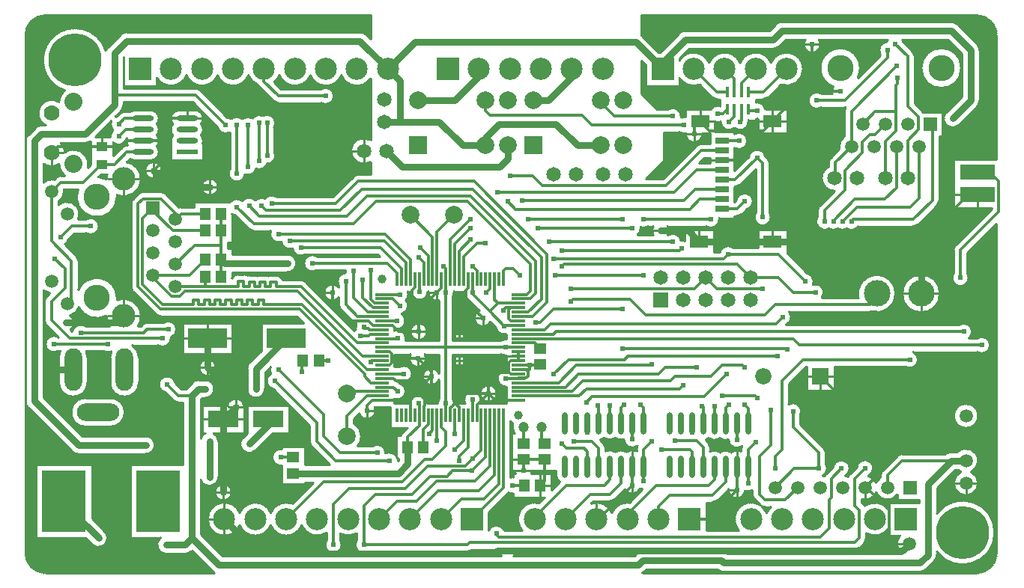
<source format=gtl>
%FSTAX24Y24*%
%MOIN*%
G70*
G01*
G75*
G04 Layer_Physical_Order=1*
G04 Layer_Color=255*
%ADD10C,0.0100*%
%ADD11R,0.0512X0.0394*%
%ADD12O,0.0945X0.0236*%
%ADD13R,0.0945X0.0236*%
%ADD14R,0.1575X0.0670*%
%ADD15R,0.0177X0.0453*%
%ADD16R,0.1378X0.0748*%
%ADD17R,0.1732X0.0866*%
%ADD18R,0.0532X0.0472*%
%ADD19R,0.1969X0.2756*%
%ADD20R,0.0472X0.0532*%
%ADD21C,0.0394*%
%ADD22R,0.0591X0.0118*%
%ADD23R,0.0118X0.0591*%
%ADD24O,0.0276X0.0984*%
%ADD25R,0.0472X0.0551*%
%ADD26R,0.0551X0.0472*%
%ADD27R,0.0591X0.0315*%
%ADD28R,0.0787X0.0571*%
%ADD29C,0.0120*%
%ADD30C,0.0300*%
%ADD31C,0.2362*%
%ADD32C,0.0800*%
%ADD33C,0.0700*%
%ADD34C,0.0591*%
%ADD35C,0.0984*%
%ADD36R,0.0984X0.0984*%
%ADD37O,0.0787X0.1890*%
%ADD38O,0.1890X0.0787*%
%ADD39C,0.0591*%
%ADD40C,0.1043*%
%ADD41R,0.0591X0.0591*%
%ADD42C,0.1161*%
%ADD43R,0.0787X0.0787*%
%ADD44C,0.0787*%
%ADD45R,0.0650X0.0650*%
%ADD46C,0.0650*%
%ADD47C,0.0728*%
%ADD48R,0.0728X0.0728*%
%ADD49C,0.1181*%
%ADD50R,0.0591X0.0591*%
%ADD51R,0.0591X0.0591*%
%ADD52C,0.0472*%
%ADD53C,0.0240*%
D10*
X0635Y037916D02*
G03*
X062619Y038797I-000881J0D01*
G01*
X06275Y03725D02*
G03*
X062633Y037533I-0004J0D01*
G01*
X06275Y03725D02*
G03*
X062633Y037533I-0004J0D01*
G01*
X061783Y038383D02*
G03*
X0615Y0385I-000283J-000283D01*
G01*
X061783Y038383D02*
G03*
X0615Y0385I-000283J-000283D01*
G01*
X062633Y034717D02*
G03*
X06275Y035I-000283J000283D01*
G01*
X062633Y034717D02*
G03*
X06275Y035I-000283J000283D01*
G01*
X06194Y036448D02*
G03*
X06194Y036448I-00089J0D01*
G01*
X061267Y034483D02*
G03*
X061833Y033917I000283J-000283D01*
G01*
X059361Y037602D02*
G03*
X059325Y0377I-000362J-000076D01*
G01*
X058673D02*
G03*
X058642Y03762I000326J-000175D01*
G01*
X05567Y0375D02*
G03*
X055611Y0377I-00037J0D01*
G01*
X05986Y036974D02*
G03*
X059769Y037194I-00031J0D01*
G01*
X05986Y036974D02*
G03*
X059769Y037194I-00031J0D01*
G01*
X058642Y03762D02*
G03*
X05834Y037048I000008J-00037D01*
G01*
X05744Y036448D02*
G03*
X056246Y035611I-00089J0D01*
G01*
X057329Y036017D02*
G03*
X05744Y036448I-000779J000431D01*
G01*
X05675Y03469D02*
G03*
X056788Y034692I0J00031D01*
G01*
X05675Y03469D02*
G03*
X056788Y034692I0J00031D01*
G01*
Y034692D02*
G03*
X05674Y034526I000262J-000166D01*
G01*
X056788Y034692D02*
G03*
X05674Y034526I000262J-000166D01*
G01*
X054989Y0377D02*
G03*
X05567Y0375I000311J-0002D01*
G01*
X056246Y035611D02*
G03*
X056191Y03531I000304J-000211D01*
G01*
X055702D02*
G03*
X055702Y03469I-000202J-00031D01*
G01*
X060869Y030331D02*
G03*
X06096Y03055I-000219J000219D01*
G01*
X060869Y030331D02*
G03*
X06096Y03055I-000219J000219D01*
G01*
X0598Y02939D02*
G03*
X060019Y029481I0J00031D01*
G01*
X0598Y02939D02*
G03*
X060019Y029481I0J00031D01*
G01*
X06227Y0271D02*
G03*
X06221Y027302I-00037J0D01*
G01*
X06159D02*
G03*
X06227Y0271I00031J-000202D01*
G01*
X061681Y028569D02*
G03*
X06159Y02835I000219J-000219D01*
G01*
X061681Y028569D02*
G03*
X06159Y02835I000219J-000219D01*
G01*
X060991Y0264D02*
G03*
X060991Y0264I-000841J0D01*
G01*
X05674Y033396D02*
G03*
X056514Y03285I00031J-000449D01*
G01*
X05685Y029294D02*
G03*
X057351Y02939I0002J000311D01*
G01*
X05645Y029294D02*
G03*
X05685Y029294I0002J000311D01*
G01*
X05605D02*
G03*
X05645Y029294I0002J000311D01*
G01*
X05612Y032456D02*
G03*
X056029Y032237I000219J-000219D01*
G01*
X05612Y032456D02*
G03*
X056029Y032237I000219J-000219D01*
G01*
Y032055D02*
G03*
X056289Y030973I000271J-000507D01*
G01*
X055631Y030315D02*
G03*
X05554Y030096I000219J-000219D01*
G01*
X055631Y030315D02*
G03*
X05554Y030096I000219J-000219D01*
G01*
Y029808D02*
G03*
X05605Y029294I00031J-000202D01*
G01*
X059022Y0264D02*
G03*
X057363Y02621I-000841J0D01*
G01*
X057945Y025593D02*
G03*
X059022Y0264I000236J000807D01*
G01*
X0579Y02559D02*
G03*
X057945Y025593I0J00031D01*
G01*
X0579Y02559D02*
G03*
X057945Y025593I0J00031D01*
G01*
X05582Y02645D02*
G03*
X05534Y026803I-00037J0D01*
G01*
X055732Y02621D02*
G03*
X05582Y02645I-000282J00024D01*
G01*
X05395Y0385D02*
G03*
X053667Y038383I0J-0004D01*
G01*
X05395Y0385D02*
G03*
X053667Y038383I0J-0004D01*
G01*
X05355Y0373D02*
G03*
X053833Y037417I0J0004D01*
G01*
X05355Y0373D02*
G03*
X053833Y037417I0J0004D01*
G01*
X053904Y035704D02*
G03*
X054904Y0364I000258J000696D01*
G01*
D02*
G03*
X053473Y036676I-000742J0D01*
G01*
X05313Y035058D02*
G03*
X053349Y035149I0J00031D01*
G01*
X05313Y035058D02*
G03*
X053349Y035149I0J00031D01*
G01*
X053473Y036676D02*
G03*
X052095Y036676I-000689J-000276D01*
G01*
X052804Y034183D02*
G03*
X0529Y034183I000046J000367D01*
G01*
X053215Y03461D02*
G03*
X052804Y034917I-000365J-00006D01*
G01*
X05247Y03405D02*
G03*
X052463Y034124I-00037J0D01*
G01*
X05185Y033777D02*
G03*
X05247Y03405I00025J000273D01*
G01*
X05123Y034054D02*
G03*
X05185Y033777I00037J-000004D01*
G01*
X052095Y036676D02*
G03*
X050717Y036676I-000689J-000276D01*
G01*
X04965Y0381D02*
G03*
X049367Y037983I0J-0004D01*
G01*
X04965Y0381D02*
G03*
X049367Y037983I0J-0004D01*
G01*
X047733Y037883D02*
G03*
X0477Y037912I-000283J-000283D01*
G01*
X047733Y037883D02*
G03*
X0477Y037912I-000283J-000283D01*
G01*
X050841Y035149D02*
G03*
X05106Y035058I000219J000219D01*
G01*
X050841Y035149D02*
G03*
X05106Y035058I000219J000219D01*
G01*
X050717Y036676D02*
G03*
X049392Y036783I-000689J-000276D01*
G01*
Y036017D02*
G03*
X050286Y035704I000636J000383D01*
G01*
X050959Y034058D02*
G03*
X05123Y034054I000141J000342D01*
G01*
X051182Y034761D02*
G03*
X050795Y03461I-000082J-000361D01*
G01*
X049672Y034263D02*
G03*
X049466Y034245I-000072J-000363D01*
G01*
X04947Y0343D02*
G03*
X048898Y03461I-00037J0D01*
G01*
X049466Y034245D02*
G03*
X04947Y0343I-000366J000055D01*
G01*
X053212Y032526D02*
G03*
X052488Y032526I-000362J-000076D01*
G01*
X05341Y0322D02*
G03*
X053319Y032419I-00031J0D01*
G01*
X05341Y0322D02*
G03*
X053319Y032419I-00031J0D01*
G01*
X051846Y032888D02*
G03*
X052418Y033198I000202J00031D01*
G01*
D02*
G03*
X051846Y033508I-00037J0D01*
G01*
X05267Y0305D02*
G03*
X051938Y030576I-00037J0D01*
G01*
X051866Y031156D02*
G03*
X052086Y031247I0J00031D01*
G01*
X051866Y031156D02*
G03*
X052085Y031247I0J00031D01*
G01*
X05347Y0298D02*
G03*
X05341Y030002I-00037J0D01*
G01*
X05279D02*
G03*
X05347Y0298I00031J-000202D01*
G01*
X05537Y02695D02*
G03*
X055076Y027312I-00037J0D01*
G01*
X05534Y026803D02*
G03*
X05537Y02695I-00034J000147D01*
G01*
X05437Y02535D02*
G03*
X054282Y02559I-00037J0D01*
G01*
X054146Y02501D02*
G03*
X05437Y02535I-000146J00034D01*
G01*
X052376Y030138D02*
G03*
X05267Y0305I-000076J000362D01*
G01*
X051967Y029857D02*
G03*
X052186Y029948I0J00031D01*
G01*
X051967Y029857D02*
G03*
X052186Y029948I0J00031D01*
G01*
X05117Y0297D02*
G03*
X051165Y029759I-00037J0D01*
G01*
X051752Y02846D02*
G03*
X051197Y02826I-000202J-00031D01*
G01*
X05042Y0335D02*
G03*
X050418Y033539I-00037J0D01*
G01*
X049682D02*
G03*
X05042Y0335I000368J-000039D01*
G01*
X050365Y033075D02*
G03*
X050146Y032985I0J-00031D01*
G01*
X050365Y033075D02*
G03*
X050146Y032984I0J-00031D01*
G01*
X049398Y03359D02*
G03*
X049681Y033539I000202J00031D01*
G01*
X047666Y029355D02*
G03*
X048002Y02939I000134J000345D01*
G01*
X050598D02*
G03*
X05117Y0297I000202J00031D01*
G01*
X04892Y0292D02*
G03*
X048867Y02939I-00037J0D01*
G01*
X048233D02*
G03*
X048233Y02901I000317J-00019D01*
G01*
X049633Y028745D02*
G03*
X049464Y028768I-000133J-000345D01*
G01*
D02*
G03*
X048898Y02901I-000364J-000068D01*
G01*
X048867D02*
G03*
X04892Y0292I-000317J00019D01*
G01*
X04767Y0293D02*
G03*
X047666Y029355I-00037J0D01*
G01*
X04753Y02901D02*
G03*
X04767Y0293I-00023J00029D01*
G01*
X039832Y026486D02*
G03*
X039912Y026218I000368J-000036D01*
G01*
X03937Y02645D02*
G03*
X039368Y026486I-00037J0D01*
G01*
X03931Y026248D02*
G03*
X03937Y02645I-00031J000202D01*
G01*
X039912Y026218D02*
G03*
X039965Y026146I000273J000148D01*
G01*
X039912Y026218D02*
G03*
X039965Y026147I000273J000148D01*
G01*
X06322Y0241D02*
G03*
X062648Y02441I-00037J0D01*
G01*
Y02379D02*
G03*
X06322Y0241I000202J00031D01*
G01*
X062695Y02095D02*
G03*
X062695Y02095I-000545J0D01*
G01*
X06228Y02441D02*
G03*
X06242Y0247I-00023J00029D01*
G01*
D02*
G03*
X061848Y02501I-00037J0D01*
G01*
X059448Y02314D02*
G03*
X06002Y02345I000202J00031D01*
G01*
D02*
G03*
X059796Y02379I-00037J0D01*
G01*
X062368Y01845D02*
G03*
X062695Y01895I-000218J0005D01*
G01*
D02*
G03*
X061779Y01935I-000545J0D01*
G01*
X062695Y01795D02*
G03*
X062368Y01845I-000545J0D01*
G01*
X061779Y01855D02*
G03*
X061932Y01845I000371J0004D01*
G01*
D02*
G03*
X062695Y01795I000218J-0005D01*
G01*
X0615Y01935D02*
G03*
X061247Y01926I0J-0004D01*
G01*
X0615Y01935D02*
G03*
X061247Y01926I0J-0004D01*
G01*
X0593D02*
G03*
X059081Y019169I0J-00031D01*
G01*
X0593Y01926D02*
G03*
X059081Y019169I0J-00031D01*
G01*
X058431Y018519D02*
G03*
X05834Y0183I000219J-000219D01*
G01*
X058431Y018519D02*
G03*
X05834Y0183I000219J-000219D01*
G01*
X05476Y020948D02*
G03*
X05482Y02115I-00031J000202D01*
G01*
D02*
G03*
X05426Y021467I-00037J0D01*
G01*
X05834Y018199D02*
G03*
X05815Y017968I00031J-000449D01*
G01*
X05802Y018617D02*
G03*
X057284Y018673I-00037J0D01*
G01*
X057794Y018276D02*
G03*
X05802Y018617I-000144J000341D01*
G01*
X05815Y017968D02*
G03*
X057794Y018276I-0005J-000218D01*
G01*
X05591Y0193D02*
G03*
X055819Y019519I-00031J0D01*
G01*
X05591Y0193D02*
G03*
X055819Y019519I-00031J0D01*
G01*
X05697Y018611D02*
G03*
X056238Y018687I-00037J0D01*
G01*
X056981Y018369D02*
G03*
X056902Y018234I000219J-000219D01*
G01*
X056769Y018282D02*
G03*
X05697Y018611I-000169J000329D01*
G01*
X056981Y018369D02*
G03*
X056902Y018234I000219J-000219D01*
G01*
D02*
G03*
X056769Y018282I-000252J-000484D01*
G01*
X05597Y018611D02*
G03*
X05591Y018813I-00037J0D01*
G01*
X055931Y01838D02*
G03*
X055855Y018255I000219J-000219D01*
G01*
X055769Y018282D02*
G03*
X05597Y018611I-000169J000329D01*
G01*
X055931Y01838D02*
G03*
X055855Y018255I000219J-000219D01*
G01*
D02*
G03*
X055769Y018282I-000205J-000505D01*
G01*
X063431Y01575D02*
G03*
X06085Y016602I-001431J0D01*
G01*
Y014898D02*
G03*
X063431Y01575I00115J000852D01*
G01*
X062619Y013953D02*
G03*
X0635Y014834I0J000881D01*
G01*
X060733Y014473D02*
G03*
X06085Y014756I-000283J000283D01*
G01*
X060733Y014473D02*
G03*
X06085Y014756I-000283J000283D01*
G01*
X059213Y015608D02*
G03*
X059306Y0148I000407J-000362D01*
G01*
X060094Y014D02*
G03*
X060377Y014117I0J0004D01*
G01*
X060094Y014D02*
G03*
X060377Y014117I0J0004D01*
G01*
X05815Y017532D02*
G03*
X059105Y017449I0005J000218D01*
G01*
X05751Y017223D02*
G03*
X05815Y017532I00014J000527D01*
G01*
X058736Y016733D02*
G03*
X057647Y016938I-000636J-000383D01*
G01*
X05771Y015719D02*
G03*
X058736Y015967I00039J000631D01*
G01*
X057647Y016938D02*
G03*
X057619Y016969I-000247J-000188D01*
G01*
X057647Y016938D02*
G03*
X057619Y016969I-000247J-000188D01*
G01*
X057619Y015281D02*
G03*
X05771Y0155I-000219J000219D01*
G01*
X057619Y015281D02*
G03*
X05771Y0155I-000219J000219D01*
G01*
X0572Y01499D02*
G03*
X057419Y015081I0J00031D01*
G01*
X0572Y01499D02*
G03*
X057419Y015081I0J00031D01*
G01*
X053457Y01689D02*
G03*
X053277Y016626I000509J-00054D01*
G01*
X05264Y01745D02*
G03*
X052731Y017231I00031J0D01*
G01*
X05264Y01745D02*
G03*
X052731Y017231I00031J0D01*
G01*
X053058Y016924D02*
G03*
X0532Y01689I000142J000276D01*
G01*
X053058Y016924D02*
G03*
X0532Y01689I000142J000276D01*
G01*
X053277Y016626D02*
G03*
X053058Y016924I-000689J-000276D01*
G01*
X052984Y016978D02*
G03*
X052031Y01586I-000395J-000628D01*
G01*
X05158Y019886D02*
G03*
X052189Y019609I00037J000005D01*
G01*
X0512Y019955D02*
G03*
X05158Y019886I00025J000296D01*
G01*
X0507Y019955D02*
G03*
X0512Y019955I00025J000296D01*
G01*
X050559Y019879D02*
G03*
X0507Y019955I-000109J000372D01*
G01*
X05076Y01955D02*
G03*
X050669Y019769I-00031J0D01*
G01*
X05076Y01955D02*
G03*
X050669Y019769I-00031J0D01*
G01*
X04693Y019895D02*
G03*
X047539Y019618I00037J000005D01*
G01*
X052189Y019609D02*
G03*
X05214Y019441I000261J-000168D01*
G01*
X052189Y019609D02*
G03*
X05214Y019441I000261J-000168D01*
G01*
X047539Y019618D02*
G03*
X04749Y01945I000261J-000168D01*
G01*
X047539Y019618D02*
G03*
X04749Y01945I000261J-000168D01*
G01*
X041996Y020588D02*
G03*
X042051Y020191I000466J-000138D01*
G01*
X041872Y020703D02*
G03*
X041996Y020588I000359J000266D01*
G01*
X04655Y019964D02*
G03*
X04693Y019895I00025J000296D01*
G01*
X04605Y019964D02*
G03*
X04655Y019964I00025J000296D01*
G01*
X045861Y019877D02*
G03*
X04605Y019964I-000061J000383D01*
G01*
X04611Y0195D02*
G03*
X046019Y019719I-00031J0D01*
G01*
X04611Y0195D02*
G03*
X046019Y019719I-00031J0D01*
G01*
X05214Y019369D02*
G03*
X0517Y019328I-00019J-000338D01*
G01*
X04749Y019378D02*
G03*
X04705Y019336I-00019J-000338D01*
G01*
X0517Y019328D02*
G03*
X0512Y019328I-00025J-000296D01*
G01*
D02*
G03*
X05076Y019369I-00025J-000296D01*
G01*
X04705Y019336D02*
G03*
X04655Y019336I-00025J-000296D01*
G01*
D02*
G03*
X04611Y019378I-00025J-000296D01*
G01*
X047644Y017714D02*
G03*
X047746Y017684I000156J000336D01*
G01*
X04697Y017682D02*
G03*
X047644Y017714I00033J000168D01*
G01*
X051583Y017694D02*
G03*
X052317Y017605I000367J-000044D01*
G01*
X043912Y018331D02*
G03*
X044076Y018014I000388J0D01*
G01*
X04208Y018509D02*
G03*
X042102Y018376I00037J-000009D01*
G01*
X042798D02*
G03*
X04282Y0185I-000348J000124D01*
G01*
X042009Y018215D02*
G03*
X041872Y018212I-000059J-000365D01*
G01*
X041448Y02369D02*
G03*
X041686Y023632I000202J00031D01*
G01*
Y024368D02*
G03*
X041448Y02431I-000036J-000368D01*
G01*
X041238Y024874D02*
G03*
X041686Y02459I000362J000076D01*
G01*
Y022992D02*
G03*
X041686Y022252I-000014J-00037D01*
G01*
X040482Y02563D02*
G03*
X04098Y025132I000168J-00033D01*
G01*
X04127Y02195D02*
G03*
X04127Y02195I-00037J0D01*
G01*
X040554Y021684D02*
G03*
X039856Y021514I-00037J0D01*
G01*
X040513D02*
G03*
X040554Y021684I-000328J00017D01*
G01*
X039373Y021514D02*
G03*
X039313Y021699I-00037J-000017D01*
G01*
X038693D02*
G03*
X038634Y021514I00031J-000202D01*
G01*
X052317Y017605D02*
G03*
X05264Y017633I000133J000345D01*
G01*
X05085Y01709D02*
G03*
X051069Y017181I0J00031D01*
G01*
X05085Y01709D02*
G03*
X051069Y017181I0J00031D01*
G01*
X051515Y0148D02*
G03*
X05125Y0149I-000265J-0003D01*
G01*
X051515Y0148D02*
G03*
X05125Y0149I-000265J-0003D01*
G01*
X051085Y0141D02*
G03*
X05135Y014I000265J0003D01*
G01*
X051085Y0141D02*
G03*
X05135Y014I000265J0003D01*
G01*
X04775Y0149D02*
G03*
X047467Y014783I0J-0004D01*
G01*
X04775Y0149D02*
G03*
X047467Y014783I0J-0004D01*
G01*
X047749Y013953D02*
G03*
X047833Y014017I-000199J000347D01*
G01*
X047749Y013953D02*
G03*
X047833Y014017I-000199J000347D01*
G01*
X0463Y01714D02*
G03*
X046519Y017231I0J00031D01*
G01*
X0463Y01714D02*
G03*
X046519Y017231I0J00031D01*
G01*
X047151Y017089D02*
G03*
X046395Y016626I-000067J-000739D01*
G01*
D02*
G03*
X04547Y017054I-000689J-000276D01*
G01*
X043131Y01707D02*
G03*
X042393Y01586I-000181J-00072D01*
G01*
X041779Y017522D02*
G03*
X042009Y017485I000171J000328D01*
G01*
X04212Y01495D02*
G03*
X042118Y01499I-00037J0D01*
G01*
X041584Y01586D02*
G03*
X04091Y015846I-000334J-00016D01*
G01*
X041382Y01499D02*
G03*
X041477Y0147I000368J-00004D01*
G01*
X03995Y01489D02*
G03*
X040169Y014981I0J00031D01*
G01*
X03995Y01489D02*
G03*
X040169Y014981I0J00031D01*
G01*
X042023Y0147D02*
G03*
X04212Y01495I-000273J00025D01*
G01*
X035456Y037933D02*
G03*
X035174Y03805I-000283J-000283D01*
G01*
X035456Y037933D02*
G03*
X035174Y03805I-000283J-000283D01*
G01*
X034357Y036124D02*
G03*
X03565Y035969I000689J000276D01*
G01*
X032979Y036124D02*
G03*
X034357Y036124I000689J000276D01*
G01*
X031371Y035817D02*
G03*
X031601Y036124I-000459J000583D01*
G01*
X031601D02*
G03*
X032979Y036124I000689J000276D01*
G01*
X03565Y03324D02*
G03*
X03565Y03226I-0003J-00049D01*
G01*
X03402Y0352D02*
G03*
X033448Y03551I-00037J0D01*
G01*
Y03489D02*
G03*
X03402Y0352I000202J00031D01*
G01*
X030628Y035714D02*
G03*
X030693Y035619I000284J000124D01*
G01*
X030628Y035714D02*
G03*
X030693Y035619I000284J000124D01*
G01*
X030223Y036124D02*
G03*
X030628Y035714I000689J000276D01*
G01*
X031331Y034981D02*
G03*
X03155Y03489I000219J000219D01*
G01*
X031331Y034981D02*
G03*
X03155Y03489I000219J000219D01*
G01*
X028845Y036124D02*
G03*
X030223Y036124I000689J000276D01*
G01*
X027467D02*
G03*
X028845Y036124I000689J000276D01*
G01*
X03142Y034D02*
G03*
X030875Y034326I-00037J0D01*
G01*
D02*
G03*
X030397Y034213I-000175J-000326D01*
G01*
X03136Y033798D02*
G03*
X03142Y034I-00031J000202D01*
G01*
X030397Y034213D02*
G03*
X02995Y034173I-000197J-000313D01*
G01*
D02*
G03*
X02945Y034173I-00025J-000273D01*
G01*
D02*
G03*
X029276Y034262I-00025J-000273D01*
G01*
X03142Y03255D02*
G03*
X03136Y032752I-00037J0D01*
G01*
X028838Y033824D02*
G03*
X02939Y033583I000362J000076D01*
G01*
X03105Y03218D02*
G03*
X03142Y03255I0J00037D01*
G01*
X028109Y03395D02*
G03*
X028207Y0342I-00027J00025D01*
G01*
D02*
G03*
X027839Y034568I-000368J0D01*
G01*
X028207Y0337D02*
G03*
X028109Y03395I-000368J0D01*
G01*
Y03345D02*
G03*
X028207Y0337I-00027J00025D01*
G01*
Y0332D02*
G03*
X028109Y03345I-000368J0D01*
G01*
X028182Y033068D02*
G03*
X028207Y0332I-000344J000132D01*
G01*
X0351Y03171D02*
G03*
X034881Y031619I0J-00031D01*
G01*
X0351Y03171D02*
G03*
X034881Y031619I0J-00031D01*
G01*
X034532Y02744D02*
G03*
X034539Y02732I000368J-00004D01*
G01*
X033252Y02806D02*
G03*
X033252Y02744I-000202J-00031D01*
G01*
X031683Y028705D02*
G03*
X032183Y028405I000367J000045D01*
G01*
Y028405D02*
G03*
X032752Y02814I000367J000045D01*
G01*
X03235Y02775D02*
G03*
X03195Y02815I-0004J0D01*
G01*
X032769Y026919D02*
G03*
X03255Y02701I-000219J-000219D01*
G01*
X032769Y026919D02*
G03*
X03255Y02701I-000219J-000219D01*
G01*
X03195Y02735D02*
G03*
X03235Y02775I0J0004D01*
G01*
X038232Y026486D02*
G03*
X03869Y026091I000368J-000036D01*
G01*
X037452Y026486D02*
G03*
X038192Y026472I00037J-000014D01*
G01*
X037332Y026362D02*
G03*
X037311Y026486I-00037J0D01*
G01*
X034539Y02732D02*
G03*
X03424Y026748I000011J-00037D01*
G01*
X037223Y0261D02*
G03*
X037332Y026362I-000261J000262D01*
G01*
X03732Y02585D02*
G03*
X037223Y0261I-00037J0D01*
G01*
X037035Y02549D02*
G03*
X03732Y02585I-000085J00036D01*
G01*
X03424Y0259D02*
G03*
X034331Y025681I00031J0D01*
G01*
X037201Y025181D02*
G03*
X037035Y02549I-00037J0D01*
G01*
X03424Y02668D02*
G03*
X03424Y02622I-00029J-00023D01*
G01*
Y0259D02*
G03*
X034331Y025681I00031J0D01*
G01*
X030558Y031958D02*
G03*
X03105Y03218I000142J000342D01*
G01*
X030067Y031705D02*
G03*
X030558Y031958I000133J000345D01*
G01*
X02939Y031952D02*
G03*
X030067Y031705I00031J-000202D01*
G01*
X031452Y03071D02*
G03*
X030962Y030633I-000202J-00031D01*
G01*
D02*
G03*
X030525Y030548I-000162J-000333D01*
G01*
D02*
G03*
X029953Y03052I-000275J-000248D01*
G01*
X030231Y029281D02*
G03*
X03045Y02919I000219J000219D01*
G01*
X030231Y029281D02*
G03*
X03045Y02919I000219J000219D01*
G01*
X029953Y03052D02*
G03*
X029399Y030466I-000253J-00027D01*
G01*
X02887Y03115D02*
G03*
X02887Y03115I-00037J0D01*
G01*
X029486Y029948D02*
G03*
X029624Y029888I000214J000302D01*
G01*
X031208Y02919D02*
G03*
X031683Y028705I000342J-00014D01*
G01*
X03121Y02721D02*
G03*
X03109Y027186I0J-00031D01*
G01*
X03174Y02701D02*
G03*
X03145Y02721I-00029J-00011D01*
G01*
X03121D02*
G03*
X03109Y027186I0J-00031D01*
G01*
X03174Y02701D02*
G03*
X03145Y02721I-00029J-00011D01*
G01*
X03109Y027186D02*
G03*
X03097Y02721I-00012J-000286D01*
G01*
X03109Y027186D02*
G03*
X03097Y02721I-00012J-000286D01*
G01*
X03073D02*
G03*
X03061Y027186I0J-00031D01*
G01*
X03073Y02721D02*
G03*
X03061Y027186I0J-00031D01*
G01*
X030188Y027204D02*
G03*
X03001Y02726I-000178J-000254D01*
G01*
X030188Y027204D02*
G03*
X03001Y02726I-000178J-000254D01*
G01*
X03061Y027186D02*
G03*
X03049Y02721I-00012J-000286D01*
G01*
X03061Y027186D02*
G03*
X03049Y02721I-00012J-000286D01*
G01*
X03025D02*
G03*
X030188Y027204I0J-00031D01*
G01*
X03025Y02721D02*
G03*
X030188Y027204I0J-00031D01*
G01*
X02977Y02726D02*
G03*
X029486Y027075I0J-00031D01*
G01*
X02977Y02726D02*
G03*
X029486Y027075I0J-00031D01*
G01*
X026142Y036017D02*
G03*
X027467Y036124I000636J000383D01*
G01*
X028069Y035469D02*
G03*
X02785Y03556I-000219J-000219D01*
G01*
X028069Y035469D02*
G03*
X02785Y03556I-000219J-000219D01*
G01*
X0248Y03805D02*
G03*
X024517Y037933I0J-0004D01*
G01*
X0248Y03805D02*
G03*
X024517Y037933I0J-0004D01*
G01*
X02713Y034568D02*
G03*
X02686Y03395I0J-000368D01*
G01*
D02*
G03*
X02686Y03345I00027J-00025D01*
G01*
D02*
G03*
X026786Y033068I00027J-00025D01*
G01*
X026238Y0342D02*
G03*
X02587Y034568I-000368J0D01*
G01*
X024533Y034517D02*
G03*
X02465Y0348I-000283J000283D01*
G01*
X024533Y034517D02*
G03*
X02465Y0348I-000283J000283D01*
G01*
X026238Y0337D02*
G03*
X02614Y03395I-000368J0D01*
G01*
D02*
G03*
X026238Y0342I-00027J00025D01*
G01*
X02614Y03345D02*
G03*
X026238Y0337I-00027J00025D01*
G01*
X025161Y034568D02*
G03*
X024963Y03451I0J-000368D01*
G01*
X02614Y03295D02*
G03*
X026238Y0332I-00027J00025D01*
G01*
D02*
G03*
X02614Y03345I-000368J0D01*
G01*
X024816Y033328D02*
G03*
X024846Y03301I000345J-000128D01*
G01*
X0248D02*
G03*
X024581Y032919I0J-00031D01*
G01*
X0248Y03301D02*
G03*
X024581Y032919I0J-00031D01*
G01*
X023967Y037383D02*
G03*
X023868Y037219I000283J-000283D01*
G01*
X023967Y037383D02*
G03*
X023868Y037219I000283J-000283D01*
G01*
D02*
G03*
X022042Y035444I-001368J-000419D01*
G01*
X021181Y038797D02*
G03*
X0203Y037916I0J-000881D01*
G01*
X0247Y03451D02*
G03*
X024481Y034419I0J-00031D01*
G01*
X0247Y03451D02*
G03*
X024481Y034419I0J-00031D01*
G01*
X024374Y034312D02*
G03*
X024307Y034291I000076J-000362D01*
G01*
X024109Y034093D02*
G03*
X024202Y033675I000341J-000143D01*
G01*
D02*
G03*
X02408Y033391I000248J-000275D01*
G01*
X024206Y033122D02*
G03*
X024812Y033324I000244J000278D01*
G01*
X02295Y0331D02*
G03*
X023194Y033183I0J0004D01*
G01*
X02295Y0331D02*
G03*
X023194Y033183I0J0004D01*
G01*
X022042Y035444D02*
G03*
X02179Y034936I000398J-000514D01*
G01*
Y034936D02*
G03*
X021188Y0339I-00033J-000501D01*
G01*
X021D02*
G03*
X020717Y033783I0J-0004D01*
G01*
X022059Y032697D02*
G03*
X021873Y0331I-000599J-000032D01*
G01*
X021Y0339D02*
G03*
X020717Y033783I0J-0004D01*
G01*
X020417Y033483D02*
G03*
X0203Y0332I000283J-000283D01*
G01*
X020417Y033483D02*
G03*
X0203Y0332I000283J-000283D01*
G01*
X026238Y0327D02*
G03*
X02614Y03295I-000368J0D01*
G01*
X02587Y032332D02*
G03*
X026238Y0327I0J000368D01*
G01*
X026361Y031891D02*
G03*
X026361Y031891I-00037J0D01*
G01*
X026538Y030844D02*
G03*
X026319Y030935I-000219J-000219D01*
G01*
X026539Y030844D02*
G03*
X026319Y030935I-000219J-000219D01*
G01*
X025525D02*
G03*
X025306Y030844I0J-00031D01*
G01*
X024963Y03239D02*
G03*
X025161Y032332I000199J00031D01*
G01*
X025442Y0315D02*
G03*
X024799Y032261I-000772J0D01*
G01*
X023927Y031709D02*
G03*
X023898Y031492I000743J-000209D01*
G01*
X025525Y030935D02*
G03*
X025306Y030844I0J-00031D01*
G01*
X024365Y030791D02*
G03*
X025442Y0315I000305J000709D01*
G01*
X02437Y0307D02*
G03*
X024365Y030791I-0009J0D01*
G01*
X02722Y03026D02*
G03*
X027135Y030248I0J-00031D01*
G01*
X02722Y03026D02*
G03*
X027135Y030248I0J-00031D01*
G01*
X025442Y0254D02*
G03*
X024365Y026109I-000772J0D01*
G01*
X026081Y025481D02*
G03*
X0263Y02539I000219J000219D01*
G01*
X026081Y025481D02*
G03*
X0263Y02539I000219J000219D01*
G01*
X025081Y030619D02*
G03*
X02499Y0304I000219J-000219D01*
G01*
X025081Y030619D02*
G03*
X02499Y0304I000219J-000219D01*
G01*
Y0267D02*
G03*
X025081Y026481I00031J0D01*
G01*
X02499Y0267D02*
G03*
X025081Y026481I00031J0D01*
G01*
X024365Y026109D02*
G03*
X02437Y0262I-000895J000091D01*
G01*
X023898Y031492D02*
G03*
X023536Y031598I-000428J-000791D01*
G01*
X023069Y032008D02*
G03*
X02309Y03217I-000629J000162D01*
G01*
X022637Y03104D02*
G03*
X02437Y0307I000833J-00034D01*
G01*
X02309Y03217D02*
G03*
X022059Y032697I-00065J0D01*
G01*
X022695Y02995D02*
G03*
X02178Y030351I-000545J0D01*
G01*
X02264Y02971D02*
G03*
X022695Y02995I-00049J00024D01*
G01*
X02179Y032164D02*
G03*
X022037Y03166I00065J000006D01*
G01*
X02187D02*
G03*
X021651Y031569I0J-00031D01*
G01*
X0211Y032185D02*
G03*
X02179Y032164I00036J00048D01*
G01*
X022015Y03095D02*
G03*
X022008Y03104I-000545J0D01*
G01*
X02187Y03166D02*
G03*
X021651Y031569I0J-00031D01*
G01*
X02178Y030501D02*
G03*
X022015Y03095I-00031J000449D01*
G01*
X021568Y031486D02*
G03*
X0211Y031351I-000098J-000536D01*
G01*
X02357Y0294D02*
G03*
X022998Y02971I-00037J0D01*
G01*
Y02909D02*
G03*
X02357Y0294I000202J00031D01*
G01*
X02267Y025787D02*
G03*
X023898Y025408I0008J000413D01*
G01*
X02437Y0262D02*
G03*
X02265Y026571I-0009J0D01*
G01*
Y02786D02*
G03*
X022559Y028079I-00031J0D01*
G01*
X02265Y02786D02*
G03*
X022559Y028079I-00031J0D01*
G01*
X02205Y028589D02*
G03*
X022212Y028824I-0002J000311D01*
G01*
X0211Y026549D02*
G03*
X021375Y026413I00037J000401D01*
G01*
X021231Y026269D02*
G03*
X02114Y02605I000219J-000219D01*
G01*
X021231Y026269D02*
G03*
X02114Y02605I000219J-000219D01*
G01*
X02247Y0251D02*
G03*
X022283Y025421I-00037J0D01*
G01*
D02*
G03*
X02267Y025787I-000133J000529D01*
G01*
X03817Y0247D02*
G03*
X03817Y0247I-00037J0D01*
G01*
X03812Y0235D02*
G03*
X038067Y02369I-00037J0D01*
G01*
X037433D02*
G03*
X03812Y0235I000317J-00019D01*
G01*
X037209Y02431D02*
G03*
X03722Y0244I-000359J00009D01*
G01*
X036714Y02483D02*
G03*
X037201Y025181I000117J000351D01*
G01*
X03722Y0244D02*
G03*
X036714Y024744I-00037J0D01*
G01*
X038693Y022838D02*
G03*
X038693Y022562I-000343J-000138D01*
G01*
X036929Y022509D02*
G03*
X037501Y022819I000202J00031D01*
G01*
D02*
G03*
X036929Y023129I-00037J0D01*
G01*
X03817Y021514D02*
G03*
X03743Y021514I-00037J-000014D01*
G01*
X036714Y021706D02*
G03*
X03722Y02205I000136J000344D01*
G01*
D02*
G03*
X036926Y022412I-00037J0D01*
G01*
X036891Y022448D02*
G03*
X036804Y022509I-000219J-000219D01*
G01*
X036891Y022447D02*
G03*
X036804Y022509I-000219J-000219D01*
G01*
X03587Y021168D02*
G03*
X035833Y021329I-00037J0D01*
G01*
X034861Y025151D02*
G03*
X035019Y025066I000219J000219D01*
G01*
X03486Y025151D02*
G03*
X035019Y025066I000219J000219D01*
G01*
D02*
G03*
X034992Y024806I000331J-000166D01*
G01*
X034992Y024806D02*
G03*
X034933Y024756I000208J-000306D01*
G01*
X031207Y02314D02*
G03*
X031224Y022825I000343J-00014D01*
G01*
X030267Y023331D02*
G03*
X03015Y023048I000283J-000283D01*
G01*
X030267Y023331D02*
G03*
X03015Y023048I000283J-000283D01*
G01*
X031224Y022825D02*
G03*
X031324Y022138I000176J-000325D01*
G01*
X03015Y02215D02*
G03*
X03095Y02215I0004J0D01*
G01*
X035147Y021058D02*
G03*
X03587Y021168I000353J00011D01*
G01*
X030013Y021424D02*
G03*
X029287Y021424I-000363J-00007D01*
G01*
X03002Y021354D02*
G03*
X030013Y021424I-00037J0D01*
G01*
X037076Y020215D02*
G03*
X036994Y020066I000219J-000219D01*
G01*
X037077Y020215D02*
G03*
X036994Y020066I000219J-000219D01*
G01*
X03686Y019034D02*
G03*
X036809Y019153I-00036J-000084D01*
G01*
X03687Y01895D02*
G03*
X03686Y019034I-00037J0D01*
G01*
X036809Y019153D02*
G03*
X036319Y019273I-000309J-000203D01*
G01*
X03508Y01961D02*
G03*
X035244Y020039I-00048J000429D01*
G01*
D02*
G03*
X03491Y020604I-000644J0D01*
G01*
X03632Y0193D02*
G03*
X035748Y01961I-00037J0D01*
G01*
X03294Y0198D02*
G03*
X033031Y019581I00031J0D01*
G01*
X03294Y0198D02*
G03*
X033031Y019581I00031J0D01*
G01*
X03431Y015693D02*
G03*
X03504Y015715I000346J000657D01*
G01*
Y015402D02*
G03*
X035552Y01489I00031J-000202D01*
G01*
X032589Y016074D02*
G03*
X03369Y015732I000689J000276D01*
G01*
X03437Y0152D02*
G03*
X03431Y015402I-00037J0D01*
G01*
X03369D02*
G03*
X03437Y0152I00031J-000202D01*
G01*
X031684Y019468D02*
G03*
X031684Y018732I-000034J-000368D01*
G01*
X029967Y019983D02*
G03*
X030533Y019417I000283J-000283D01*
G01*
X02947Y01755D02*
G03*
X02947Y01755I-00037J0D01*
G01*
X032158Y017046D02*
G03*
X031211Y016625I-000258J-000696D01*
G01*
Y016074D02*
G03*
X032589Y016074I000689J000276D01*
G01*
X031211Y016625D02*
G03*
X029833Y016625I-000689J-000276D01*
G01*
Y016074D02*
G03*
X031211Y016074I000689J000276D01*
G01*
X029833Y016625D02*
G03*
X029833Y016074I-000689J-000276D01*
G01*
X02877Y023096D02*
G03*
X02877Y023096I-00037J0D01*
G01*
X0257Y02511D02*
G03*
X025481Y025019I0J-00031D01*
G01*
X0257Y02511D02*
G03*
X025481Y025019I0J-00031D01*
G01*
X02702Y0248D02*
G03*
X026448Y02511I-00037J0D01*
G01*
X026767Y024449D02*
G03*
X02702Y0248I-000117J000351D01*
G01*
X025304Y02496D02*
G03*
X025442Y0254I-000634J00044D01*
G01*
X02677Y0244D02*
G03*
X026767Y024449I-00037J0D01*
G01*
X026198Y02409D02*
G03*
X02677Y0244I000202J00031D01*
G01*
X025348Y023551D02*
G03*
X025057Y02409I-000644J0D01*
G01*
X027998Y02255D02*
G03*
X027715Y022433I0J-0004D01*
G01*
X027998Y02255D02*
G03*
X027715Y022433I0J-0004D01*
G01*
X0283Y02175D02*
G03*
X0287Y02215I0J0004D01*
G01*
D02*
G03*
X0283Y02255I-0004J0D01*
G01*
X026962Y022426D02*
G03*
X026524Y021988I-000362J-000076D01*
G01*
X026879Y021633D02*
G03*
X027098Y021542I000219J000219D01*
G01*
X026879Y021633D02*
G03*
X027098Y021542I000219J000219D01*
G01*
X023898Y025408D02*
G03*
X024036Y02496I000772J-000008D01*
G01*
X022952D02*
G03*
X022385Y02471I-000202J-00031D01*
G01*
X02412Y023821D02*
G03*
X024061Y023551I000584J-00027D01*
G01*
X023748Y02384D02*
G03*
X02412Y023821I000202J00031D01*
G01*
X023065Y023551D02*
G03*
X022996Y02384I-000644J0D01*
G01*
X0223Y024789D02*
G03*
X02247Y0251I-0002J000311D01*
G01*
X021751Y024461D02*
G03*
X021752Y02384I-000201J-000311D01*
G01*
X02114Y0252D02*
G03*
X021231Y024981I00031J0D01*
G01*
X02114Y0252D02*
G03*
X021231Y024981I00031J0D01*
G01*
X021846Y02384D02*
G03*
X021777Y023551I000575J-000289D01*
G01*
X024061Y022449D02*
G03*
X025348Y022449I000644J0D01*
G01*
X021777D02*
G03*
X023065Y022449I000644J0D01*
G01*
X024074Y020467D02*
G03*
X024718Y02111I0J000644D01*
G01*
D02*
G03*
X024074Y021754I-000644J0D01*
G01*
X022972D02*
G03*
X022972Y020467I0J-000644D01*
G01*
X0203Y0216D02*
G03*
X020417Y021317I0004J0D01*
G01*
X0203Y0216D02*
G03*
X020417Y021317I0004J0D01*
G01*
X028881Y019819D02*
G03*
X028662Y020176I-0004J0D01*
G01*
X0281Y018097D02*
G03*
X028881Y018219I000381J000123D01*
G01*
X0283Y020176D02*
G03*
X0281Y019942I000181J-000357D01*
G01*
X02565Y01925D02*
G03*
X02605Y01965I0J0004D01*
G01*
D02*
G03*
X02565Y02005I-0004J0D01*
G01*
X0274Y0148D02*
G03*
X027683Y014917I0J0004D01*
G01*
X0274Y0148D02*
G03*
X027683Y014917I0J0004D01*
G01*
X028617Y014017D02*
G03*
X028701Y013953I000283J000283D01*
G01*
X028617Y014017D02*
G03*
X028701Y013953I000283J000283D01*
G01*
X02395Y0155D02*
G03*
X023833Y015783I-0004J0D01*
G01*
X026313Y015522D02*
G03*
X02655Y0148I000237J-000322D01*
G01*
X022367Y019367D02*
G03*
X02265Y01925I000283J000283D01*
G01*
X022367Y019367D02*
G03*
X02265Y01925I000283J000283D01*
G01*
X023267Y015217D02*
G03*
X02395Y0155I000283J000283D01*
G01*
X0203Y014834D02*
G03*
X021181Y013953I000881J0D01*
G01*
X062266Y0379D02*
X0635D01*
X062366Y0378D02*
X0635D01*
X0623Y037866D02*
Y038797D01*
X0622Y037966D02*
Y038797D01*
X0624Y037766D02*
Y038797D01*
X062566Y0376D02*
X0635D01*
X062466Y0377D02*
X0635D01*
X0626Y037566D02*
Y038797D01*
X0625Y037666D02*
Y038797D01*
X0627Y037444D02*
Y038793D01*
X061866Y0383D02*
X063412D01*
X061765Y0384D02*
X063355D01*
X061966Y0382D02*
X063453D01*
X062Y038166D02*
Y038797D01*
X0619Y038266D02*
Y038797D01*
X0615Y0385D02*
X063278D01*
X062066Y0381D02*
X063481D01*
X061783Y038383D02*
X062633Y037533D01*
X062166Y038D02*
X063496D01*
X0621Y038066D02*
Y038797D01*
X061334Y0377D02*
X06195Y037084D01*
X06275Y0369D02*
X0635D01*
X06275Y037D02*
X0635D01*
X06275Y0368D02*
X0635D01*
X06275Y0372D02*
X0635D01*
X062747Y0373D02*
X0635D01*
X06275Y0371D02*
X0635D01*
X06275Y0363D02*
X0635D01*
X06275Y0364D02*
X0635D01*
X06275Y0362D02*
X0635D01*
X06275Y0366D02*
X0635D01*
X06275Y0367D02*
X0635D01*
X06275Y0365D02*
X0635D01*
X062662Y0375D02*
X0635D01*
X062721Y0374D02*
X0635D01*
X061655Y0371D02*
X061934D01*
X061525Y0372D02*
X061834D01*
X061748Y037D02*
X06195D01*
X061867Y0368D02*
X06195D01*
X061816Y0369D02*
X06195D01*
X061905Y0362D02*
X06195D01*
X0619Y036711D02*
Y037134D01*
X061903Y0367D02*
X06195D01*
X0614Y0385D02*
Y038797D01*
X0613Y0385D02*
Y038797D01*
X0615Y0385D02*
Y038797D01*
X0611Y0385D02*
Y038797D01*
X061Y0385D02*
Y038797D01*
X0612Y0385D02*
Y038797D01*
X0618Y038366D02*
Y038797D01*
X0617Y038446D02*
Y038797D01*
X0616Y038487D02*
Y038797D01*
X0613Y037302D02*
Y0377D01*
X0603Y0385D02*
Y038797D01*
X0602Y0385D02*
Y038797D01*
X0604Y0385D02*
Y038797D01*
X06Y0385D02*
Y038797D01*
X0599Y0385D02*
Y038797D01*
X0601Y0385D02*
Y038797D01*
X0608Y0385D02*
Y038797D01*
X0607Y0385D02*
Y038797D01*
X0609Y0385D02*
Y038797D01*
X0605Y0385D02*
Y038797D01*
X0606Y0385D02*
Y038797D01*
X0612Y037325D02*
Y0377D01*
X0611Y037336D02*
Y0377D01*
X061305Y0373D02*
X061734D01*
X0609Y037325D02*
Y0377D01*
X0608Y037302D02*
Y0377D01*
X061Y037336D02*
Y0377D01*
X0617Y037055D02*
Y037334D01*
X0616Y037147D02*
Y037434D01*
X0618Y036926D02*
Y037234D01*
X0614Y037266D02*
Y037634D01*
X0615Y037215D02*
Y037534D01*
X0606Y037215D02*
Y0377D01*
X0605Y037147D02*
Y0377D01*
X0607Y037266D02*
Y0377D01*
X0604Y037055D02*
Y0377D01*
X0603Y036926D02*
Y0377D01*
X05986Y0369D02*
X060284D01*
X0602Y036711D02*
Y0377D01*
X05986Y0368D02*
X060233D01*
X05986Y0367D02*
X060197D01*
X05986Y0366D02*
X060173D01*
X05986Y0364D02*
X060162D01*
X0635Y032385D02*
Y037916D01*
X06275Y0361D02*
X0635D01*
X06275Y0357D02*
X0635D01*
X0634Y032385D02*
Y038323D01*
X0633Y032385D02*
Y038475D01*
X06275Y035D02*
Y03725D01*
X0632Y032385D02*
Y038578D01*
X0631Y032385D02*
Y038654D01*
X0635Y032385D02*
Y037916D01*
X0629Y032385D02*
Y038751D01*
X0628Y032385D02*
Y038778D01*
X063Y032385D02*
Y03871D01*
X06275Y0359D02*
X0635D01*
X06275Y036D02*
X0635D01*
X06275Y0358D02*
X0635D01*
X061869Y0361D02*
X06195D01*
X061751Y0359D02*
X06195D01*
X061532Y0357D02*
X06195D01*
X06275Y0355D02*
X0635D01*
X06275Y0356D02*
X0635D01*
X05986Y0355D02*
X06195D01*
Y035166D02*
Y037084D01*
X05986Y0354D02*
X06195D01*
X06275Y035D02*
X0635D01*
X06275Y0351D02*
X0635D01*
X062737Y0349D02*
X0635D01*
X06275Y0353D02*
X0635D01*
X06275Y0354D02*
X0635D01*
X06275Y0352D02*
X0635D01*
X062696Y0348D02*
X0635D01*
X062616Y0347D02*
X0635D01*
X0627Y032385D02*
Y034806D01*
X062516Y0346D02*
X0635D01*
X062416Y0345D02*
X0635D01*
X062316Y0344D02*
X0635D01*
X05986Y0352D02*
X06195D01*
X05986Y0353D02*
X06195D01*
X061267Y034483D02*
X06195Y035166D01*
X0626Y032385D02*
Y034684D01*
X061833Y033917D02*
X062633Y034717D01*
X0625Y032385D02*
Y034584D01*
X0624Y032385D02*
Y034484D01*
X0623Y032385D02*
Y034384D01*
X0619Y035116D02*
Y036185D01*
X061819Y036D02*
X06195D01*
X06166Y0358D02*
X06195D01*
X0618Y035016D02*
Y035969D01*
X0617Y034916D02*
Y03584D01*
X0616Y034816D02*
Y035748D01*
X0606Y034493D02*
Y03568D01*
X0605Y034493D02*
Y035748D01*
X0615Y034716D02*
Y03568D01*
X0603Y034493D02*
Y035969D01*
X0602Y034534D02*
Y036185D01*
X0604Y034493D02*
Y03584D01*
X05986Y0358D02*
X06044D01*
X05986Y0359D02*
X060349D01*
X05986Y0357D02*
X060568D01*
X05986Y0361D02*
X060231D01*
X05986Y0362D02*
X060195D01*
X05986Y036D02*
X060281D01*
X0601Y034634D02*
Y0377D01*
X06Y034734D02*
Y0377D01*
X0599Y034834D02*
Y0377D01*
X05986Y034874D02*
Y036974D01*
X0614Y034616D02*
Y03563D01*
X061321Y0356D02*
X06195D01*
X0613Y034516D02*
Y035594D01*
X061Y034493D02*
Y035559D01*
X0609Y034493D02*
Y035571D01*
X061095Y0344D02*
X061204D01*
X0612Y034394D02*
Y035571D01*
X061095Y0343D02*
X061163D01*
X0611Y02501D02*
Y035559D01*
X061095Y033402D02*
Y034493D01*
X05986Y0349D02*
X061684D01*
X05986Y035D02*
X061784D01*
X059934Y0348D02*
X061584D01*
X060034Y0347D02*
X061484D01*
X05986Y0356D02*
X060779D01*
X060134Y0346D02*
X061384D01*
X0608Y034493D02*
Y035594D01*
X060234Y0345D02*
X061284D01*
X060241Y034493D02*
X061095D01*
X0607D02*
Y03563D01*
X05986Y034874D02*
X060239Y034495D01*
X0597Y0385D02*
Y038797D01*
X0596Y0385D02*
Y038797D01*
X0598Y0385D02*
Y038797D01*
X0594Y0385D02*
Y038797D01*
X0591Y0385D02*
Y038797D01*
X0595Y0385D02*
Y038797D01*
X0597Y037263D02*
Y0377D01*
X0593Y0385D02*
Y038797D01*
X059325Y0377D02*
X061334D01*
X059Y0385D02*
Y038797D01*
X0589Y0385D02*
Y038797D01*
X0592Y0385D02*
Y038797D01*
X0477Y0387D02*
X063021D01*
X0477Y038797D02*
X062619D01*
X0477Y0386D02*
X063174D01*
X0586Y0385D02*
Y038797D01*
X0585Y0385D02*
Y038797D01*
X0588Y0385D02*
Y038797D01*
X0587Y0385D02*
Y038797D01*
X05395Y0385D02*
X0615D01*
X05395D02*
X0615D01*
X0583D02*
Y038797D01*
X0584Y0385D02*
Y038797D01*
X059463Y0375D02*
X061534D01*
X059363Y0376D02*
X061434D01*
X059563Y0374D02*
X061634D01*
X0594Y037563D02*
Y0377D01*
X0595Y037463D02*
Y0377D01*
X0598Y037158D02*
Y0377D01*
X059663Y0373D02*
X060795D01*
X059763Y0372D02*
X060575D01*
X0596Y037363D02*
Y0377D01*
X059361Y037602D02*
X059769Y037194D01*
X055611Y0377D02*
X058673D01*
X055611D02*
X058673D01*
X059325D02*
X061334D01*
X0586Y037617D02*
Y0377D01*
X055656Y0376D02*
X05853D01*
X0585Y037588D02*
Y0377D01*
X0584Y037523D02*
Y0377D01*
X05567Y0375D02*
X058377D01*
X0583Y03737D02*
Y0377D01*
X055656Y0374D02*
X058312D01*
X0572Y0385D02*
Y038797D01*
X0571Y0385D02*
Y038797D01*
X0573Y0385D02*
Y038797D01*
X0569Y0385D02*
Y038797D01*
X0568Y0385D02*
Y038797D01*
X057Y0385D02*
Y038797D01*
X0581Y0385D02*
Y038797D01*
X0578Y0385D02*
Y038797D01*
X0582Y0385D02*
Y038797D01*
X0575Y0385D02*
Y038797D01*
X0574Y0385D02*
Y038797D01*
X0576Y0385D02*
Y038797D01*
X0559Y0385D02*
Y038797D01*
X0558Y0385D02*
Y038797D01*
X0562Y0385D02*
Y038797D01*
X0556Y0385D02*
Y038797D01*
X0555Y0385D02*
Y038797D01*
X0557Y0385D02*
Y038797D01*
X0566Y0385D02*
Y038797D01*
X0565Y0385D02*
Y038797D01*
X0567Y0385D02*
Y038797D01*
X0563Y0385D02*
Y038797D01*
X0564Y0385D02*
Y038797D01*
X0579Y0385D02*
Y038797D01*
X0577Y0385D02*
Y038797D01*
X058Y0385D02*
Y038797D01*
X0567Y037325D02*
Y0377D01*
X0566Y037336D02*
Y0377D01*
X0568Y037302D02*
Y0377D01*
X0571Y037147D02*
Y0377D01*
X056805Y0373D02*
X058283D01*
X057025Y0372D02*
X058283D01*
X0569Y037266D02*
Y0377D01*
X057Y037215D02*
Y0377D01*
X0564Y037325D02*
Y0377D01*
X0561Y0385D02*
Y038797D01*
X0565Y037336D02*
Y0377D01*
X056Y0385D02*
Y038797D01*
X0553Y0375D02*
X05562D01*
X0563Y037302D02*
Y0377D01*
X0562Y037266D02*
Y0377D01*
X055611Y0373D02*
X056295D01*
X0561Y037215D02*
Y0377D01*
X055517Y0372D02*
X056075D01*
X059833Y0371D02*
X060445D01*
X059859Y037D02*
X060352D01*
X0583Y036988D02*
Y03713D01*
X0581Y036788D02*
Y0377D01*
X058Y036688D02*
Y0377D01*
X0582Y036888D02*
Y0377D01*
X0578Y036488D02*
Y0377D01*
X0577Y036388D02*
Y0377D01*
X0579Y036588D02*
Y0377D01*
X057248Y037D02*
X058312D01*
X057155Y0371D02*
X058312D01*
X057316Y0369D02*
X058212D01*
X0573Y036926D02*
Y0377D01*
X0572Y037055D02*
Y0377D01*
X057367Y0368D02*
X058112D01*
X0576Y036288D02*
Y0377D01*
X0575Y036188D02*
Y0377D01*
X057329Y036017D02*
X05834Y037028D01*
X0574Y036711D02*
Y0377D01*
X05986Y0365D02*
X060162D01*
X057403Y0367D02*
X058012D01*
X05986Y0363D02*
X060173D01*
X057438Y0365D02*
X057812D01*
X057427Y0366D02*
X057912D01*
X057438Y0364D02*
X057712D01*
X057427Y0363D02*
X057612D01*
X057405Y0362D02*
X057512D01*
X05986Y0351D02*
X061884D01*
X0574Y036088D02*
Y036185D01*
X057369Y0361D02*
X057412D01*
X055702Y03469D02*
X05675D01*
X054188Y0346D02*
X056749D01*
X054188Y0345D02*
X05674D01*
X054188Y0344D02*
X05674D01*
X0567Y033366D02*
Y03469D01*
X05674Y033396D02*
Y034526D01*
X0559Y037055D02*
Y0377D01*
X0558Y036926D02*
Y0377D01*
X056Y037147D02*
Y0377D01*
X0557Y036711D02*
Y0377D01*
X054897Y0365D02*
X055662D01*
X0558Y03531D02*
Y035969D01*
X0557Y035311D02*
Y036185D01*
X0559Y03531D02*
Y03584D01*
X0556Y035356D02*
Y037283D01*
X054904Y0364D02*
X055662D01*
X054897Y0363D02*
X055673D01*
X054599Y037D02*
X055852D01*
X054408Y0371D02*
X055945D01*
X05471Y0369D02*
X055784D01*
X054841Y0367D02*
X055697D01*
X054787Y0368D02*
X055733D01*
X054876Y0366D02*
X055673D01*
X054787Y036D02*
X055781D01*
X05471Y0359D02*
X055849D01*
X054599Y0358D02*
X05594D01*
X054876Y0362D02*
X055695D01*
X054841Y0361D02*
X055731D01*
X0566Y033256D02*
Y03469D01*
X05623Y0354D02*
X05655D01*
X0565Y032836D02*
Y03469D01*
X0562Y03552D02*
Y03563D01*
X0561Y03531D02*
Y03568D01*
X0563Y032636D02*
Y03469D01*
X0562Y032536D02*
Y03469D01*
X0564Y032736D02*
Y03469D01*
X056Y032038D02*
Y03469D01*
X0561Y032434D02*
Y03469D01*
X0538Y0356D02*
X056239D01*
X0537Y0355D02*
X056194D01*
X055702Y03531D02*
X056191D01*
X056D02*
Y035748D01*
X054408Y0357D02*
X056068D01*
X0536Y0354D02*
X05618D01*
X0558Y031831D02*
Y03469D01*
X0559Y03196D02*
Y03469D01*
X0557Y030384D02*
Y034689D01*
X0556Y030279D02*
Y034644D01*
X061916Y034D02*
X0635D01*
X061815Y0339D02*
X0635D01*
X06155Y0338D02*
X0635D01*
X062216Y0343D02*
X0635D01*
X062116Y0342D02*
X0635D01*
X062016Y0341D02*
X0635D01*
X061095Y0336D02*
X0635D01*
X061095Y0337D02*
X0635D01*
X061095Y0335D02*
X0635D01*
X06265Y030265D02*
Y0308D01*
X061613Y032385D02*
X0635D01*
X061663Y0308D02*
X06265D01*
X06096Y033D02*
X0635D01*
X06096Y0331D02*
X0635D01*
X06096Y0329D02*
X0635D01*
X06096Y0333D02*
X0635D01*
X06096Y0334D02*
X0635D01*
X06096Y0332D02*
X0635D01*
X06096Y0325D02*
X0635D01*
X06096Y0326D02*
X0635D01*
X06096Y0324D02*
X0635D01*
X06096Y0328D02*
X0635D01*
X06096Y0327D02*
X0635D01*
X0632Y030088D02*
Y030215D01*
X0631Y029988D02*
Y030215D01*
X06329Y030178D02*
Y030215D01*
X0629Y029788D02*
Y030215D01*
X0628Y029688D02*
Y030215D01*
X063Y029888D02*
Y030215D01*
X063388Y0294D02*
X0635D01*
X063288Y0293D02*
X0635D01*
X063188Y0292D02*
X0635D01*
X0626Y029488D02*
Y030215D01*
X0627Y029588D02*
Y030215D01*
X061613D02*
X06329D01*
X060738Y0302D02*
X06329D01*
X060638Y0301D02*
X063212D01*
X060538Y03D02*
X063112D01*
X060438Y0299D02*
X063012D01*
X060338Y0298D02*
X062912D01*
X060238Y0297D02*
X062812D01*
X060138Y0296D02*
X062712D01*
X060038Y0295D02*
X062612D01*
X0625Y029388D02*
Y030215D01*
X059878Y0294D02*
X062512D01*
X062Y032385D02*
Y034084D01*
X061095Y0339D02*
X061285D01*
X061095Y0338D02*
X06155D01*
X061095Y0341D02*
X061163D01*
X061095Y0342D02*
X06115D01*
X061095Y034D02*
X061204D01*
X0622Y032385D02*
Y034284D01*
X0621Y032385D02*
Y034184D01*
X0619Y032385D02*
Y033984D01*
X0618Y032385D02*
Y033888D01*
X0617Y032385D02*
Y033829D01*
X061613Y031385D02*
Y032385D01*
X06096Y032D02*
X061613D01*
X06096Y0321D02*
X061613D01*
X06096Y0319D02*
X061613D01*
X06096Y0323D02*
X061613D01*
X06096Y033402D02*
X061095D01*
X06096Y0322D02*
X061613D01*
X06096Y0317D02*
X061613D01*
X06096Y0318D02*
X061613D01*
X06096Y0316D02*
X061613D01*
X06096Y03055D02*
Y033402D01*
Y0315D02*
X061613D01*
Y031215D02*
Y031385D01*
X06096Y0311D02*
X061613D01*
X06096Y031D02*
X061613D01*
Y031215D02*
Y031385D01*
X06096Y0314D02*
X061613D01*
X06096Y0313D02*
X061613D01*
X0623Y029188D02*
Y030215D01*
X06096Y0309D02*
X061613D01*
X0624Y029288D02*
Y030215D01*
X061613D02*
Y031215D01*
X06096Y0308D02*
X061613D01*
X06096Y0307D02*
X061613D01*
X06096Y0312D02*
X061613D01*
X06096Y0306D02*
X061613D01*
X060956Y0305D02*
X061613D01*
X060921Y0304D02*
X061613D01*
X060019Y029481D02*
X060869Y030331D01*
X060838Y0303D02*
X061613D01*
X062788Y0288D02*
X0635D01*
X062688Y0287D02*
X0635D01*
X062588Y0286D02*
X0635D01*
X063088Y0291D02*
X0635D01*
X062988Y029D02*
X0635D01*
X062888Y0289D02*
X0635D01*
X06221Y0276D02*
X0635D01*
X06221Y0277D02*
X0635D01*
X06221Y0275D02*
X0635D01*
X062488Y0285D02*
X0635D01*
X062388Y0284D02*
X0635D01*
X062288Y0283D02*
X0635D01*
X06221Y0282D02*
X0635D01*
X06221Y028222D02*
X0635Y029512D01*
X06221Y0281D02*
X0635D01*
X0622Y029088D02*
Y030215D01*
X0621Y028988D02*
Y030215D01*
X061681Y028569D02*
X06329Y030178D01*
X06221Y0279D02*
X0635D01*
X06221Y028D02*
X0635D01*
X06221Y0278D02*
X0635D01*
X06221Y027302D02*
Y028222D01*
Y0274D02*
X0635D01*
X062256Y0272D02*
X0635D01*
X062211Y0273D02*
X0635D01*
X06227Y0271D02*
X0635D01*
X062256Y027D02*
X0635D01*
X062211Y0269D02*
X0635D01*
X062117Y0268D02*
X0635D01*
X060991Y0264D02*
X0635D01*
X0622Y025038D02*
Y026883D01*
X0621Y025067D02*
Y026789D01*
X060985Y0263D02*
X0635D01*
X060966Y0262D02*
X0635D01*
X060935Y0261D02*
X0635D01*
X060966Y0266D02*
X0635D01*
X060935Y0267D02*
X0635D01*
X060985Y0265D02*
X0635D01*
X060739Y0258D02*
X0635D01*
X060615Y0257D02*
X0635D01*
X060408Y0256D02*
X0635D01*
X060889Y026D02*
X0635D01*
X060826Y0259D02*
X0635D01*
X0619Y028788D02*
Y030215D01*
X0618Y028688D02*
Y030215D01*
X062Y028888D02*
Y030215D01*
X0617Y028588D02*
Y030215D01*
X0616Y028428D02*
Y033803D01*
X0607Y027036D02*
Y030162D01*
X0614Y02501D02*
Y033829D01*
X0613Y02501D02*
Y033888D01*
X0615Y02501D02*
Y033803D01*
X061Y02501D02*
Y033402D01*
X0609Y02678D02*
Y030367D01*
X0608Y026933D02*
Y030262D01*
X0604Y027203D02*
Y029862D01*
X0603Y027227D02*
Y029762D01*
X0602Y027239D02*
Y029662D01*
X0601Y027239D02*
Y029562D01*
X06Y027227D02*
Y029463D01*
X0599Y027203D02*
Y029407D01*
X0606Y02711D02*
Y030062D01*
X0605Y027164D02*
Y029962D01*
X0598Y027164D02*
Y02939D01*
X0594Y02678D02*
Y02939D01*
X0597Y02711D02*
Y02939D01*
X060889Y0268D02*
X061683D01*
X06159Y027302D02*
Y02835D01*
X060739Y027D02*
X061544D01*
X060826Y0269D02*
X061589D01*
X062Y025067D02*
Y026744D01*
X0617Y02501D02*
Y026789D01*
X0619Y025038D02*
Y02673D01*
X0608Y02501D02*
Y025867D01*
X0607Y02501D02*
Y025764D01*
X060615Y0271D02*
X06153D01*
X060408Y0272D02*
X061544D01*
X06015Y0264D02*
X060941D01*
X0596Y027036D02*
Y02939D01*
X0595Y026933D02*
Y02939D01*
X06015Y0264D02*
Y027191D01*
X059359Y0264D02*
X06015D01*
X0606Y02501D02*
Y02569D01*
X06015Y025609D02*
Y0264D01*
X06Y02501D02*
Y025573D01*
X054188Y0337D02*
X05674D01*
X054188Y0339D02*
X05674D01*
X054188Y0336D02*
X05674D01*
X054188Y0341D02*
X05674D01*
X054188Y0342D02*
X05674D01*
X054188Y034D02*
X05674D01*
X0582Y02724D02*
Y02939D01*
X057351D02*
X0598D01*
X057259Y0293D02*
X062412D01*
X05612Y032456D02*
X056514Y03285D01*
X054188Y0338D02*
X05674D01*
X054188Y0343D02*
X05674D01*
X052263Y0335D02*
X05674D01*
X052404Y0333D02*
X056634D01*
X052359Y0334D02*
X05674D01*
X052418Y0332D02*
X056567D01*
X052405Y0331D02*
X056526D01*
X052361Y033D02*
X056507D01*
X052267Y0329D02*
X056507D01*
X05297Y0328D02*
X056464D01*
X053123Y0327D02*
X056364D01*
X054388Y028D02*
X06159D01*
X054288Y0281D02*
X06159D01*
X054588Y0278D02*
X06159D01*
X054488Y0279D02*
X06159D01*
X054788Y0276D02*
X06159D01*
X054688Y0277D02*
X06159D01*
X054888Y0275D02*
X06159D01*
X054988Y0274D02*
X06159D01*
X05512Y0273D02*
X061589D01*
X054188Y0291D02*
X062212D01*
X054188Y0292D02*
X062312D01*
X054188Y029D02*
X062112D01*
X054188Y0288D02*
X061912D01*
X054188Y0289D02*
X062012D01*
X054188Y0287D02*
X061812D01*
X054188Y0285D02*
X061629D01*
X054188Y0286D02*
X061712D01*
X054188Y0284D02*
X061594D01*
X054188Y0283D02*
X06159D01*
X054188Y0282D02*
X06159D01*
X05341Y0322D02*
X056029D01*
Y032055D02*
Y032237D01*
X05341Y0321D02*
X056029D01*
X05341Y032D02*
X055945D01*
X0559Y030584D02*
Y031135D01*
X056Y030684D02*
Y031057D01*
X05341Y0313D02*
X055781D01*
X05341Y0319D02*
X055846D01*
X0558Y030484D02*
Y031264D01*
X053238Y0325D02*
X056164D01*
X053188Y0326D02*
X056264D01*
X053337Y0324D02*
X056076D01*
X05341Y0318D02*
X055784D01*
X053393Y0323D02*
X056035D01*
X05341Y0317D02*
X055746D01*
X05341Y0312D02*
X055842D01*
X05341Y0314D02*
X055744D01*
X05341Y0311D02*
X055939D01*
X05341Y0316D02*
X055728D01*
X05341Y0315D02*
X055727D01*
X0562Y030884D02*
Y030982D01*
X055631Y030315D02*
X056289Y030973D01*
X05341Y0308D02*
X056116D01*
X0561Y030784D02*
Y031009D01*
X053456Y0299D02*
X05554D01*
X053411Y03D02*
X05554D01*
Y029808D02*
Y030096D01*
X05347Y0298D02*
X055535D01*
X05341Y0309D02*
X056216D01*
X05341Y031D02*
X056125D01*
X05341Y0307D02*
X056016D01*
X05341Y0305D02*
X055816D01*
X05341Y0306D02*
X055916D01*
X05341Y0304D02*
X055716D01*
X05341Y0302D02*
X055558D01*
X05341Y0303D02*
X055617D01*
X048906Y0293D02*
X055641D01*
X05341Y0301D02*
X05554D01*
X051017Y0294D02*
X055542D01*
X058857Y0269D02*
X059474D01*
X05877Y027D02*
X059561D01*
X058921Y0268D02*
X059411D01*
X0588Y026969D02*
Y02939D01*
X0587Y027062D02*
Y02939D01*
X0589Y026836D02*
Y02939D01*
X058998Y0266D02*
X059334D01*
X058967Y0267D02*
X059365D01*
X059016Y0265D02*
X059315D01*
X059022Y0264D02*
X059309D01*
X059Y026591D02*
Y02939D01*
X059016Y0263D02*
X059315D01*
X0584Y027212D02*
Y02939D01*
X0583Y027232D02*
Y02939D01*
X058439Y0272D02*
X059892D01*
X0581Y027237D02*
Y02939D01*
X058Y027221D02*
Y02939D01*
X055273Y0272D02*
X057924D01*
X058647Y0271D02*
X059685D01*
X0585Y027178D02*
Y02939D01*
X0586Y027129D02*
Y02939D01*
X058857Y0259D02*
X059474D01*
X05877Y0258D02*
X059561D01*
X058647Y0257D02*
X059685D01*
X058998Y0262D02*
X059334D01*
X058967Y0261D02*
X059365D01*
X058921Y026D02*
X059411D01*
X0586Y02501D02*
Y025671D01*
X0585Y02501D02*
Y025622D01*
X058439Y0256D02*
X059892D01*
X0584Y02501D02*
Y025588D01*
X0583Y02501D02*
Y025568D01*
X054367Y0253D02*
X0635D01*
X054367Y0254D02*
X0635D01*
X054338Y0252D02*
X0635D01*
X054338Y0255D02*
X0635D01*
X0582Y02501D02*
Y02556D01*
X054273Y0251D02*
X0635D01*
X054146Y02501D02*
X061848D01*
X058D02*
Y025579D01*
X0581Y02501D02*
Y025563D01*
X0578Y027149D02*
Y02939D01*
X0577Y027089D02*
Y02939D01*
X0579Y027192D02*
Y02939D01*
X0575Y026892D02*
Y02939D01*
X0574Y026709D02*
Y02939D01*
X0576Y027007D02*
Y02939D01*
X0573Y02621D02*
Y029333D01*
X0572Y02621D02*
Y029267D01*
X0571Y02621D02*
Y029239D01*
X0569Y02621D02*
Y029267D01*
X0568Y02621D02*
Y029267D01*
X057Y02621D02*
Y029239D01*
X056Y02621D02*
Y029267D01*
X0559Y02621D02*
Y029239D01*
X0558Y02657D02*
Y029239D01*
X0556Y026788D02*
Y029333D01*
X0555Y026817D02*
Y029486D01*
X0557Y026723D02*
Y029267D01*
X0565Y02621D02*
Y029267D01*
X0564Y02621D02*
Y029267D01*
X0567Y02621D02*
Y029239D01*
X0561Y02621D02*
Y029267D01*
X0563Y02621D02*
Y029239D01*
X0566Y02621D02*
Y029239D01*
X055817Y0265D02*
X057347D01*
X055817Y0264D02*
X057341D01*
X0562Y02621D02*
Y029239D01*
X0558Y02621D02*
Y02633D01*
X0563Y02501D02*
Y02559D01*
X0562Y02501D02*
Y02559D01*
X0561Y02501D02*
Y02559D01*
X0564Y02501D02*
Y02559D01*
X0559Y02501D02*
Y02559D01*
X056Y02501D02*
Y02559D01*
X055367Y027D02*
X057593D01*
X055338Y0271D02*
X057716D01*
X055367Y0269D02*
X057506D01*
X055723Y0267D02*
X057396D01*
X05557Y0268D02*
X057442D01*
X055788Y0266D02*
X057365D01*
X055788Y0263D02*
X057347D01*
X055732Y02621D02*
X057363D01*
X054282Y02559D02*
X0579D01*
X0547Y0385D02*
Y038797D01*
X0546Y0385D02*
Y038797D01*
X0548Y0385D02*
Y038797D01*
X0544Y0385D02*
Y038797D01*
X0543Y0385D02*
Y038797D01*
X0545Y0385D02*
Y038797D01*
X0553Y0385D02*
Y038797D01*
X0552Y0385D02*
Y038797D01*
X0554Y0385D02*
Y038797D01*
X055Y0385D02*
Y038797D01*
X0549Y0385D02*
Y038797D01*
X0551Y0385D02*
Y038797D01*
X0541Y0385D02*
Y038797D01*
X054Y0385D02*
Y038797D01*
X0542Y0385D02*
Y038797D01*
X0538Y038471D02*
Y038797D01*
X0537Y038412D02*
Y038797D01*
X0539Y038497D02*
Y038797D01*
X054116Y0377D02*
X054989D01*
X0536Y038316D02*
Y038797D01*
X053384Y0381D02*
X053667Y038383D01*
X05498Y0375D02*
X0553D01*
X054116Y0377D02*
X054989D01*
X0553Y03718D02*
Y0375D01*
X0542Y037141D02*
Y0377D01*
X0541Y03714D02*
Y037684D01*
X054016Y0376D02*
X054944D01*
X0545Y037061D02*
Y0377D01*
X0544Y037103D02*
Y0377D01*
X0546Y036999D02*
Y0377D01*
X0543Y037129D02*
Y0377D01*
X054Y037124D02*
Y037584D01*
X053916Y0375D02*
X05493D01*
X053815Y0374D02*
X054944D01*
X05355Y0373D02*
X054989D01*
X053833Y037417D02*
X054116Y0377D01*
X0539Y037094D02*
Y037484D01*
X0538Y037048D02*
Y037388D01*
X05303Y0371D02*
X053915D01*
X0537Y036981D02*
Y037329D01*
X053221Y037D02*
X053725D01*
X0534Y038116D02*
Y038797D01*
X0533Y0381D02*
Y038797D01*
X0535Y038216D02*
Y038797D01*
X0531Y0381D02*
Y038797D01*
X053Y0381D02*
Y038797D01*
X0532Y0381D02*
Y038797D01*
X0528Y0381D02*
Y038797D01*
X0527Y0381D02*
Y038797D01*
X0529Y0381D02*
Y038797D01*
X0525Y0381D02*
Y038797D01*
X0524Y0381D02*
Y038797D01*
X0526Y0381D02*
Y038797D01*
X0516Y0381D02*
Y038797D01*
X0515Y0381D02*
Y038797D01*
X0517Y0381D02*
Y038797D01*
X0513Y0381D02*
Y038797D01*
X0512Y0381D02*
Y038797D01*
X0514Y0381D02*
Y038797D01*
X0522Y0381D02*
Y038797D01*
X0521Y0381D02*
Y038797D01*
X0523Y0381D02*
Y038797D01*
X0519Y0381D02*
Y038797D01*
X052Y0381D02*
Y038797D01*
X0529Y037133D02*
Y0373D01*
X0528Y037142D02*
Y0373D01*
X053Y03711D02*
Y0373D01*
X0526Y037119D02*
Y0373D01*
X0525Y037086D02*
Y0373D01*
X0527Y037137D02*
Y0373D01*
X0531Y037071D02*
Y0373D01*
X0524Y037035D02*
Y0373D01*
X0532Y037014D02*
Y0373D01*
X0519Y036954D02*
Y0373D01*
X0523Y036963D02*
Y0373D01*
X0518Y0381D02*
Y038797D01*
X0516Y037116D02*
Y0373D01*
X0515Y037136D02*
Y0373D01*
X0513Y037135D02*
Y0373D01*
X0512Y037113D02*
Y0373D01*
X0514Y037142D02*
Y0373D01*
X0518Y037029D02*
Y0373D01*
X051652Y0371D02*
X052537D01*
X051843Y037D02*
X052347D01*
X0511Y037076D02*
Y0373D01*
X0517Y037081D02*
Y0373D01*
X0555Y03537D02*
Y037189D01*
X0554Y035356D02*
Y037144D01*
X0553Y035311D02*
Y03713D01*
X0548Y036779D02*
Y0377D01*
X0547Y036911D02*
Y0377D01*
X0549Y036476D02*
Y0377D01*
X0551Y027306D02*
Y037189D01*
X055Y027388D02*
Y037283D01*
X0552Y035217D02*
Y037144D01*
X0549Y027488D02*
Y036324D01*
X0548Y027588D02*
Y036021D01*
X0547Y027688D02*
Y035889D01*
X054Y03461D02*
Y035676D01*
X0536Y036885D02*
Y037303D01*
X053332Y0369D02*
X053613D01*
X053349Y035149D02*
X053904Y035704D01*
X0546Y027788D02*
Y035801D01*
X0545Y027888D02*
Y035739D01*
X0544Y027988D02*
Y035697D01*
X0539Y03461D02*
Y0357D01*
X0543Y028088D02*
Y035671D01*
X0541Y03461D02*
Y03566D01*
X0538Y03461D02*
Y0356D01*
X054188Y033539D02*
Y03461D01*
X0537D02*
Y0355D01*
X0536Y03461D02*
Y0354D01*
X053544Y034074D02*
Y03456D01*
X0554Y026817D02*
Y034644D01*
X0553Y027167D02*
Y034689D01*
X0555Y029726D02*
Y03463D01*
X0542Y028188D02*
Y035659D01*
X0552Y027261D02*
Y034783D01*
X0535Y0353D02*
X055283D01*
X0534Y0352D02*
X055189D01*
X053123Y0348D02*
X055189D01*
X053286Y0351D02*
X055144D01*
X052804Y035D02*
X05513D01*
X05297Y0349D02*
X055144D01*
X053215Y03461D02*
X054188D01*
X053188Y0347D02*
X055283D01*
X053544Y034074D02*
X054138D01*
X05295D02*
X053544D01*
Y033589D02*
Y034074D01*
X0535Y036736D02*
Y0373D01*
X0534Y036814D02*
Y0373D01*
X053409Y0368D02*
X053537D01*
X0533Y036933D02*
Y0373D01*
X0535Y03461D02*
Y0353D01*
X0534Y03461D02*
Y0352D01*
X0533Y03461D02*
Y035109D01*
X0532Y03467D02*
Y035066D01*
X0531Y034823D02*
Y035058D01*
X053Y034888D02*
Y035058D01*
X0522Y036858D02*
Y0373D01*
X051954Y0369D02*
X052235D01*
X0521Y036688D02*
Y0373D01*
X052Y036845D02*
Y0373D01*
X052031Y0368D02*
X052159D01*
X0529Y034917D02*
Y035058D01*
X052804Y034917D02*
Y035058D01*
X05313D01*
X051182Y034891D02*
Y035058D01*
Y034891D02*
Y035058D01*
X0529Y033539D02*
Y034183D01*
X052804Y034124D02*
Y034183D01*
Y034917D02*
Y035058D01*
X052489Y034124D02*
X052804D01*
X0529Y032817D02*
Y034183D01*
X0528Y032817D02*
Y034124D01*
X0527Y032788D02*
Y034124D01*
X0525Y03257D02*
Y034124D01*
X0526Y032723D02*
Y034124D01*
X052467Y034D02*
X0529D01*
X052467Y0341D02*
X0529D01*
X052373Y0338D02*
X0529D01*
X051182Y034761D02*
Y034891D01*
X052438Y0339D02*
X0529D01*
X0524Y033314D02*
Y033833D01*
X0512Y033606D02*
Y034044D01*
X0513Y033606D02*
Y033833D01*
X051Y0381D02*
Y038797D01*
X0509Y0381D02*
Y038797D01*
X0511Y0381D02*
Y038797D01*
X0507Y0381D02*
Y038797D01*
X0503Y0381D02*
Y038797D01*
X0508Y0381D02*
Y038797D01*
Y036829D02*
Y0373D01*
X0506Y0381D02*
Y038797D01*
X0509Y036943D02*
Y0373D01*
X0504Y0381D02*
Y038797D01*
X0502Y0381D02*
Y038797D01*
X0505Y0381D02*
Y038797D01*
X0477Y0384D02*
X053685D01*
X0477Y0385D02*
X05395D01*
X0477Y0383D02*
X053584D01*
X05Y0381D02*
Y038797D01*
X0499Y0381D02*
Y038797D01*
X0477Y0382D02*
X053484D01*
X0501Y0381D02*
Y038797D01*
X04965Y0381D02*
X053384D01*
X04965D02*
X053384D01*
X0497D02*
Y038797D01*
X0498Y0381D02*
Y038797D01*
X051Y037021D02*
Y0373D01*
X050274Y0371D02*
X051159D01*
X050465Y037D02*
X050969D01*
X0504Y037042D02*
Y0373D01*
X0503Y03709D02*
Y0373D01*
X0505Y036973D02*
Y0373D01*
X050576Y0369D02*
X050858D01*
X050653Y0368D02*
X050781D01*
X0506Y036873D02*
Y0373D01*
X0507Y036715D02*
Y0373D01*
X049816D02*
X05355D01*
X049816D02*
X05355D01*
X049716Y0372D02*
X055083D01*
X05Y037142D02*
Y0373D01*
X0499Y037131D02*
Y0373D01*
X0501Y037139D02*
Y0373D01*
X0502Y037122D02*
Y0373D01*
X049392Y036876D02*
X049816Y0373D01*
X0498Y037106D02*
Y037284D01*
X0497Y037066D02*
Y037184D01*
X049616Y0371D02*
X049781D01*
X0496Y038097D02*
Y038797D01*
X0495Y038071D02*
Y038797D01*
X0493Y037916D02*
Y038797D01*
X0492Y037816D02*
Y038797D01*
X0494Y038012D02*
Y038797D01*
X049Y037616D02*
Y038797D01*
X0489Y037516D02*
Y038797D01*
X0491Y037716D02*
Y038797D01*
X0487Y037316D02*
Y038797D01*
X0486Y037216D02*
Y038797D01*
X0488Y037416D02*
Y038797D01*
X048Y037616D02*
Y038797D01*
X0479Y037716D02*
Y038797D01*
X0477Y0381D02*
X04965D01*
X0477Y037912D02*
Y038797D01*
Y037912D02*
Y038797D01*
X0478Y037816D02*
Y038797D01*
X0484Y037216D02*
Y038797D01*
X0483Y037316D02*
Y038797D01*
X0485Y037142D02*
Y038797D01*
X0481Y037516D02*
Y038797D01*
X0482Y037416D02*
Y038797D01*
X048526Y037142D02*
X049367Y037983D01*
X0496Y037006D02*
Y037084D01*
X048416Y0372D02*
X048584D01*
X048316Y0373D02*
X048684D01*
X048474Y037142D02*
X048526D01*
X049516Y037D02*
X049591D01*
X0495Y036922D02*
Y036984D01*
X049416Y0369D02*
X04948D01*
X0494Y036796D02*
Y036884D01*
X049392Y036783D02*
Y036876D01*
X047715Y0379D02*
X049284D01*
X0477Y038D02*
X049385D01*
X047816Y0378D02*
X049184D01*
X047916Y0377D02*
X049084D01*
X048116Y0375D02*
X048884D01*
X048016Y0376D02*
X048984D01*
X048216Y0374D02*
X048784D01*
X047733Y037883D02*
X048474Y037142D01*
X0477Y0367D02*
X047784D01*
X050286Y035704D02*
X050841Y035149D01*
X0507Y03461D02*
Y03529D01*
X0506Y03461D02*
Y03539D01*
X0508Y034617D02*
Y03519D01*
X0504Y03461D02*
Y03559D01*
X0503Y03461D02*
Y03569D01*
X0505Y03461D02*
Y03549D01*
X0502Y03461D02*
Y035678D01*
X0501Y03461D02*
Y035661D01*
X05Y03461D02*
Y035658D01*
X0477Y0355D02*
X05049D01*
X0477Y0354D02*
X05059D01*
X049392Y0357D02*
X049781D01*
X0477Y0356D02*
X05039D01*
X0499Y03461D02*
Y035669D01*
X0477Y0353D02*
X05069D01*
X0478Y0352D02*
X05079D01*
X0497Y03461D02*
Y035734D01*
X0498Y03461D02*
Y035694D01*
X05106Y035058D02*
X051182D01*
X050959Y034D02*
X051233D01*
X051Y034756D02*
Y035064D01*
X0509Y034711D02*
Y035102D01*
X0511Y03477D02*
Y035058D01*
Y033606D02*
Y03403D01*
X050959Y0339D02*
X051262D01*
X050959Y0338D02*
X051327D01*
X050959Y033606D02*
Y034058D01*
X051Y033606D02*
Y034044D01*
X0481Y0349D02*
X051182D01*
X048Y035D02*
X051182D01*
X0482Y0348D02*
X051182D01*
X0483Y0347D02*
X050883D01*
X0479Y0351D02*
X050904D01*
X049672Y03461D02*
X050795D01*
X050316Y034074D02*
Y03456D01*
Y034074D02*
X050909D01*
X049672Y034263D02*
Y03461D01*
X049317Y0346D02*
X049672D01*
X049392Y0359D02*
X04948D01*
X049392Y035658D02*
Y036017D01*
Y0358D02*
X049591D01*
X047908Y035658D02*
Y036576D01*
X0477Y0366D02*
X047884D01*
X0477Y0365D02*
X047908D01*
X0495Y034256D02*
Y035878D01*
X0494Y034517D02*
Y036004D01*
X0496Y03427D02*
Y035794D01*
X0479Y0351D02*
Y036584D01*
X0478Y0352D02*
Y036684D01*
X0491Y03467D02*
Y035658D01*
X0477Y0361D02*
X047908D01*
X0477Y0362D02*
X047908D01*
X0477Y036D02*
X047908D01*
X0477Y0364D02*
X047908D01*
X0477Y036784D02*
X047908Y036576D01*
X0477Y0363D02*
X047908D01*
X0477Y0358D02*
X047908D01*
X0477Y0359D02*
X047908D01*
X0477Y0357D02*
X047908D01*
X0477Y0353D02*
Y036784D01*
Y0353D02*
Y036784D01*
X0493Y034611D02*
Y035658D01*
X0492Y034656D02*
Y035658D01*
X049411Y0345D02*
X049672D01*
X0489Y034611D02*
Y035658D01*
X0488Y03461D02*
Y035658D01*
X049Y034656D02*
Y035658D01*
X04947Y0343D02*
X049672D01*
X049456Y0344D02*
X049672D01*
X0485Y03461D02*
Y035658D01*
X0483Y0347D02*
Y035658D01*
X047908D02*
X049392D01*
X0481Y0349D02*
Y035658D01*
X048Y035D02*
Y035658D01*
X0482Y0348D02*
Y035658D01*
X0487Y03461D02*
Y035658D01*
X0486Y03461D02*
Y035658D01*
X04839Y03461D02*
X048898D01*
X0484D02*
Y035658D01*
X0477Y0353D02*
X04839Y03461D01*
X0532Y03257D02*
Y033539D01*
X0529D02*
X054188D01*
X053Y032788D02*
Y033539D01*
X0523Y03347D02*
Y033739D01*
X0531Y032723D02*
Y033539D01*
X0534Y032278D02*
Y033539D01*
X0533Y032438D02*
Y033539D01*
X0524Y032438D02*
Y033083D01*
X053212Y032526D02*
X053319Y032419D01*
X05222Y0337D02*
X0529D01*
X051845Y0336D02*
X0529D01*
X051845Y0328D02*
X05273D01*
X051845Y0327D02*
X052577D01*
X051845Y031884D02*
X052488Y032526D01*
X051845Y0326D02*
X052512D01*
X051845Y0325D02*
X052462D01*
X0523Y032338D02*
Y032927D01*
X051845Y0324D02*
X052362D01*
X052738Y0319D02*
X05279D01*
X052638Y0318D02*
X05279D01*
X052538Y0317D02*
X05279D01*
X0525Y030811D02*
Y031662D01*
X052438Y0316D02*
X05279D01*
X0524Y030856D02*
Y031562D01*
X052611Y0307D02*
X05279D01*
X052517Y0308D02*
X05279D01*
X05267Y0305D02*
X05279D01*
X0526Y030717D02*
Y031762D01*
X052656Y0306D02*
X05279D01*
X052138Y0313D02*
X05279D01*
X052086Y031247D02*
X05279Y031952D01*
X052025Y0312D02*
X05279D01*
X052338Y0315D02*
X05279D01*
X051845Y0323D02*
X052262D01*
X052238Y0314D02*
X05279D01*
X051845Y031D02*
X05279D01*
X051845Y0311D02*
X05279D01*
X051845Y0309D02*
X05279D01*
X0523Y03087D02*
Y031462D01*
X0522Y033536D02*
Y033694D01*
X052Y033565D02*
Y033694D01*
X0521Y033565D02*
Y03368D01*
X0519Y033537D02*
Y033739D01*
X051845Y033508D02*
Y033606D01*
Y032791D02*
Y032888D01*
X0522Y032238D02*
Y032861D01*
X0521Y032138D02*
Y032832D01*
X052Y032038D02*
Y032832D01*
X0519Y031938D02*
Y032859D01*
X051845Y032358D02*
Y03274D01*
Y032358D02*
Y03274D01*
X0518Y033606D02*
Y033739D01*
X05172Y0337D02*
X05198D01*
X050959Y033606D02*
X051845D01*
X0517D02*
Y033694D01*
X050959Y0337D02*
X05148D01*
X0516Y033606D02*
Y03368D01*
X051845Y03274D02*
Y032791D01*
Y032888D01*
Y032307D02*
Y032358D01*
X0514Y033606D02*
Y033739D01*
X0515Y033606D02*
Y033694D01*
X051845Y0321D02*
X052062D01*
X051845Y032D02*
X051962D01*
X051845Y031925D02*
Y032307D01*
Y031884D02*
Y031925D01*
X0522Y030856D02*
Y031362D01*
X0521Y030811D02*
Y031262D01*
X052Y030717D02*
Y031187D01*
X0519Y030538D02*
Y031158D01*
X051845Y0306D02*
X051944D01*
X051845Y0322D02*
X052162D01*
X051845Y031925D02*
Y032307D01*
Y031059D02*
Y031156D01*
Y031059D02*
Y031156D01*
X0513Y032332D02*
X051795D01*
X051845Y031007D02*
Y031059D01*
Y0308D02*
X052083D01*
X051845Y030626D02*
Y031007D01*
Y0307D02*
X051989D01*
X051845Y030626D02*
Y031007D01*
Y030574D02*
Y030626D01*
X054Y029256D02*
Y033539D01*
X053456Y0297D02*
X055492D01*
X053411Y0296D02*
X05548D01*
X0539Y029256D02*
Y033539D01*
X05341Y030002D02*
Y0322D01*
X0541Y029256D02*
Y033539D01*
X0538Y029256D02*
Y033539D01*
X054188Y028201D02*
Y029256D01*
X0536D02*
Y033539D01*
X0535Y029256D02*
Y033539D01*
X0537Y029256D02*
Y033539D01*
X0534Y029256D02*
Y029583D01*
X053317Y0295D02*
X055495D01*
X0533Y029256D02*
Y029489D01*
X051111Y0295D02*
X052883D01*
X0532Y029256D02*
Y029444D01*
X0531Y029256D02*
Y02943D01*
X053Y029256D02*
Y029444D01*
X0529Y029256D02*
X054188D01*
X0529Y02846D02*
Y029489D01*
X0529Y02846D02*
Y029256D01*
X0554Y02501D02*
Y02559D01*
X0555Y02501D02*
Y02559D01*
X054188Y028201D02*
X055076Y027312D01*
X0548Y02501D02*
Y02559D01*
X0544Y02501D02*
Y02559D01*
X0549Y02501D02*
Y02559D01*
X0543Y02501D02*
Y025133D01*
X053544Y02872D02*
Y029206D01*
X05092Y0289D02*
X0529D01*
X05092Y0288D02*
X0529D01*
X05092Y0291D02*
X0529D01*
X05092Y0292D02*
X0529D01*
X05092Y029D02*
X0529D01*
X053544Y02872D02*
X054138D01*
X05295D02*
X053544D01*
X05092Y0286D02*
X0529D01*
X05167Y0285D02*
X0529D01*
X051752Y02846D02*
X0529D01*
X052656Y0304D02*
X05279D01*
X052611Y0303D02*
X05279D01*
X052517Y0302D02*
X05279D01*
Y030002D02*
Y031952D01*
X052338Y0301D02*
X05279D01*
X0527Y02846D02*
Y031862D01*
X0526Y02846D02*
Y030283D01*
X052238Y03D02*
X052789D01*
X0525Y02846D02*
Y030189D01*
X0524Y02846D02*
Y030144D01*
X0523Y02846D02*
Y030062D01*
X052186Y029948D02*
X052376Y030138D01*
X052125Y0299D02*
X052744D01*
X051845Y030484D02*
Y030574D01*
Y030484D02*
X051938Y030576D01*
X051845Y030484D02*
Y030574D01*
X0522Y02846D02*
Y029962D01*
X0521Y02846D02*
Y029887D01*
X052Y02846D02*
Y029859D01*
X051845Y029759D02*
Y029857D01*
Y0298D02*
X05273D01*
X051845Y029857D02*
X051967D01*
X0517Y028488D02*
Y029759D01*
X0515Y028517D02*
Y029759D01*
X0514Y028488D02*
Y029759D01*
X0516Y028517D02*
Y029759D01*
X0519Y02846D02*
Y029857D01*
X0518Y02846D02*
Y029759D01*
X0528Y02846D02*
Y029583D01*
X0512Y02827D02*
Y029759D01*
X0513Y028423D02*
Y029759D01*
X05117Y0297D02*
X052744D01*
X051165Y029759D02*
X051845D01*
X051156Y0296D02*
X052789D01*
X05092Y0285D02*
X05143D01*
X05092Y0284D02*
X051277D01*
X05092Y0283D02*
X051212D01*
X05092Y02826D02*
X051197D01*
X0511D02*
Y029483D01*
X051Y02826D02*
Y029389D01*
X05042Y0335D02*
X050755D01*
X050418Y033539D02*
X050755D01*
X050406Y0334D02*
X050755D01*
X0507Y033075D02*
Y033539D01*
X050755Y033173D02*
Y033539D01*
Y033075D02*
Y033173D01*
Y033075D02*
Y033173D01*
X050365Y033075D02*
X050755D01*
X0506D02*
Y033539D01*
X0505Y033075D02*
Y033539D01*
X0504Y033075D02*
Y03338D01*
X050361Y0333D02*
X050755D01*
X050267Y0332D02*
X050755D01*
X05005Y03318D02*
Y0335D01*
X04973D02*
X05005D01*
X05037D01*
X0503Y033068D02*
Y033227D01*
X0502Y033028D02*
Y033162D01*
X0487Y0331D02*
X050755D01*
X05Y032838D02*
Y033133D01*
X0501Y032938D02*
Y033133D01*
X050494Y032455D02*
X050755D01*
X050438Y0324D02*
X050755D01*
X050805Y032332D02*
X0513D01*
X050755Y032358D02*
Y032455D01*
Y032358D02*
Y032455D01*
Y032307D02*
Y032358D01*
Y032209D02*
Y032307D01*
X0507Y032209D02*
Y032455D01*
X050755Y032209D02*
Y032307D01*
X0505Y032209D02*
Y032455D01*
X0506Y032209D02*
Y032455D01*
X050338Y0323D02*
X050755D01*
X0487Y0329D02*
X050062D01*
X0487Y033D02*
X050163D01*
X0503Y032209D02*
Y032262D01*
X050248Y032209D02*
X050755D01*
X050248D02*
X050494Y032455D01*
X048867Y02939D02*
X050598D01*
X048672Y03151D02*
X050146Y032984D01*
X0504Y032209D02*
Y032362D01*
X0498Y032638D02*
Y033227D01*
X0497Y032538D02*
Y03338D01*
X0499Y032738D02*
Y033162D01*
X0495Y032338D02*
Y033544D01*
X0496Y032438D02*
Y03353D01*
X0493Y032138D02*
Y03359D01*
X0492Y032038D02*
Y03359D01*
X0494Y032238D02*
Y033589D01*
X049Y031838D02*
Y03359D01*
X0489Y031738D02*
Y03359D01*
X0491Y031938D02*
Y03359D01*
X0487Y0332D02*
X049833D01*
X0487Y0333D02*
X049739D01*
X0487Y0328D02*
X049962D01*
X0487Y0335D02*
X04968D01*
X0487Y03359D02*
X049398D01*
X0487Y0334D02*
X049694D01*
X0488Y031638D02*
Y03359D01*
X0487Y0327D02*
X049862D01*
X0487Y0326D02*
X049762D01*
X0487Y0323D02*
Y03359D01*
Y0323D02*
Y03359D01*
Y0324D02*
X049562D01*
X0487Y0325D02*
X049662D01*
X0487Y0323D02*
X049462D01*
X0486Y0322D02*
X049362D01*
X0485Y0321D02*
X049262D01*
X0484Y032D02*
X049162D01*
X0487Y031538D02*
Y0323D01*
X0486Y03151D02*
Y0322D01*
X0483Y0319D02*
X049062D01*
X0485Y03151D02*
Y0321D01*
X0484Y03151D02*
Y032D01*
X0482Y0318D02*
X048962D01*
X0481Y0317D02*
X048862D01*
X048Y0316D02*
X048762D01*
X0482Y03151D02*
Y0318D01*
X04791Y03151D02*
X0487Y0323D01*
X0481Y03151D02*
Y0317D01*
X0483Y03151D02*
Y0319D01*
X04791Y03151D02*
X048672D01*
X048002Y02939D02*
X048233D01*
X048Y03151D02*
Y0316D01*
X0506Y029256D02*
Y029389D01*
X0509Y029256D02*
Y029344D01*
X0504Y029256D02*
Y02939D01*
X0503Y029256D02*
Y02939D01*
X0505Y029256D02*
Y02939D01*
X0501Y029256D02*
Y02939D01*
X05Y029256D02*
Y02939D01*
X0502Y029256D02*
Y02939D01*
X0498Y029256D02*
Y02939D01*
X0497Y029256D02*
Y02939D01*
X0499Y029256D02*
Y02939D01*
X0491Y02907D02*
Y02939D01*
X049Y029056D02*
Y02939D01*
X0492Y029056D02*
Y02939D01*
X0489Y02932D02*
Y02939D01*
X0482Y02932D02*
Y02939D01*
X0495Y02877D02*
Y02939D01*
X0494Y028917D02*
Y02939D01*
X0496Y028756D02*
Y02939D01*
X0493Y029011D02*
Y02939D01*
X0508Y029256D02*
Y02933D01*
X0507Y029256D02*
Y029344D01*
X049633Y029256D02*
X05092D01*
X049456Y0288D02*
X049633D01*
X049411Y0289D02*
X049633D01*
X05092Y02826D02*
Y029256D01*
X050276Y02872D02*
X05087D01*
X05092Y0287D02*
X0529D01*
X049633Y028745D02*
Y029256D01*
X050276Y02872D02*
Y029206D01*
X04892Y0292D02*
X049633D01*
X048906Y0291D02*
X049633D01*
X0489Y029011D02*
Y02908D01*
X04855Y0292D02*
X04887D01*
X04823D02*
X04855D01*
X048867Y02901D02*
X048898D01*
X049317Y029D02*
X049633D01*
X0482Y02901D02*
Y02908D01*
X04753Y02901D02*
X048233D01*
X04767Y0293D02*
X048194D01*
X047656Y0292D02*
X04818D01*
X047611Y0291D02*
X048194D01*
X0479Y02901D02*
Y029344D01*
X0478Y02901D02*
Y02933D01*
X0481Y02901D02*
Y02939D01*
X048Y02901D02*
Y029389D01*
X0477Y02901D02*
Y029344D01*
X0476Y02901D02*
Y029083D01*
X039706Y026486D02*
X039832D01*
X039706D02*
X039832D01*
X039706D02*
X039832D01*
X039509D02*
X039678D01*
X039509D02*
X039678D01*
X039509D02*
X039678D01*
X039368D02*
X039481D01*
X039368D02*
X039481D01*
X039368D02*
X039481D01*
X03931Y0261D02*
X040012D01*
X03931Y026D02*
X040112D01*
X039367Y0264D02*
X039833D01*
X039338Y0263D02*
X039862D01*
X04033Y0253D02*
X04065D01*
X039965Y026146D02*
X040482Y02563D01*
X040961Y0251D02*
X041012D01*
X0403Y02542D02*
Y025812D01*
X0404Y025573D02*
Y025712D01*
X03931Y0257D02*
X040412D01*
X03931Y0258D02*
X040312D01*
X03931Y0256D02*
X040433D01*
X03931Y0262D02*
X039922D01*
X0386Y02613D02*
Y02645D01*
X03931Y0259D02*
X040212D01*
X03931Y0254D02*
X040294D01*
X03931Y0255D02*
X040339D01*
X03931Y0251D02*
X040339D01*
X03931Y0253D02*
X04028D01*
X03931Y0252D02*
X040294D01*
X0631Y024373D02*
Y029112D01*
X063Y024438D02*
Y029012D01*
X063067Y0244D02*
X0635D01*
X0629Y024467D02*
Y028912D01*
X0628Y024467D02*
Y028812D01*
X0627Y024438D02*
Y028712D01*
X063206Y0242D02*
X0635D01*
X063161Y0243D02*
X0635D01*
X06322Y0241D02*
X0635D01*
X063206Y024D02*
X0635D01*
X0632Y02422D02*
Y029212D01*
X063161Y0239D02*
X0635D01*
X06242Y0247D02*
X0635D01*
X062406Y0246D02*
X0635D01*
X062361Y0245D02*
X0635D01*
X062361Y0249D02*
X0635D01*
X062267Y025D02*
X0635D01*
X062406Y0248D02*
X0635D01*
X06228Y02441D02*
X062648D01*
X0626D02*
Y028612D01*
X0625Y02441D02*
Y028512D01*
X063067Y0238D02*
X0635D01*
X062568Y0213D02*
X0635D01*
X062674Y0211D02*
X0635D01*
X0626Y021258D02*
Y02379D01*
X0625Y021368D02*
Y02379D01*
X062635Y0212D02*
X0635D01*
X062674Y0208D02*
X0635D01*
X062635Y0207D02*
X0635D01*
X062568Y0206D02*
X0635D01*
X062693Y021D02*
X0635D01*
X062693Y0209D02*
X0635D01*
X060017Y0234D02*
X0635D01*
X060017Y0235D02*
X0635D01*
X059988Y0233D02*
X0635D01*
X059923Y0237D02*
X0635D01*
X059796Y02379D02*
X062648D01*
X059988Y0236D02*
X0635D01*
X059923Y0232D02*
X0635D01*
X05977Y0231D02*
X0635D01*
X062458Y0214D02*
X0635D01*
X062458Y0205D02*
X0635D01*
X0605Y02501D02*
Y025636D01*
X0604Y02501D02*
Y025597D01*
X0603Y02501D02*
Y025573D01*
X0599Y02501D02*
Y025597D01*
X0598Y02501D02*
Y025636D01*
X0601Y02501D02*
Y025561D01*
X0624Y02482D02*
Y028412D01*
X0623Y024973D02*
Y028312D01*
X0618Y02501D02*
Y026744D01*
X0616Y02501D02*
Y026883D01*
X0612Y02501D02*
Y034006D01*
X0609Y02501D02*
Y02602D01*
X0592Y02501D02*
Y02939D01*
X0591Y02501D02*
Y02939D01*
X059Y02501D02*
Y026209D01*
X0589Y02501D02*
Y025964D01*
X0588Y02501D02*
Y025831D01*
X0587Y02501D02*
Y025738D01*
X0596Y02501D02*
Y025764D01*
X0595Y02501D02*
Y025867D01*
X0597Y02501D02*
Y02569D01*
X0593Y02501D02*
Y02939D01*
X0594Y02501D02*
Y02602D01*
X0624Y02441D02*
Y02458D01*
Y021435D02*
Y02379D01*
X0622Y021493D02*
Y02379D01*
X0621Y021493D02*
Y02379D01*
X0623Y021474D02*
Y02379D01*
X0624Y019435D02*
Y020465D01*
X0623Y019474D02*
Y020426D01*
X0622Y019493D02*
Y020407D01*
X062Y019474D02*
Y020426D01*
X0621Y019493D02*
Y020407D01*
X0602Y02501D02*
Y025561D01*
X06Y02357D02*
Y02379D01*
X0599Y023723D02*
Y02379D01*
X062Y021474D02*
Y02379D01*
X0619Y021435D02*
Y02379D01*
Y019435D02*
Y020465D01*
X0617Y021258D02*
Y02379D01*
X0618Y021368D02*
Y02379D01*
X062693Y019D02*
X0635D01*
X062674Y0191D02*
X0635D01*
X062693Y0189D02*
X0635D01*
X0628Y016937D02*
Y023733D01*
X0627Y016998D02*
Y023762D01*
X0629Y016863D02*
Y023733D01*
X0635Y014834D02*
Y029512D01*
X0634Y016047D02*
Y029412D01*
X0633Y016348D02*
Y029312D01*
X0632Y01653D02*
Y02398D01*
X0631Y016665D02*
Y023827D01*
X063Y016774D02*
Y023762D01*
X0625Y019368D02*
Y020532D01*
X0618Y019368D02*
Y020532D01*
X062458Y0194D02*
X0635D01*
X0617Y01935D02*
Y020642D01*
X0616Y01935D02*
Y02379D01*
X0615Y01935D02*
X061779D01*
X062635Y0192D02*
X0635D01*
X062568Y0193D02*
X0635D01*
X0626Y019258D02*
Y020642D01*
X062674Y0188D02*
X0635D01*
X062635Y0187D02*
X0635D01*
X062568Y0186D02*
X0635D01*
X062458Y0185D02*
X0635D01*
X0624Y018435D02*
Y018465D01*
X062458Y0184D02*
X0635D01*
X062568Y0183D02*
X0635D01*
X062635Y0182D02*
X0635D01*
X0626Y018258D02*
Y018642D01*
X0625Y018368D02*
Y018532D01*
X061616Y0185D02*
X061842D01*
X0619Y018435D02*
Y018465D01*
X0618Y018368D02*
Y018532D01*
X061666Y01855D02*
X061779D01*
X061516Y0184D02*
X061842D01*
X0617Y018258D02*
Y01855D01*
X061416Y0183D02*
X061732D01*
X06085Y017734D02*
X061666Y01855D01*
X061316Y0182D02*
X061665D01*
X0614Y019337D02*
Y02379D01*
X0613Y019296D02*
Y02379D01*
X0615Y01935D02*
Y02379D01*
X0611Y01926D02*
Y02379D01*
X061Y01926D02*
Y02379D01*
X0612Y01926D02*
Y02379D01*
X0608Y01926D02*
Y02379D01*
X0607Y01926D02*
Y02379D01*
X0609Y01926D02*
Y02379D01*
X0605Y01926D02*
Y02379D01*
X0604Y01926D02*
Y02379D01*
X0606Y01926D02*
Y02379D01*
X0602Y01926D02*
Y02379D01*
X0601Y01926D02*
Y02379D01*
X0603Y01926D02*
Y02379D01*
X06Y01926D02*
Y02333D01*
X0599Y01926D02*
Y023177D01*
X0591Y019187D02*
Y02314D01*
X0589Y018988D02*
Y02314D01*
X0588Y018888D02*
Y02314D01*
X059Y019088D02*
Y02314D01*
X0584Y018483D02*
Y02314D01*
X0585Y018588D02*
Y02314D01*
X0598Y01926D02*
Y023112D01*
X0595Y01926D02*
Y023112D01*
X0594Y01926D02*
Y02314D01*
X0597Y01926D02*
Y023083D01*
X0616Y017124D02*
Y018484D01*
X0615Y017091D02*
Y018384D01*
X0614Y017049D02*
Y018284D01*
X0596Y01926D02*
Y023083D01*
X0613Y016998D02*
Y018184D01*
X0593Y01926D02*
Y02314D01*
Y01926D02*
X061247D01*
X0592Y019243D02*
Y02314D01*
X0587Y018788D02*
Y02314D01*
X0586Y018688D02*
Y02314D01*
X058431Y018519D02*
X059081Y019169D01*
X05834Y018199D02*
Y0183D01*
X0572Y02501D02*
Y02559D01*
X0571Y02501D02*
Y02559D01*
X0573Y02501D02*
Y02559D01*
X0569Y02501D02*
Y02559D01*
X0568Y02501D02*
Y02559D01*
X057Y02501D02*
Y02559D01*
X0578Y02501D02*
Y02559D01*
X0577Y02501D02*
Y02559D01*
X0579Y02501D02*
Y02559D01*
X0575Y02501D02*
Y02559D01*
X0574Y02501D02*
Y02559D01*
X0576Y02501D02*
Y02559D01*
X056294Y023D02*
X0635D01*
X056294Y0231D02*
X05953D01*
X056294Y0229D02*
X0635D01*
X0567Y02501D02*
Y02559D01*
X0566Y02501D02*
Y02559D01*
X056294Y02314D02*
X059448D01*
X056294Y0225D02*
X0635D01*
X056294Y0226D02*
X0635D01*
X056294Y0224D02*
X0635D01*
X056294Y0228D02*
X0635D01*
X056294Y0227D02*
X0635D01*
X056294Y0222D02*
X0635D01*
X056294Y0223D02*
X0635D01*
X056294Y0221D02*
X0635D01*
X054817Y0212D02*
X061665D01*
X054788Y0213D02*
X061732D01*
X054817Y0211D02*
X061626D01*
X055038Y0203D02*
X0635D01*
X054938Y0204D02*
X0635D01*
X055138Y0202D02*
X0635D01*
X054788Y021D02*
X061607D01*
X054838Y0205D02*
X061842D01*
X05426Y0216D02*
X0635D01*
X05426Y0217D02*
X0635D01*
X05457Y0215D02*
X0635D01*
X05426Y0219D02*
X0635D01*
X05426Y022D02*
X0635D01*
X05426Y0218D02*
X0635D01*
X05476Y0207D02*
X061665D01*
X054723Y0214D02*
X061842D01*
X05476Y0206D02*
X061732D01*
X05476Y0209D02*
X061607D01*
X05476Y0208D02*
X061626D01*
X0558Y02501D02*
Y02559D01*
X0557Y02501D02*
Y02559D01*
X0565Y02501D02*
Y02559D01*
X0553Y02501D02*
Y02559D01*
X0552Y02501D02*
Y02559D01*
X0556Y02501D02*
Y02559D01*
X056294Y022086D02*
Y02314D01*
X0551Y02501D02*
Y02559D01*
X055028Y02314D02*
X055065D01*
Y022086D02*
Y02314D01*
X055Y02501D02*
Y02559D01*
Y020338D02*
Y023112D01*
X054988Y0231D02*
X055065D01*
X054888Y023D02*
X055065D01*
X054788Y0229D02*
X055065D01*
X0546Y02501D02*
Y02559D01*
X0545Y02501D02*
Y02559D01*
X0547Y02501D02*
Y02559D01*
X0549Y020438D02*
Y023012D01*
X05426Y022372D02*
X055028Y02314D01*
X054688Y0228D02*
X055065D01*
X0548Y02127D02*
Y022912D01*
X0547Y021423D02*
Y022812D01*
X05568Y0227D02*
X056244D01*
X05568Y022136D02*
Y0227D01*
X055065Y022086D02*
X056294D01*
X055115Y0227D02*
X05568D01*
X054588D02*
X055065D01*
X0545Y021517D02*
Y022612D01*
X0551Y020238D02*
Y022086D01*
X0548Y020538D02*
Y02103D01*
X0546Y021488D02*
Y022712D01*
X05476Y020578D02*
Y020948D01*
X05426Y0222D02*
X055065D01*
X05426Y0223D02*
X055065D01*
X05426Y0221D02*
X055065D01*
X054488Y0226D02*
X055065D01*
X054388Y0225D02*
X055065D01*
X054288Y0224D02*
X055065D01*
X0544Y021517D02*
Y022512D01*
X05426Y0215D02*
X05433D01*
X0543Y021488D02*
Y022412D01*
X05426Y021467D02*
Y022372D01*
X0578Y018955D02*
Y02314D01*
X0577Y018983D02*
Y02314D01*
X0579Y018889D02*
Y02314D01*
X0575Y018955D02*
Y02314D01*
X0574Y018889D02*
Y02314D01*
X0576Y018983D02*
Y02314D01*
X0582Y018058D02*
Y02314D01*
X0581Y018058D02*
Y02314D01*
X0583Y018168D02*
Y02314D01*
X0573Y018737D02*
Y02314D01*
X0572Y018588D02*
Y02314D01*
X058Y018737D02*
Y02314D01*
X055638Y0197D02*
X0635D01*
X055538Y0198D02*
X0635D01*
X055738Y0196D02*
X0635D01*
X055338Y02D02*
X0635D01*
X055238Y0201D02*
X0635D01*
X055438Y0199D02*
X0635D01*
X055893Y0194D02*
X061842D01*
X055837Y0195D02*
X0635D01*
X05591Y0193D02*
X061306D01*
X0571Y018488D02*
Y02314D01*
X05591Y0192D02*
X059117D01*
X057971Y0188D02*
X058712D01*
X057888Y0189D02*
X058812D01*
X05801Y0187D02*
X058612D01*
X05802Y0186D02*
X058512D01*
X058001Y0185D02*
X058413D01*
X05795Y0184D02*
X058357D01*
X057958Y0182D02*
X05834D01*
X057842Y0183D02*
X05834D01*
X058Y018168D02*
Y018497D01*
X0579Y018235D02*
Y018344D01*
X05591Y019D02*
X058912D01*
X05591Y0191D02*
X059012D01*
X056918Y0188D02*
X057329D01*
X056831Y0189D02*
X057412D01*
X056959Y0187D02*
X05729D01*
X056981Y018369D02*
X057284Y018673D01*
X05697Y0186D02*
X057212D01*
X056953Y0185D02*
X057112D01*
X0568Y018922D02*
Y02314D01*
X0567Y018967D02*
Y02314D01*
X0569Y018828D02*
Y02314D01*
X0565Y018967D02*
Y02314D01*
X0564Y018922D02*
Y02314D01*
X0566Y018981D02*
Y02314D01*
X057Y018388D02*
Y02314D01*
X0563Y018828D02*
Y02314D01*
X0562Y018649D02*
Y022086D01*
X0561Y018549D02*
Y022086D01*
X056Y018449D02*
Y022086D01*
X05591Y018813D02*
Y0193D01*
X0556Y019738D02*
Y022086D01*
X0555Y019838D02*
Y022086D01*
X0557Y019638D02*
Y022086D01*
X0553Y020038D02*
Y022086D01*
X0552Y020138D02*
Y022086D01*
X0554Y019938D02*
Y022086D01*
X0559Y019378D02*
Y022086D01*
X0558Y019538D02*
Y022086D01*
X05476Y020578D02*
X055819Y019519D01*
X056904Y0184D02*
X057012D01*
X0568Y0183D02*
X056929D01*
X05597Y0186D02*
X056151D01*
X055959Y0187D02*
X056241D01*
X055953Y0185D02*
X056051D01*
X0569Y018235D02*
Y018394D01*
X055918Y0188D02*
X056282D01*
X05591Y0189D02*
X056369D01*
X055931Y01838D02*
X056238Y018687D01*
X055904Y0184D02*
X055951D01*
X0559Y018344D02*
Y018394D01*
X0558Y0183D02*
X055873D01*
X062693Y018D02*
X0635D01*
X062674Y0181D02*
X0635D01*
X062693Y0179D02*
X0635D01*
X062674Y0178D02*
X0635D01*
X06215Y01795D02*
X062645D01*
X062635Y0177D02*
X0635D01*
X0626Y017049D02*
Y017642D01*
X062568Y0176D02*
X0635D01*
X062458Y0175D02*
X0635D01*
X0625Y017091D02*
Y017532D01*
X0624Y017124D02*
Y017465D01*
X0623Y017149D02*
Y017426D01*
X06215Y017455D02*
Y01795D01*
X061655D02*
X06215D01*
X06085Y0175D02*
X061842D01*
X061216Y0181D02*
X061626D01*
X06085Y0177D02*
X061665D01*
X06085Y0176D02*
X061732D01*
X062Y017181D02*
Y017426D01*
X0619Y017178D02*
Y017465D01*
X0621Y017178D02*
Y017407D01*
X0617Y017149D02*
Y017642D01*
X0618Y017167D02*
Y017532D01*
X063388Y0161D02*
X0635D01*
X063359Y0162D02*
X0635D01*
X063409Y016D02*
X0635D01*
X063275Y0164D02*
X0635D01*
X063219Y0165D02*
X0635D01*
X063321Y0163D02*
X0635D01*
X06343Y0157D02*
X0635D01*
X063423Y0156D02*
X0635D01*
X063409Y0155D02*
X0635D01*
X063423Y0159D02*
X0635D01*
X06343Y0158D02*
X0635D01*
X06085Y0173D02*
X0635D01*
X06085Y0174D02*
X0635D01*
X06085Y0172D02*
X0635D01*
X062475Y0171D02*
X0635D01*
X0622Y017167D02*
Y017407D01*
X062697Y017D02*
X0635D01*
X062972Y0168D02*
X0635D01*
X062852Y0169D02*
X0635D01*
X06307Y0167D02*
X0635D01*
X063151Y0166D02*
X0635D01*
X061116Y018D02*
X061607D01*
X061016Y0179D02*
X061607D01*
X060916Y0178D02*
X061626D01*
X0598Y017092D02*
Y017205D01*
X0597Y017092D02*
Y017205D01*
X0599Y017092D02*
Y017205D01*
X0612Y016937D02*
Y018084D01*
X0611Y016863D02*
Y017984D01*
X061Y016774D02*
Y017884D01*
X0609Y016665D02*
Y017784D01*
X06085Y016602D02*
Y017734D01*
X06005Y017092D02*
Y017205D01*
X059105D02*
Y017449D01*
X058958Y0173D02*
X059105D01*
Y017205D02*
X06005D01*
X0591Y017092D02*
Y017442D01*
X059068Y0174D02*
X059105D01*
X059Y017092D02*
Y017332D01*
X0589Y017092D02*
Y017265D01*
X0588Y017092D02*
Y017226D01*
X0587Y016787D02*
Y017207D01*
X0585Y016975D02*
Y017226D01*
X0586Y016898D02*
Y017207D01*
X06Y017092D02*
Y017205D01*
X0596Y017092D02*
Y017205D01*
X06085Y0171D02*
X061525D01*
X0593Y017092D02*
Y017205D01*
X0592Y017092D02*
Y017205D01*
X0595Y017092D02*
Y017205D01*
X06085Y0169D02*
X061148D01*
X06085Y017D02*
X061303D01*
X06085Y0168D02*
X061028D01*
X0594Y017092D02*
Y017205D01*
X06085Y0167D02*
X06093D01*
X058736Y017092D02*
X06005D01*
X058458Y017D02*
X058736D01*
X058598Y0169D02*
X058736D01*
Y016733D02*
Y017092D01*
X05869Y0168D02*
X058736D01*
X05869Y0159D02*
X058736D01*
X0591Y01541D02*
Y015608D01*
X058598Y0158D02*
X058736D01*
Y015608D02*
X059213D01*
X058736D02*
Y015967D01*
X058458Y0157D02*
X058736D01*
X063275Y0151D02*
X0635D01*
X063219Y015D02*
X0635D01*
X063151Y0149D02*
X0635D01*
X063388Y0154D02*
X0635D01*
X063359Y0153D02*
X0635D01*
X063321Y0152D02*
X0635D01*
X0634Y014427D02*
Y015453D01*
X0633Y014275D02*
Y015152D01*
X06307Y0148D02*
X063499D01*
X0632Y014172D02*
Y01497D01*
X0631Y014096D02*
Y014835D01*
X063Y01404D02*
Y014726D01*
X062972Y0147D02*
X06349D01*
X062852Y0146D02*
X063468D01*
X0629Y013999D02*
Y014637D01*
X060846Y0147D02*
X061028D01*
X060819Y0146D02*
X061148D01*
X0628Y013972D02*
Y014563D01*
X0613Y013953D02*
Y014502D01*
X0611Y013953D02*
Y014637D01*
X0612Y013953D02*
Y014563D01*
X0627Y013957D02*
Y014502D01*
X062697Y0145D02*
X063434D01*
X062475Y0144D02*
X063386D01*
X0626Y013953D02*
Y014451D01*
X0625Y013953D02*
Y014409D01*
X0624Y013953D02*
Y014376D01*
X0623Y013953D02*
Y014351D01*
X0622Y013953D02*
Y014333D01*
X0621Y013953D02*
Y014322D01*
X0619Y013953D02*
Y014322D01*
X062Y013953D02*
Y014319D01*
X06056Y0143D02*
X06332D01*
X06046Y0142D02*
X063231D01*
X060359Y0141D02*
X063106D01*
X060758Y0145D02*
X061303D01*
X06066Y0144D02*
X061525D01*
X060094Y014D02*
X062902D01*
X0617Y013953D02*
Y014351D01*
X0616Y013953D02*
Y014376D01*
X0618Y013953D02*
Y014333D01*
X0614Y013953D02*
Y014451D01*
X0615Y013953D02*
Y014409D01*
X06085Y0148D02*
X06093D01*
X06085Y014756D02*
Y014898D01*
X060377Y014117D02*
X060733Y014473D01*
X0604Y013953D02*
Y01414D01*
X061Y013953D02*
Y014726D01*
X0609Y013953D02*
Y014835D01*
X0608Y013953D02*
Y014562D01*
X0607Y013953D02*
Y01444D01*
X0606Y013953D02*
Y01434D01*
X0605Y013953D02*
Y01424D01*
X059125Y015246D02*
X05962D01*
X0592Y0148D02*
Y014898D01*
X059Y0148D02*
Y015608D01*
X0589Y0148D02*
Y015608D01*
X0591Y0148D02*
Y015081D01*
X0587Y0148D02*
Y015913D01*
X0586Y0148D02*
Y015802D01*
X0588Y0148D02*
Y015608D01*
X0585Y0148D02*
Y015725D01*
X0584Y0148D02*
Y015671D01*
X0603Y013953D02*
Y014057D01*
X0602Y013953D02*
Y014014D01*
X0601Y013953D02*
Y014D01*
X06Y013953D02*
Y014D01*
X0598Y013953D02*
Y014D01*
X0597Y013953D02*
Y014D01*
X0599Y013953D02*
Y014D01*
X0595Y013953D02*
Y014D01*
X0596Y013953D02*
Y014D01*
X0588Y013953D02*
Y014D01*
X0587Y013953D02*
Y014D01*
X0589Y013953D02*
Y014D01*
X0585Y013953D02*
Y014D01*
X0584Y013953D02*
Y014D01*
X0586Y013953D02*
Y014D01*
X0593Y013953D02*
Y014D01*
X0592Y013953D02*
Y014D01*
X0594Y013953D02*
Y014D01*
X059Y013953D02*
Y014D01*
X0591Y013953D02*
Y014D01*
X058068Y0181D02*
X058232D01*
X057958Y0173D02*
X058342D01*
X058135Y0175D02*
X058165D01*
X058135Y018D02*
X058165D01*
X058068Y0174D02*
X058232D01*
X0583Y017065D02*
Y017332D01*
X0582Y017085D02*
Y017442D01*
X0584Y017029D02*
Y017265D01*
X0581Y017092D02*
Y017442D01*
X058Y017085D02*
Y017332D01*
X0579Y017065D02*
Y017265D01*
X05751Y0172D02*
X06005D01*
X05751Y0171D02*
X06005D01*
X0578Y017029D02*
Y017226D01*
X05765Y017255D02*
Y01775D01*
X05751Y017078D02*
Y017223D01*
X0577Y016975D02*
Y017207D01*
X057588Y017D02*
X057742D01*
X0576Y016988D02*
Y017207D01*
X05751Y017078D02*
X057619Y016969D01*
X05771Y0156D02*
X059206D01*
X05771Y0155D02*
X059138D01*
X05771Y0157D02*
X057742D01*
X05771Y0155D02*
Y015719D01*
X057693Y0154D02*
X059097D01*
X057637Y0153D02*
X059077D01*
X0577Y0148D02*
Y015422D01*
X057538Y0152D02*
X059077D01*
X057438Y0151D02*
X059095D01*
X057278Y015D02*
X059133D01*
X057419Y015081D02*
X057619Y015281D01*
X0576Y0148D02*
Y015262D01*
X0575Y0148D02*
Y015162D01*
X05125Y0149D02*
X059198D01*
X0574Y0148D02*
Y015063D01*
X0534Y01683D02*
Y01689D01*
X0532D02*
X053457D01*
X053178Y0168D02*
X053376D01*
X0532Y01677D02*
Y01689D01*
X053086Y0169D02*
X053122D01*
X053243Y0167D02*
X053312D01*
X0573Y0148D02*
Y015007D01*
X0567Y0148D02*
Y01499D01*
X0566Y0148D02*
Y01499D01*
X0533Y016677D02*
Y01689D01*
X0565Y0148D02*
Y01499D01*
X0528Y017061D02*
Y017162D01*
X050928Y0171D02*
X052862D01*
X0529Y017023D02*
Y017062D01*
X051088Y0172D02*
X052762D01*
X052731Y017231D02*
X052981Y016981D01*
X0563Y0148D02*
Y01499D01*
X0562Y0148D02*
Y01499D01*
X0564Y0148D02*
Y01499D01*
X056Y0148D02*
Y01499D01*
X0559Y0148D02*
Y01499D01*
X0561Y0148D02*
Y01499D01*
X0571Y0148D02*
Y01499D01*
X057Y0148D02*
Y01499D01*
X0572Y0148D02*
Y01499D01*
X0568Y0148D02*
Y01499D01*
X0569Y0148D02*
Y01499D01*
X0537Y0148D02*
Y01499D01*
X0536Y0148D02*
Y01499D01*
X042118D02*
X0572D01*
X0534Y0148D02*
Y01499D01*
X0533Y0148D02*
Y01499D01*
X0535Y0148D02*
Y01499D01*
X0557Y0148D02*
Y01499D01*
X0556Y0148D02*
Y01499D01*
X0558Y0148D02*
Y01499D01*
X054Y0148D02*
Y01499D01*
X0541Y0148D02*
Y01499D01*
X0583Y0148D02*
Y015635D01*
X0582Y0148D02*
Y015615D01*
X0581Y0148D02*
Y015608D01*
X0579Y0148D02*
Y015635D01*
X0578Y0148D02*
Y015671D01*
X058Y0148D02*
Y015615D01*
X0582Y013953D02*
Y014D01*
X0581Y013953D02*
Y014D01*
X0583Y013953D02*
Y014D01*
X0579Y013953D02*
Y014D01*
X0578Y013953D02*
Y014D01*
X058Y013953D02*
Y014D01*
X051515Y0148D02*
X059306D01*
X051515D02*
X059306D01*
X05135Y014D02*
X060094D01*
X0554Y0148D02*
Y01499D01*
X0553Y0148D02*
Y01499D01*
X0555Y0148D02*
Y01499D01*
X0577Y013953D02*
Y014D01*
X0576Y013953D02*
Y014D01*
X05135D02*
X060094D01*
X0574Y013953D02*
Y014D01*
X0575Y013953D02*
Y014D01*
X0567Y013953D02*
Y014D01*
X0566Y013953D02*
Y014D01*
X0568Y013953D02*
Y014D01*
X0564Y013953D02*
Y014D01*
X0563Y013953D02*
Y014D01*
X0565Y013953D02*
Y014D01*
X0572Y013953D02*
Y014D01*
X0571Y013953D02*
Y014D01*
X0573Y013953D02*
Y014D01*
X0569Y013953D02*
Y014D01*
X057Y013953D02*
Y014D01*
X0557Y013953D02*
Y014D01*
X0556Y013953D02*
Y014D01*
X047749Y013953D02*
X062619D01*
X0554D02*
Y014D01*
X0553Y013953D02*
Y014D01*
X0555Y013953D02*
Y014D01*
X0561Y013953D02*
Y014D01*
X056Y013953D02*
Y014D01*
X0562Y013953D02*
Y014D01*
X0558Y013953D02*
Y014D01*
X0559Y013953D02*
Y014D01*
X0551Y0148D02*
Y01499D01*
X055Y0148D02*
Y01499D01*
X0552Y0148D02*
Y01499D01*
X0548Y0148D02*
Y01499D01*
X0545Y0148D02*
Y01499D01*
X0549Y0148D02*
Y01499D01*
X055Y013953D02*
Y014D01*
X0549Y013953D02*
Y014D01*
X0552Y013953D02*
Y014D01*
X0547Y0148D02*
Y01499D01*
X0546Y0148D02*
Y01499D01*
X0545Y013953D02*
Y014D01*
X0531Y0148D02*
Y01499D01*
X053Y0148D02*
Y01499D01*
X0532Y0148D02*
Y01499D01*
X0528Y0148D02*
Y01499D01*
X0527Y0148D02*
Y01499D01*
X0529Y0148D02*
Y01499D01*
X0543Y0148D02*
Y01499D01*
X0542Y0148D02*
Y01499D01*
X0544Y0148D02*
Y01499D01*
X0538Y0148D02*
Y01499D01*
X0539Y0148D02*
Y01499D01*
X0542Y013953D02*
Y014D01*
X0541Y013953D02*
Y014D01*
X0543Y013953D02*
Y014D01*
X0539Y013953D02*
Y014D01*
X0538Y013953D02*
Y014D01*
X054Y013953D02*
Y014D01*
X0548Y013953D02*
Y014D01*
X0547Y013953D02*
Y014D01*
X0551Y013953D02*
Y014D01*
X0544Y013953D02*
Y014D01*
X0546Y013953D02*
Y014D01*
X0531Y013953D02*
Y014D01*
X053Y013953D02*
Y014D01*
X0532Y013953D02*
Y014D01*
X0528Y013953D02*
Y014D01*
X0527Y013953D02*
Y014D01*
X0529Y013953D02*
Y014D01*
X0536Y013953D02*
Y014D01*
X0535Y013953D02*
Y014D01*
X0537Y013953D02*
Y014D01*
X0533Y013953D02*
Y014D01*
X0534Y013953D02*
Y014D01*
X050721Y0197D02*
X051633D01*
X0514Y019416D02*
Y019867D01*
X051114Y0199D02*
X051286D01*
X0515Y019416D02*
Y019867D01*
X0513Y019389D02*
Y019894D01*
X0511Y019389D02*
Y019894D01*
X0516Y019389D02*
Y019771D01*
X0509Y019416D02*
Y019867D01*
X0508Y019389D02*
Y019894D01*
X051Y019416D02*
Y019867D01*
X050614Y0199D02*
X050786D01*
X050638Y0198D02*
X051591D01*
X0506Y019838D02*
Y019894D01*
X050559Y019879D02*
X050669Y019769D01*
X0507Y019733D02*
Y019955D01*
X046037Y0197D02*
X046989D01*
X05076Y0195D02*
X052146D01*
X052Y019416D02*
Y019525D01*
X0519Y019416D02*
Y019525D01*
X05207Y0194D02*
X05214D01*
X0521Y019389D02*
Y019553D01*
X0518Y019389D02*
Y019553D01*
X05157Y0194D02*
X05183D01*
X05076D02*
X05083D01*
X05107D02*
X05133D01*
X050756Y0196D02*
X051722D01*
X0475Y019528D02*
Y019589D01*
X046093Y0196D02*
X047083D01*
X04611Y0195D02*
X047494D01*
X0474Y019414D02*
Y019544D01*
X0473Y019428D02*
Y01953D01*
X047444Y0194D02*
X04749D01*
X0472Y019414D02*
Y019544D01*
X046944Y0194D02*
X047156D01*
X042Y020191D02*
Y0203D01*
X041924Y020191D02*
X042051D01*
X041872Y0205D02*
X041979D01*
X041872Y0201D02*
X041924D01*
X0461Y019578D02*
Y019928D01*
X041924Y019482D02*
Y020191D01*
X046Y019738D02*
Y019928D01*
X041686Y023522D02*
Y023632D01*
Y024506D02*
Y02459D01*
X041736Y023606D02*
X042231D01*
X041686Y021947D02*
Y022116D01*
Y023522D02*
Y023632D01*
Y021947D02*
Y022116D01*
X041872Y0203D02*
X042D01*
X041872Y0204D02*
X041979D01*
X041872Y0202D02*
X042046D01*
X041872Y0206D02*
X041979D01*
X041872Y02D02*
X041924D01*
X0469Y019414D02*
Y019886D01*
X0467Y019414D02*
Y019886D01*
X0468Y019428D02*
Y019872D01*
X046444Y0199D02*
X046656D01*
X0463Y019428D02*
Y019872D01*
X0464Y019414D02*
Y019886D01*
X0462Y019414D02*
Y019886D01*
X046444Y0194D02*
X046656D01*
X04611Y019378D02*
Y0195D01*
Y0194D02*
X046156D01*
X045944Y0199D02*
X046156D01*
X045861Y019877D02*
X046019Y019719D01*
X045938Y0198D02*
X046944D01*
X0459Y019838D02*
Y019886D01*
X041872Y0199D02*
X041924D01*
X041872Y0198D02*
X041924D01*
X041872Y0197D02*
X041924D01*
X041872Y0196D02*
X041924D01*
X041872Y0195D02*
X041924D01*
X041872Y0194D02*
X041924D01*
X05214Y019369D02*
Y019441D01*
X05076Y019369D02*
Y01955D01*
X04749Y019378D02*
Y01945D01*
X0471Y019372D02*
Y019589D01*
X0517Y019328D02*
Y019619D01*
X05195Y018677D02*
Y019369D01*
X0512Y019328D02*
Y019955D01*
X0473Y018685D02*
Y019378D01*
X047Y019372D02*
Y019683D01*
X0466Y019372D02*
Y019928D01*
X0465Y019372D02*
Y019928D01*
X042976Y018509D02*
X043912D01*
Y018331D02*
Y018509D01*
X0439Y017838D02*
Y018509D01*
X042806Y0184D02*
X043912D01*
X0437Y017638D02*
Y018509D01*
X0438Y017738D02*
Y018509D01*
X0477Y017638D02*
Y017694D01*
X05163Y01765D02*
X05195D01*
X0473Y01753D02*
Y01785D01*
X047638Y0177D02*
X04768D01*
X051069Y017181D02*
X051583Y017694D01*
X05195Y01733D02*
Y01765D01*
X047151Y017089D02*
X047746Y017684D01*
X047Y017087D02*
Y017633D01*
X044Y017938D02*
Y018085D01*
X043691Y018D02*
X044062D01*
X043691Y0182D02*
X043935D01*
X043691Y0183D02*
X043913D01*
X043691Y0181D02*
X043989D01*
X043691Y0179D02*
X043962D01*
X043691Y017629D02*
X044076Y018014D01*
X046519Y017231D02*
X04697Y017682D01*
X043691Y0178D02*
X043862D01*
X043691Y0177D02*
X043762D01*
X0434Y018559D02*
Y018996D01*
X042874Y018509D02*
X042976D01*
X042874D02*
X042976D01*
X041924D02*
Y019218D01*
Y019482D01*
X041974Y018996D02*
X04245D01*
X0431Y018376D02*
Y018509D01*
X043Y018376D02*
Y018509D01*
X0435Y018376D02*
Y018509D01*
X04282D02*
X042874D01*
X0429Y018376D02*
Y018509D01*
X041872Y019D02*
X041924D01*
X041872Y0191D02*
X041924D01*
X041872Y0189D02*
X041924D01*
Y019218D02*
Y019482D01*
X041872Y0193D02*
X041924D01*
X041872Y0192D02*
X041924D01*
X041872Y0187D02*
X041924D01*
X041872Y0188D02*
X041924D01*
X041872Y0186D02*
X041924D01*
X041872Y018212D02*
Y020703D01*
X0419Y018217D02*
Y020669D01*
X0434Y018376D02*
Y018509D01*
X0433Y018376D02*
Y018509D01*
X0436Y018376D02*
Y018509D01*
X0432Y018376D02*
Y018509D01*
X042798Y018376D02*
X042982D01*
X043691Y017629D02*
Y018376D01*
X042982D02*
X043691D01*
X043204Y01785D02*
X043641D01*
X043204D02*
Y018326D01*
Y017374D02*
Y01785D01*
X04245Y0185D02*
X04277D01*
X04213D02*
X04245D01*
X042798Y018376D02*
X042982D01*
X041924Y018509D02*
X04208D01*
X041872Y0185D02*
X04208D01*
X041872Y0184D02*
X042094D01*
X042009Y018376D02*
X042102D01*
X041872Y0183D02*
X042009D01*
X042Y018217D02*
Y018509D01*
X042009Y018215D02*
Y018376D01*
X041686Y024506D02*
Y02459D01*
Y024506D02*
Y02459D01*
Y024368D02*
Y024478D01*
Y024368D02*
Y024478D01*
X0416Y024367D02*
Y02458D01*
X041686Y024368D02*
Y024478D01*
Y023522D02*
Y023632D01*
X0415Y02295D02*
Y023662D01*
Y024338D02*
Y024594D01*
X0416Y022985D02*
Y023633D01*
X03931Y0246D02*
X04148D01*
X03931Y0244D02*
X041686D01*
X0413Y02431D02*
Y024733D01*
X03931Y0248D02*
X041262D01*
X03931Y0247D02*
X041327D01*
X039313Y02369D02*
X041448D01*
X03931Y02431D02*
X041448D01*
X039313Y0236D02*
X041686D01*
X0414Y02431D02*
Y024639D01*
Y022873D02*
Y02369D01*
X041686Y023128D02*
Y023297D01*
Y023128D02*
Y023297D01*
Y023128D02*
Y023297D01*
Y023325D02*
Y023494D01*
Y023325D02*
Y023494D01*
Y023325D02*
Y023494D01*
Y022992D02*
Y0231D01*
X041173Y0222D02*
X041686D01*
Y022992D02*
Y0231D01*
Y022992D02*
Y0231D01*
X039313Y0232D02*
X041686D01*
X039313Y0234D02*
X041686D01*
X039313Y0231D02*
X041686D01*
X039313Y0229D02*
X041428D01*
X039313Y023D02*
X041686D01*
X039313Y0228D02*
X041348D01*
X039313Y0224D02*
X041376D01*
X039313Y0225D02*
X041323D01*
X04102Y0223D02*
X04149D01*
X039313Y0227D02*
X04131D01*
X039313Y0226D02*
X041303D01*
X0411Y02431D02*
Y025012D01*
X04098Y025132D02*
X041238Y024874D01*
X040867Y025D02*
X041112D01*
X04065Y02498D02*
Y0253D01*
X041Y02431D02*
Y025112D01*
X0409Y02431D02*
Y025027D01*
X0404Y02431D02*
Y025027D01*
X0408Y02431D02*
Y024962D01*
X0402Y02431D02*
Y025912D01*
X0401Y02431D02*
Y026012D01*
X0403Y02431D02*
Y02518D01*
X04Y02431D02*
Y026112D01*
X0399Y02431D02*
Y026233D01*
X03931Y025D02*
X040433D01*
X0396Y02431D02*
Y026486D01*
X0394Y02431D02*
Y026486D01*
X0398Y02431D02*
Y026486D01*
X03931Y02431D02*
Y026248D01*
X03869Y02431D02*
Y026091D01*
X0386Y02431D02*
Y02608D01*
X0384Y02431D02*
Y026139D01*
X0385Y02431D02*
Y026094D01*
X0412Y02431D02*
Y024912D01*
X041Y022306D02*
Y02369D01*
X0409Y02232D02*
Y02369D01*
X0406Y02431D02*
Y024933D01*
X0405Y02431D02*
Y024962D01*
X0407Y02431D02*
Y024933D01*
X0411Y022261D02*
Y02369D01*
X0408Y022306D02*
Y02369D01*
X039313Y0223D02*
X04078D01*
X0407Y022261D02*
Y02369D01*
X039313Y0222D02*
X040627D01*
X03931Y0249D02*
X041212D01*
X038567Y023D02*
X038693D01*
X038661Y0229D02*
X038693D01*
X0385Y023038D02*
Y02369D01*
X0384Y023067D02*
Y02369D01*
X0386Y022973D02*
Y02369D01*
X038693Y022838D02*
Y02369D01*
X038661Y0225D02*
X038693D01*
X038567Y0224D02*
X038693D01*
X03835Y0227D02*
Y02302D01*
Y02238D02*
Y0227D01*
X041686Y021722D02*
Y021919D01*
Y021947D02*
Y022116D01*
Y021722D02*
Y021919D01*
Y022144D02*
Y022252D01*
Y022144D02*
Y022252D01*
Y022144D02*
Y022252D01*
Y021722D02*
Y021919D01*
X0416Y021514D02*
Y022259D01*
X041686Y021526D02*
Y021722D01*
X0414Y021514D02*
Y022371D01*
X0413Y021514D02*
Y02369D01*
X0415Y021514D02*
Y022294D01*
X041267Y022D02*
X041686D01*
X041238Y0221D02*
X041686D01*
X0409Y02195D02*
X04122D01*
X0412Y022167D02*
Y02369D01*
X0409Y02195D02*
Y02227D01*
X04058Y02195D02*
X0409D01*
X041267Y0219D02*
X041686D01*
X041238Y0218D02*
X041686D01*
X0409Y02163D02*
Y02195D01*
X0412Y021514D02*
Y021733D01*
X041686Y021526D02*
Y021722D01*
X041173Y0217D02*
X041686D01*
X041478Y021514D02*
X041674D01*
X041281D02*
X041478D01*
X041281D02*
X041478D01*
X041674D01*
X041084D02*
X041253D01*
X041084D02*
X041253D01*
X041281D02*
X041478D01*
X0411D02*
Y021639D01*
X041084Y021514D02*
X041253D01*
X04102Y0216D02*
X041686D01*
X040887Y021514D02*
X041056D01*
X040887D02*
X041056D01*
X041D02*
Y021594D01*
X040545Y0216D02*
X04078D01*
X0409Y021514D02*
Y02158D01*
X04069Y021514D02*
X040859D01*
X04069D02*
X040859D01*
X040887D02*
X041056D01*
X0408D02*
Y021594D01*
X04069Y021514D02*
X040859D01*
X0406Y022167D02*
Y02369D01*
X0403Y022036D02*
Y02369D01*
X040377Y022D02*
X040533D01*
X0401Y022045D02*
Y02369D01*
X04Y022005D02*
Y02369D01*
X0402Y022054D02*
Y02369D01*
X040485Y0219D02*
X040533D01*
X0406Y021514D02*
Y021733D01*
X0404Y021985D02*
Y02369D01*
X0399Y021921D02*
Y02369D01*
X0405Y021877D02*
Y02369D01*
X039313Y022D02*
X039991D01*
X039313Y0221D02*
X040562D01*
X039313Y0219D02*
X039884D01*
X039313Y021699D02*
Y02369D01*
X038693Y021699D02*
Y022562D01*
X039313Y0218D02*
X039833D01*
X0396Y021514D02*
Y02369D01*
X0394Y021514D02*
Y02369D01*
X0398Y021514D02*
Y02369D01*
X0386Y021514D02*
Y022427D01*
X0384Y021514D02*
Y022333D01*
X0407Y021514D02*
Y021639D01*
X040513Y021514D02*
X040663D01*
X040513D02*
X040663D01*
X040554Y0217D02*
X040627D01*
X040513Y021514D02*
X040663D01*
X039706D02*
X039856D01*
X039706D02*
X039856D01*
X039706D02*
X039856D01*
X039509D02*
X039678D01*
X039509D02*
X039678D01*
X039358Y0216D02*
X039824D01*
X039313Y0217D02*
X039815D01*
X039509Y021514D02*
X039678D01*
X039373D02*
X039481D01*
X039373D02*
X039481D01*
X039373D02*
X039481D01*
X038525D02*
X038634D01*
X038525D02*
X038634D01*
X038525D02*
X038634D01*
X05264Y01745D02*
Y017633D01*
X052223Y0174D02*
X052644D01*
X05207Y0173D02*
X052679D01*
X05257Y0176D02*
X05264D01*
X052288Y0175D02*
X05264D01*
X0526Y017092D02*
Y017612D01*
X0525Y017087D02*
Y017583D01*
X0524Y017068D02*
Y017583D01*
X0523Y017034D02*
Y01753D01*
X0522Y016983D02*
Y017377D01*
X0521Y016909D02*
Y017312D01*
X0518Y01586D02*
Y017312D01*
X051288Y0174D02*
X051677D01*
X051188Y0173D02*
X05183D01*
X0516Y01586D02*
Y01753D01*
X051488Y0176D02*
X051583D01*
X051388Y0175D02*
X051612D01*
X0515Y01586D02*
Y017612D01*
X0514Y01586D02*
Y017512D01*
X0517Y01586D02*
Y017377D01*
X0513Y01586D02*
Y017412D01*
X0512Y01586D02*
Y017312D01*
X0527Y017084D02*
Y017267D01*
X052Y016803D02*
Y017283D01*
X050582Y017D02*
X05223D01*
X0519Y016628D02*
Y017283D01*
X050582Y0168D02*
X051998D01*
X050582Y0167D02*
X051934D01*
X0519Y01586D02*
Y016072D01*
X050582Y0166D02*
X051889D01*
X052Y01586D02*
Y015897D01*
X0511Y01586D02*
Y017212D01*
X0512Y0149D02*
Y01499D01*
X050582Y0165D02*
X051861D01*
X050582Y0169D02*
X05209D01*
X050582Y0161D02*
X051889D01*
X050582Y0163D02*
X051848D01*
X050582Y0164D02*
X051848D01*
X050582Y0162D02*
X051861D01*
X050582Y0159D02*
X051998D01*
X050582Y016D02*
X051934D01*
X050582Y01586D02*
X052031D01*
X04775Y0149D02*
X05125D01*
X04775D02*
X05125D01*
X051Y01586D02*
Y017129D01*
X0509Y01586D02*
Y017094D01*
X050582Y01709D02*
X05085D01*
X0508Y01586D02*
Y01709D01*
X0507Y01586D02*
Y01709D01*
X0506Y01586D02*
Y01709D01*
X0507Y0149D02*
Y01499D01*
X050582Y01586D02*
Y01709D01*
X0505Y0149D02*
Y01499D01*
X0504Y0149D02*
Y01499D01*
X0476Y017538D02*
Y017633D01*
X047573Y0176D02*
X047662D01*
X04742Y0175D02*
X047562D01*
X0475Y017438D02*
Y017539D01*
X0474Y017338D02*
Y017494D01*
X0473Y017238D02*
Y01748D01*
X0503Y0149D02*
Y01499D01*
X04984Y01635D02*
X050532D01*
X0502Y0149D02*
Y01499D01*
X0471Y017092D02*
Y017539D01*
X0472Y017138D02*
Y017494D01*
X0493Y0149D02*
Y01499D01*
X0492Y0149D02*
Y01499D01*
X0498Y0149D02*
Y01499D01*
X049Y0149D02*
Y01499D01*
X0489Y0149D02*
Y01499D01*
X0491Y0149D02*
Y01499D01*
X0508Y0149D02*
Y01499D01*
X0506Y0149D02*
Y01499D01*
X0509Y0149D02*
Y01499D01*
X05Y0149D02*
Y01499D01*
X0501Y0149D02*
Y01499D01*
X0482Y0149D02*
Y01499D01*
X0481Y0149D02*
Y01499D01*
X0483Y0149D02*
Y01499D01*
X0479Y0149D02*
Y01499D01*
X0478Y0149D02*
Y01499D01*
X048Y0149D02*
Y01499D01*
X0487Y0149D02*
Y01499D01*
X0486Y0149D02*
Y01499D01*
X0488Y0149D02*
Y01499D01*
X0484Y0149D02*
Y01499D01*
X0485Y0149D02*
Y01499D01*
X0519Y0148D02*
Y01499D01*
X0518Y0148D02*
Y01499D01*
X052Y0148D02*
Y01499D01*
X0516Y0148D02*
Y01499D01*
X0515Y014812D02*
Y01499D01*
X0517Y0148D02*
Y01499D01*
X0525Y0148D02*
Y01499D01*
X0524Y0148D02*
Y01499D01*
X0526Y0148D02*
Y01499D01*
X0522Y0148D02*
Y01499D01*
X0521Y0148D02*
Y01499D01*
X0523Y0148D02*
Y01499D01*
X0514Y014871D02*
Y01499D01*
X0511Y0149D02*
Y01499D01*
X051Y0149D02*
Y01499D01*
X0513Y014897D02*
Y01499D01*
X051Y013953D02*
Y0141D01*
X047916D02*
X051085D01*
X047916D02*
X051085D01*
X0506Y013953D02*
Y0141D01*
X0509Y013953D02*
Y0141D01*
X052Y013953D02*
Y014D01*
X0519Y013953D02*
Y014D01*
X0521Y013953D02*
Y014D01*
X0517Y013953D02*
Y014D01*
X0516Y013953D02*
Y014D01*
X0518Y013953D02*
Y014D01*
X0525Y013953D02*
Y014D01*
X0524Y013953D02*
Y014D01*
X0526Y013953D02*
Y014D01*
X0522Y013953D02*
Y014D01*
X0523Y013953D02*
Y014D01*
X0515Y013953D02*
Y014D01*
X0513Y013953D02*
Y014003D01*
X0512Y013953D02*
Y014029D01*
X047815Y014D02*
X05135D01*
X0511Y013953D02*
Y014088D01*
X0508Y013953D02*
Y0141D01*
X0514Y013953D02*
Y014D01*
X0505Y013953D02*
Y0141D01*
X0507Y013953D02*
Y0141D01*
X0499Y0149D02*
Y01499D01*
X0497Y0149D02*
Y01499D01*
X0502Y013953D02*
Y0141D01*
X0495Y0149D02*
Y01499D01*
X0494Y0149D02*
Y01499D01*
X0496Y0149D02*
Y01499D01*
X0503Y013953D02*
Y0141D01*
X0501Y013953D02*
Y0141D01*
X0504Y013953D02*
Y0141D01*
X0495Y013953D02*
Y0141D01*
X0494Y013953D02*
Y0141D01*
X0496Y013953D02*
Y0141D01*
X0477Y014897D02*
Y01499D01*
X0475Y014812D02*
Y01499D01*
X0474Y014716D02*
Y01499D01*
X0476Y014871D02*
Y01499D01*
X047384Y0147D02*
X047467Y014783D01*
X0473Y0147D02*
Y01499D01*
X0493Y013953D02*
Y0141D01*
X0471Y0147D02*
Y01499D01*
X0472Y0147D02*
Y01499D01*
X049Y013953D02*
Y0141D01*
X0489Y013953D02*
Y0141D01*
X0491Y013953D02*
Y0141D01*
X0487Y013953D02*
Y0141D01*
X0486Y013953D02*
Y0141D01*
X0488Y013953D02*
Y0141D01*
X0499Y013953D02*
Y0141D01*
X0498Y013953D02*
Y0141D01*
X05Y013953D02*
Y0141D01*
X0492Y013953D02*
Y0141D01*
X0497Y013953D02*
Y0141D01*
X0484Y013953D02*
Y0141D01*
X0483Y013953D02*
Y0141D01*
X0485Y013953D02*
Y0141D01*
X0481Y013953D02*
Y0141D01*
X047833Y014017D02*
X047916Y0141D01*
X0482Y013953D02*
Y0141D01*
X048Y013953D02*
Y0141D01*
X0479Y013953D02*
Y014084D01*
X0478Y013953D02*
Y013988D01*
X046688Y0174D02*
X047462D01*
X046588Y0173D02*
X047362D01*
X046483Y0172D02*
X047262D01*
X046888Y0176D02*
X047027D01*
X046788Y0175D02*
X04718D01*
X0469Y017069D02*
Y017612D01*
X0468Y017036D02*
Y017512D01*
X0467Y016985D02*
Y017412D01*
X0466Y016913D02*
Y017312D01*
X0465Y016808D02*
Y017213D01*
X0433Y017238D02*
Y017324D01*
X042982D02*
X043386D01*
X041557Y0173D02*
X043362D01*
X042718Y017324D02*
X042982D01*
X042718D02*
X042982D01*
X0432Y017138D02*
Y017324D01*
X0431Y017077D02*
Y017324D01*
X043Y01709D02*
Y017324D01*
X043131Y01707D02*
X043386Y017324D01*
X0428Y017077D02*
Y017324D01*
X0429Y01709D02*
Y017324D01*
X0462Y016904D02*
Y01714D01*
X046064Y017D02*
X046726D01*
X046204Y0169D02*
X046586D01*
X046Y017031D02*
Y01714D01*
X0459Y017066D02*
Y01714D01*
X0461Y016979D02*
Y01714D01*
X046296Y0168D02*
X046494D01*
X04636Y0167D02*
X046429D01*
X0464Y016638D02*
Y017157D01*
X0463Y016795D02*
Y01714D01*
X0458Y017086D02*
Y01714D01*
X045556D02*
X0463D01*
X045516Y0171D02*
X047162D01*
X0457Y017092D02*
Y01714D01*
X041457Y0172D02*
X043262D01*
X041357Y0171D02*
X043162D01*
X0456Y017085D02*
Y01714D01*
X045706Y01635D02*
Y017042D01*
X04547Y017054D02*
X045556Y01714D01*
X0427Y017049D02*
Y017324D01*
X0426Y017004D02*
Y017324D01*
X042009D02*
X042718D01*
X0424Y016848D02*
Y017324D01*
X042009D02*
Y017485D01*
X0425Y01694D02*
Y017324D01*
X0422Y01586D02*
Y017324D01*
X0421Y01586D02*
Y017324D01*
X0423Y016708D02*
Y017324D01*
X0419Y01586D02*
Y017483D01*
X0418Y01586D02*
Y017512D01*
X042Y01586D02*
Y017483D01*
X041657Y0174D02*
X042009D01*
X041257Y017D02*
X042592D01*
X041757Y0175D02*
X04183D01*
X04091Y016653D02*
X041779Y017522D01*
X0412Y016067D02*
Y016943D01*
X0417Y01586D02*
Y017443D01*
X0416Y01586D02*
Y017343D01*
X0415Y015973D02*
Y017243D01*
X0414Y016038D02*
Y017143D01*
X0413Y016067D02*
Y017043D01*
X041157Y0169D02*
X042452D01*
X041057Y0168D02*
X04236D01*
X041561Y0159D02*
X04236D01*
X0411Y016038D02*
Y016843D01*
X041Y015973D02*
Y016743D01*
X041467Y016D02*
X042296D01*
X0423Y01586D02*
Y015992D01*
X041584Y01586D02*
X042393D01*
X04143Y01495D02*
X04175D01*
X04207D01*
X040957Y0167D02*
X042296D01*
X04091Y0166D02*
X042251D01*
X04091Y0165D02*
X042223D01*
X04091Y0163D02*
X04221D01*
X04091Y0164D02*
X04221D01*
X04091Y0162D02*
X042223D01*
X04091Y0161D02*
X042251D01*
X040178Y01499D02*
X041382D01*
X04091Y015846D02*
Y016653D01*
Y016D02*
X041033D01*
X0463Y0147D02*
Y01499D01*
X0462Y0147D02*
Y01499D01*
X0464Y0147D02*
Y01499D01*
X046Y0147D02*
Y01499D01*
X0459Y0147D02*
Y01499D01*
X0461Y0147D02*
Y01499D01*
X0469Y0147D02*
Y01499D01*
X0468Y0147D02*
Y01499D01*
X047Y0147D02*
Y01499D01*
X0466Y0147D02*
Y01499D01*
X0465Y0147D02*
Y01499D01*
X0467Y0147D02*
Y01499D01*
X0452Y0147D02*
Y01499D01*
X0451Y0147D02*
Y01499D01*
X0453Y0147D02*
Y01499D01*
X0436Y0147D02*
Y01499D01*
X0435Y0147D02*
Y01499D01*
X045Y0147D02*
Y01499D01*
X0457Y0147D02*
Y01499D01*
X0456Y0147D02*
Y01499D01*
X0458Y0147D02*
Y01499D01*
X0454Y0147D02*
Y01499D01*
X0455Y0147D02*
Y01499D01*
X0443Y0147D02*
Y01499D01*
X0442Y0147D02*
Y01499D01*
X0444Y0147D02*
Y01499D01*
X044Y0147D02*
Y01499D01*
X0439Y0147D02*
Y01499D01*
X0441Y0147D02*
Y01499D01*
X0448Y0147D02*
Y01499D01*
X0447Y0147D02*
Y01499D01*
X0449Y0147D02*
Y01499D01*
X0445Y0147D02*
Y01499D01*
X0446Y0147D02*
Y01499D01*
X0438Y0147D02*
Y01499D01*
X042117Y0149D02*
X04775D01*
X042088Y0148D02*
X047485D01*
X0434Y0147D02*
Y01499D01*
X0433Y0147D02*
Y01499D01*
X0437Y0147D02*
Y01499D01*
X0432Y0147D02*
Y01499D01*
X042023Y0147D02*
X047384D01*
X042023D02*
X047384D01*
X043D02*
Y01499D01*
X0431Y0147D02*
Y01499D01*
X0422Y0147D02*
Y01499D01*
X0423Y0147D02*
Y01499D01*
X0412Y0147D02*
Y01499D01*
X0411Y0147D02*
Y01499D01*
X0413Y0147D02*
Y01499D01*
X0428Y0147D02*
Y01499D01*
X0427Y0147D02*
Y01499D01*
X0429Y0147D02*
Y01499D01*
X0425Y0147D02*
Y01499D01*
X0424Y0147D02*
Y01499D01*
X0426Y0147D02*
Y01499D01*
X0404Y0147D02*
Y01499D01*
X0403Y0147D02*
Y01499D01*
X0405Y0147D02*
Y01499D01*
X0402Y0147D02*
Y01499D01*
X0409Y0147D02*
Y01499D01*
X0408Y0147D02*
Y01499D01*
X041Y0147D02*
Y01499D01*
X0406Y0147D02*
Y01499D01*
X0407Y0147D02*
Y01499D01*
X0421Y0147D02*
Y01483D01*
X0414Y0147D02*
Y01483D01*
X0401Y0147D02*
Y014929D01*
X040028Y0149D02*
X041383D01*
X04Y0147D02*
Y014894D01*
X0398Y0147D02*
Y01489D01*
X0397Y0147D02*
Y01489D01*
X0399Y0147D02*
Y01489D01*
X0395Y0147D02*
Y01489D01*
X0396Y0147D02*
Y01489D01*
X0388Y0147D02*
Y01489D01*
X0387Y0147D02*
Y01489D01*
X0389Y0147D02*
Y01489D01*
X0385Y0147D02*
Y01489D01*
X0384Y0147D02*
Y01489D01*
X0386Y0147D02*
Y01489D01*
X0393Y0147D02*
Y01489D01*
X0392Y0147D02*
Y01489D01*
X0394Y0147D02*
Y01489D01*
X039Y0147D02*
Y01489D01*
X0391Y0147D02*
Y01489D01*
X035Y03805D02*
Y038797D01*
X0349Y03805D02*
Y038797D01*
X0351Y03805D02*
Y038797D01*
X0347Y03805D02*
Y038797D01*
X0346Y03805D02*
Y038797D01*
X0348Y03805D02*
Y038797D01*
X0356Y037789D02*
Y038797D01*
X0355Y037889D02*
Y038797D01*
X03565Y037739D02*
Y038797D01*
X0353Y03803D02*
Y038797D01*
X0352Y038049D02*
Y038797D01*
X0354Y03798D02*
Y038797D01*
X0339Y03805D02*
Y038797D01*
X0338Y03805D02*
Y038797D01*
X034Y03805D02*
Y038797D01*
X0336Y03805D02*
Y038797D01*
X0335Y03805D02*
Y038797D01*
X0337Y03805D02*
Y038797D01*
X0344Y03805D02*
Y038797D01*
X0343Y03805D02*
Y038797D01*
X0345Y03805D02*
Y038797D01*
X0341Y03805D02*
Y038797D01*
X0342Y03805D02*
Y038797D01*
X035456Y037933D02*
X03565Y037739D01*
X035367Y038D02*
X03565D01*
X035489Y0379D02*
X03565D01*
X035589Y0378D02*
X03565D01*
X035482Y0358D02*
X03565D01*
X035292Y0357D02*
X03565D01*
X034293Y036D02*
X034421D01*
X035594Y0359D02*
X03565D01*
X034104Y0358D02*
X034609D01*
X033914Y0357D02*
X034799D01*
X031588Y0356D02*
X03565D01*
X034216Y0359D02*
X034497D01*
X032536Y0357D02*
X033421D01*
X0338Y035538D02*
Y03567D01*
X0336Y035567D02*
Y035661D01*
X0337Y035567D02*
Y035659D01*
X0334Y03551D02*
Y035708D01*
X0335Y035538D02*
Y035677D01*
X0327Y03805D02*
Y038797D01*
X0326Y03805D02*
Y038797D01*
X0328Y03805D02*
Y038797D01*
X0324Y03805D02*
Y038797D01*
X0323Y03805D02*
Y038797D01*
X0325Y03805D02*
Y038797D01*
X0333Y03805D02*
Y038797D01*
X0332Y03805D02*
Y038797D01*
X0334Y03805D02*
Y038797D01*
X033Y03805D02*
Y038797D01*
X0329Y03805D02*
Y038797D01*
X0331Y03805D02*
Y038797D01*
X0321Y03805D02*
Y038797D01*
X032Y03805D02*
Y038797D01*
X0322Y03805D02*
Y038797D01*
X0318Y03805D02*
Y038797D01*
X0317Y03805D02*
Y038797D01*
X0319Y03805D02*
Y038797D01*
X0316Y03805D02*
Y038797D01*
X0314Y03805D02*
Y038797D01*
X0315Y03805D02*
Y038797D01*
X032838Y0359D02*
X033119D01*
X032727Y0358D02*
X033231D01*
X0333Y03551D02*
Y035755D01*
X033Y03551D02*
Y036076D01*
X032915Y036D02*
X033043D01*
X0331Y03551D02*
Y035922D01*
X0332Y03551D02*
Y035824D01*
X0328Y03551D02*
Y035861D01*
X0327Y03551D02*
Y035782D01*
X0326Y03551D02*
Y035726D01*
X0325Y03551D02*
Y035688D01*
X03146Y0359D02*
X031741D01*
X031388Y0358D02*
X031853D01*
X031488Y0357D02*
X032043D01*
X031537Y036D02*
X031665D01*
X0315Y035688D02*
Y035947D01*
X0314Y035788D02*
Y035841D01*
X0324Y03551D02*
Y035666D01*
X0322Y03551D02*
Y035663D01*
X0323Y03551D02*
Y035658D01*
X0316Y035588D02*
Y036122D01*
X031371Y035817D02*
X031678Y03551D01*
X0356Y033268D02*
Y035907D01*
X0355Y033305D02*
Y035813D01*
X0354Y033323D02*
Y035748D01*
X0353Y033323D02*
Y035703D01*
X0352Y033305D02*
Y035674D01*
X0351Y033268D02*
Y03566D01*
X03565Y03324D02*
Y035969D01*
X0349Y033108D02*
Y035672D01*
X035Y033206D02*
Y035659D01*
X0347Y031438D02*
Y035743D01*
X0346Y031338D02*
Y035807D01*
X0348Y032917D02*
Y0357D01*
X03402Y0352D02*
X03565D01*
X034006Y0351D02*
X03565D01*
X033961Y035D02*
X03565D01*
X033961Y0354D02*
X03565D01*
X033867Y0355D02*
X03565D01*
X034006Y0353D02*
X03565D01*
X033867Y0349D02*
X03565D01*
X031361Y0342D02*
X03565D01*
X031406Y0341D02*
X03565D01*
X0345Y031238D02*
Y035897D01*
X03142Y034D02*
X03565D01*
X0356Y03171D02*
Y032232D01*
X035517Y0333D02*
X03565D01*
X035517Y0322D02*
X03565D01*
X03535Y032225D02*
Y03275D01*
Y033275D01*
X0352Y03171D02*
Y032195D01*
X03565Y03171D02*
Y03226D01*
X0351Y03171D02*
Y032232D01*
X0355Y03171D02*
Y032195D01*
X0349Y031637D02*
Y032392D01*
X035Y031693D02*
Y032294D01*
X031406Y0339D02*
X03565D01*
X031361Y0338D02*
X03565D01*
X03136Y0337D02*
X03565D01*
X034825Y03275D02*
X03535D01*
X03136Y0331D02*
X034894D01*
X031388Y0327D02*
X034777D01*
X031417Y0325D02*
X034832D01*
X031388Y0324D02*
X034894D01*
X031417Y0326D02*
X034795D01*
X0348Y031538D02*
Y032583D01*
X0344Y031138D02*
Y036034D01*
X0343Y031038D02*
Y036011D01*
X034Y03532D02*
Y035736D01*
X0339Y035473D02*
Y035695D01*
X0342Y030938D02*
Y035883D01*
X0341Y030838D02*
Y035797D01*
X034Y030738D02*
Y03508D01*
X0339Y03071D02*
Y034927D01*
X0334Y03071D02*
Y03489D01*
X0332Y03071D02*
Y03489D01*
X0329Y03551D02*
Y035978D01*
X0321Y03551D02*
Y035683D01*
X031678Y03551D02*
X033448D01*
X0319D02*
Y035768D01*
X0318Y03551D02*
Y035842D01*
X032Y03551D02*
Y035717D01*
X0331Y03071D02*
Y03489D01*
X0317Y03551D02*
Y03595D01*
X03155Y03489D02*
X033448D01*
X0314Y03412D02*
Y034929D01*
X0315Y03071D02*
Y034894D01*
X0329Y03071D02*
Y03489D01*
X0328Y03071D02*
Y03489D01*
X033Y03071D02*
Y03489D01*
X0326Y03071D02*
Y03489D01*
X0325Y03071D02*
Y03489D01*
X0327Y03071D02*
Y03489D01*
X0338Y03071D02*
Y034862D01*
X0337Y03071D02*
Y034833D01*
X0336Y03071D02*
Y034833D01*
X0333Y03071D02*
Y03489D01*
X0335Y03071D02*
Y034862D01*
X0318Y03071D02*
Y03489D01*
X0317Y03071D02*
Y03489D01*
X0319Y03071D02*
Y03489D01*
X0316Y03071D02*
Y03489D01*
X0314Y03267D02*
Y03388D01*
Y030738D02*
Y03243D01*
X0323Y03071D02*
Y03489D01*
X0322Y03071D02*
Y03489D01*
X0324Y03071D02*
Y03489D01*
X032Y03071D02*
Y03489D01*
X0321Y03071D02*
Y03489D01*
X0312Y03805D02*
Y038797D01*
X0311Y03805D02*
Y038797D01*
X0313Y03805D02*
Y038797D01*
X0309Y03805D02*
Y038797D01*
X0308Y03805D02*
Y038797D01*
X031Y03805D02*
Y038797D01*
X0307Y03805D02*
Y038797D01*
X0306Y03805D02*
Y038797D01*
X0305Y03805D02*
Y038797D01*
X0306Y034356D02*
Y035727D01*
X020522Y0385D02*
X03565D01*
X020445Y0384D02*
X03565D01*
X020388Y0383D02*
X03565D01*
X021181Y038797D02*
X03565D01*
X020779Y0387D02*
X03565D01*
X020626Y0386D02*
X03565D01*
X023098Y0381D02*
X03565D01*
X022797Y0382D02*
X03565D01*
X0248Y03805D02*
X035174D01*
X02978Y0357D02*
X030634D01*
X029038Y0345D02*
X03565D01*
X029138Y0344D02*
X03565D01*
X0307Y03437D02*
Y035612D01*
X030693Y035619D02*
X031331Y034981D01*
X0311Y034367D02*
Y035212D01*
X031Y034367D02*
Y035312D01*
X0312Y034338D02*
Y035112D01*
X0308Y034356D02*
Y035512D01*
X0309Y034338D02*
Y035412D01*
X028338Y0352D02*
X031112D01*
X028238Y0353D02*
X031012D01*
X028438Y0351D02*
X031212D01*
X028033Y0355D02*
X030812D01*
X02465Y0356D02*
X030712D01*
X028138Y0354D02*
X030912D01*
X028838Y0347D02*
X03565D01*
X028738Y0348D02*
X03565D01*
X028938Y0346D02*
X03565D01*
X028538Y035D02*
X031312D01*
X028638Y0349D02*
X031472D01*
X0297Y03805D02*
Y038797D01*
X0296Y03805D02*
Y038797D01*
X0298Y03805D02*
Y038797D01*
X0294Y03805D02*
Y038797D01*
X0293Y03805D02*
Y038797D01*
X0295Y03805D02*
Y038797D01*
X0303Y03805D02*
Y038797D01*
X0302Y03805D02*
Y038797D01*
X0304Y03805D02*
Y038797D01*
X03Y03805D02*
Y038797D01*
X0299Y03805D02*
Y038797D01*
X0301Y03805D02*
Y038797D01*
X0286Y03805D02*
Y038797D01*
X0285Y03805D02*
Y038797D01*
X0287Y03805D02*
Y038797D01*
X0283Y03805D02*
Y038797D01*
X0282Y03805D02*
Y038797D01*
X0284Y03805D02*
Y038797D01*
X0291Y03805D02*
Y038797D01*
X029Y03805D02*
Y038797D01*
X0292Y03805D02*
Y038797D01*
X0288Y03805D02*
Y038797D01*
X0289Y03805D02*
Y038797D01*
X030159Y036D02*
X030287D01*
X030082Y0359D02*
X030363D01*
X029971Y0358D02*
X030475D01*
X028781Y036D02*
X028909D01*
X028704Y0359D02*
X028985D01*
X0291Y034438D02*
Y035798D01*
X029Y034538D02*
Y035884D01*
X0292Y034338D02*
Y035737D01*
X0288Y034738D02*
Y036031D01*
X0289Y034638D02*
Y036014D01*
X028593Y0358D02*
X029097D01*
X028402Y0357D02*
X029287D01*
X0284Y035138D02*
Y035699D01*
X0283Y035238D02*
Y035672D01*
X0282Y035338D02*
Y035659D01*
X0287Y034838D02*
Y035895D01*
X0286Y034938D02*
Y035805D01*
X0285Y035038D02*
Y035742D01*
X028052Y0345D02*
X028162D01*
X028148Y0344D02*
X028262D01*
X0313Y034273D02*
Y035012D01*
X0305Y034311D02*
Y035783D01*
X031267Y0343D02*
X03565D01*
X0303Y034256D02*
Y03598D01*
X0302Y03427D02*
Y036073D01*
X0301Y034256D02*
Y03592D01*
X0304Y034217D02*
Y035863D01*
X03Y034211D02*
Y035823D01*
X0299Y034211D02*
Y035754D01*
X0298Y034256D02*
Y035707D01*
X029238Y0343D02*
X030483D01*
X0297Y03427D02*
Y035677D01*
X0296Y034256D02*
Y035661D01*
X0295Y034211D02*
Y035659D01*
X029917Y0342D02*
X029983D01*
X029417D02*
X029483D01*
X0294Y034211D02*
Y03567D01*
X03136Y0335D02*
X03565D01*
X03136Y0336D02*
X03565D01*
X03136Y0334D02*
X03565D01*
X03136Y0332D02*
X034992D01*
X03136Y0333D02*
X035183D01*
X03136Y033D02*
X034832D01*
X03136Y0328D02*
X034777D01*
X03136Y0329D02*
X034795D01*
X031323Y0323D02*
X034992D01*
X03136Y032752D02*
Y033798D01*
X028207Y0325D02*
X02939D01*
X028193Y0333D02*
X02939D01*
X028207Y0324D02*
X02939D01*
X028148Y0335D02*
X02939D01*
X028148Y0334D02*
X02939D01*
X0313Y030767D02*
Y032277D01*
X03117Y0322D02*
X035183D01*
X0312Y030767D02*
Y032212D01*
X0311Y030738D02*
Y032183D01*
X0293Y034256D02*
Y035696D01*
X028207Y0342D02*
X028462D01*
X028207Y0337D02*
X028889D01*
X0282Y03427D02*
Y034462D01*
X028193Y0343D02*
X028362D01*
X0282Y03377D02*
Y03413D01*
X0287Y031461D02*
Y033962D01*
X0286Y031506D02*
Y034062D01*
X0288Y031367D02*
Y033862D01*
X0284Y031506D02*
Y034262D01*
X0283Y031461D02*
Y034362D01*
X0285Y03152D02*
Y034162D01*
X028193Y0341D02*
X028562D01*
X028069Y035469D02*
X029276Y034262D01*
X028148Y034D02*
X028662D01*
X027484Y0342D02*
X028157D01*
X028148Y0339D02*
X028762D01*
X027722Y03494D02*
X028838Y033824D01*
X028193Y0338D02*
X028844D01*
X028207Y033D02*
X02939D01*
X028207Y0332D02*
X02939D01*
X028207Y0327D02*
X02939D01*
Y031952D02*
Y033583D01*
X028207Y032332D02*
Y033068D01*
Y0326D02*
X02939D01*
X0293Y030466D02*
Y033544D01*
X0291Y030466D02*
Y033544D01*
X0292Y030466D02*
Y03353D01*
X0289Y030466D02*
Y033683D01*
X029Y030466D02*
Y033589D01*
X028193Y0331D02*
X02939D01*
X028193Y0336D02*
X028983D01*
X028207Y0329D02*
X02939D01*
X0282Y03327D02*
Y03363D01*
X028207Y0328D02*
X02939D01*
X024838Y0323D02*
X02939D01*
X026195Y0322D02*
X02939D01*
X0282Y031367D02*
Y032332D01*
X026762D02*
X028207D01*
X0358Y02806D02*
Y02814D01*
X0357Y02806D02*
Y02814D01*
X035972D02*
X036052Y02806D01*
X0354Y03171D02*
Y032177D01*
X0353Y03171D02*
Y032177D01*
X0356Y02806D02*
Y02814D01*
X0355Y02806D02*
Y02814D01*
X0354Y02806D02*
Y02814D01*
X0359Y02806D02*
Y02814D01*
X0352Y02806D02*
Y02814D01*
X0351Y02806D02*
Y02814D01*
X0353Y02806D02*
Y02814D01*
X0351Y03171D02*
X03565D01*
X032752Y02814D02*
X035972D01*
X033972Y03071D02*
X034881Y031619D01*
X035Y02806D02*
Y02814D01*
X0348Y02806D02*
Y02814D01*
X0347Y02806D02*
Y02814D01*
X0349Y02806D02*
Y02814D01*
X0338Y02806D02*
Y02814D01*
X0343Y02806D02*
Y02814D01*
X0346Y02806D02*
Y02814D01*
X0345Y02806D02*
Y02814D01*
X036Y02806D02*
Y028112D01*
X0342Y02806D02*
Y02814D01*
X0341Y02806D02*
Y02814D01*
X0344Y02806D02*
Y02814D01*
X0345Y027317D02*
Y02744D01*
X0344Y027288D02*
Y02744D01*
X0342Y02707D02*
Y02744D01*
X0343Y027223D02*
Y02744D01*
X034Y02806D02*
Y02814D01*
X03317Y0281D02*
X036012D01*
X033252Y02806D02*
X036052D01*
X0337D02*
Y02814D01*
X0336Y02806D02*
Y02814D01*
X0339Y02806D02*
Y02814D01*
X033252Y02744D02*
X034532D01*
X03317Y0274D02*
X03453D01*
X031528Y0272D02*
X034277D01*
X031687Y0271D02*
X034212D01*
X032628Y027D02*
X034183D01*
X0334Y02806D02*
Y02814D01*
X0333Y02806D02*
Y02814D01*
X0335Y02806D02*
Y02814D01*
X0332Y028088D02*
Y02814D01*
X0329Y028088D02*
Y02814D01*
X03267Y0281D02*
X03293D01*
X0328Y028023D02*
Y02814D01*
X0327Y02787D02*
Y028112D01*
X0324Y02701D02*
Y028112D01*
X0323Y027944D02*
Y028177D01*
X0326Y027006D02*
Y028083D01*
X0319Y02815D02*
Y028412D01*
X032Y028147D02*
Y028383D01*
X0317Y02815D02*
Y02863D01*
X0316Y02815D02*
Y028683D01*
X0318Y02815D02*
Y028477D01*
X032144Y0281D02*
X03243D01*
X0321Y028121D02*
Y028383D01*
X0322Y028062D02*
Y02833D01*
X032321Y0279D02*
X032712D01*
X032262Y028D02*
X032777D01*
X032262Y0275D02*
X032777D01*
X032347Y0277D02*
X032683D01*
X032347Y0278D02*
X032683D01*
X032321Y0276D02*
X032712D01*
X0327Y026971D02*
Y02763D01*
X0325Y02701D02*
Y028083D01*
X0323Y02701D02*
Y027556D01*
X032144Y0274D02*
X03293D01*
X0321Y02701D02*
Y027379D01*
X0316Y027171D02*
Y02735D01*
X0315Y027206D02*
Y02735D01*
X0317Y027083D02*
Y02735D01*
X0322Y02701D02*
Y027438D01*
X032Y02701D02*
Y027353D01*
X03174Y02701D02*
X03255D01*
X0318D02*
Y02735D01*
X0319Y02701D02*
Y02735D01*
X038192Y026486D02*
X038232D01*
X038192D02*
X038232D01*
X038192D02*
X038232D01*
X037344D02*
X037452D01*
X037344D02*
X037452D01*
X037344D02*
X037452D01*
X03828Y02645D02*
X0386D01*
X038073Y0262D02*
X038327D01*
X038185Y0264D02*
X038233D01*
X03815Y0263D02*
X038262D01*
X037327D02*
X037494D01*
X037295Y0262D02*
X037571D01*
X037223Y0261D02*
X03848D01*
X03733Y0264D02*
X037459D01*
X037288Y026D02*
X03869D01*
X037317Y0259D02*
X03869D01*
X0373Y02597D02*
Y026211D01*
X037317Y0258D02*
X03869D01*
X037288Y0257D02*
X03869D01*
X037223Y0256D02*
X03869D01*
X0371Y025435D02*
Y025512D01*
X03707Y0255D02*
X03869D01*
X037181Y0253D02*
X03869D01*
X037129Y0254D02*
X03869D01*
X037192Y0251D02*
X03869D01*
X0372Y02521D02*
Y025577D01*
X037201Y0252D02*
X03869D01*
X034288Y0254D02*
X034612D01*
X034188Y0255D02*
X034512D01*
X034388Y0253D02*
X034712D01*
X0344Y025288D02*
Y025612D01*
X034088Y0256D02*
X034412D01*
X034331Y025681D02*
X03486Y025151D01*
X034588Y0251D02*
X034928D01*
X0345Y025188D02*
Y025512D01*
X034488Y0252D02*
X034812D01*
X0342Y026723D02*
Y02683D01*
X0341Y026788D02*
Y02744D01*
X03407Y0268D02*
X034212D01*
X0339Y026817D02*
Y02744D01*
X0338Y026788D02*
Y02744D01*
X034Y026817D02*
Y02744D01*
X03395Y02645D02*
Y02677D01*
X03424Y02668D02*
Y026748D01*
X0336Y02657D02*
Y02744D01*
X0335Y026188D02*
Y02744D01*
X0337Y026723D02*
Y02744D01*
X032888Y0268D02*
X03383D01*
X032788Y0269D02*
X034183D01*
X032988Y0267D02*
X033677D01*
X0329Y026788D02*
Y027412D01*
X0328Y026888D02*
Y027477D01*
X033Y026688D02*
Y027383D01*
X0334Y026288D02*
Y02744D01*
X0333Y026388D02*
Y02744D01*
X033088Y0266D02*
X033612D01*
X0332Y026488D02*
Y027412D01*
X0331Y026588D02*
Y027383D01*
X03407Y0261D02*
X03424D01*
X033888Y0258D02*
X034257D01*
X033988Y0257D02*
X034313D01*
X03424Y0259D02*
Y02622D01*
X03395Y02613D02*
Y02645D01*
X0339Y025788D02*
Y026083D01*
X0342Y025488D02*
Y026177D01*
X0343Y025388D02*
Y025717D01*
X0341Y025588D02*
Y026112D01*
X034Y025688D02*
Y026083D01*
X03363Y02645D02*
X03395D01*
X033488Y0262D02*
X033677D01*
X033588Y0261D02*
X03383D01*
X033288Y0264D02*
X033583D01*
X033188Y0265D02*
X033583D01*
X033388Y0263D02*
X033612D01*
X0338Y025888D02*
Y026112D01*
X033688Y026D02*
X03424D01*
X033788Y0259D02*
X03424D01*
X0336Y026088D02*
Y02633D01*
X0337Y025988D02*
Y026177D01*
X031011Y0321D02*
X03565D01*
X030917Y032D02*
X03565D01*
X030538Y0319D02*
X03565D01*
X031Y030673D02*
Y032083D01*
X030473Y0318D02*
X03565D01*
X0309Y030656D02*
Y031989D01*
X0308Y03067D02*
Y031944D01*
X0307Y030656D02*
Y03193D01*
X0306Y030611D02*
Y031944D01*
X0305Y030573D02*
Y031833D01*
X0304Y030638D02*
Y031739D01*
X03032Y0317D02*
X035022D01*
X030038Y0316D02*
X034862D01*
X029973Y0315D02*
X034762D01*
X02982Y0314D02*
X034662D01*
X0303Y030667D02*
Y031694D01*
X0302Y030667D02*
Y03168D01*
X028838Y0313D02*
X034562D01*
X0301Y030638D02*
Y031694D01*
X03Y030573D02*
Y031533D01*
X031452Y03071D02*
X033972D01*
X030467Y0306D02*
X030583D01*
X02982D02*
X030033D01*
X03045Y02919D02*
X031208D01*
X029624Y029888D02*
X030231Y029281D01*
X029486Y0293D02*
X030212D01*
X028867Y0311D02*
X034362D01*
X028867Y0312D02*
X034462D01*
X028838Y031D02*
X034262D01*
X028773Y0309D02*
X034162D01*
X02862Y0308D02*
X034062D01*
X026683Y0307D02*
X031033D01*
X029486Y0294D02*
X030112D01*
X029486Y0295D02*
X030012D01*
X029486Y0292D02*
X030372D01*
X029486Y0296D02*
X029912D01*
X028773Y0314D02*
X02958D01*
X02862Y0315D02*
X029427D01*
X0285Y03115D02*
X02882D01*
X0285Y03083D02*
Y03115D01*
Y03147D01*
X02818Y03115D02*
X0285D01*
X0299Y030561D02*
Y031439D01*
X0298Y030606D02*
Y031394D01*
X0297Y03062D02*
Y03138D01*
X0295Y030561D02*
Y031439D01*
X0294Y030467D02*
Y031533D01*
X0296Y030606D02*
Y031394D01*
X026345Y032D02*
X02939D01*
X026297Y0321D02*
X02939D01*
X026361Y0319D02*
X029362D01*
X02635Y0318D02*
X029333D01*
X026308Y0317D02*
X029333D01*
X026219Y0316D02*
X029362D01*
X025442Y0315D02*
X02838D01*
X025435Y0314D02*
X028227D01*
X025415Y0313D02*
X028162D01*
X025258Y031D02*
X028162D01*
X028778Y030466D02*
X029399D01*
X029486Y0299D02*
X02958D01*
X0288Y030466D02*
Y030933D01*
X0287Y030466D02*
Y030839D01*
X0286Y030466D02*
Y030794D01*
X029486Y0298D02*
X029712D01*
X029486Y029716D02*
Y029948D01*
Y0297D02*
X029812D01*
X029486Y029434D02*
Y029716D01*
Y029434D02*
Y029716D01*
X026883Y0305D02*
X029427D01*
X026783Y0306D02*
X02958D01*
X027805Y030466D02*
X028514D01*
X0282D02*
Y030933D01*
X026463Y0309D02*
X028227D01*
X026583Y0308D02*
X02838D01*
X028514Y030466D02*
X028778D01*
X0285D02*
Y03078D01*
X028514Y030466D02*
X028778D01*
X0283D02*
Y030839D01*
X0284Y030466D02*
Y030794D01*
X0314Y02815D02*
Y028712D01*
X0315Y02815D02*
Y028683D01*
X0312Y02815D02*
Y02893D01*
X029486Y0289D02*
X031212D01*
X0313Y02815D02*
Y028777D01*
X0314Y02721D02*
Y02735D01*
X0311Y02815D02*
Y02919D01*
Y02719D02*
Y02735D01*
X0309Y02815D02*
Y02919D01*
X0308Y02815D02*
Y02919D01*
X031Y02815D02*
Y02919D01*
X029486Y0287D02*
X03143D01*
X02931Y0286D02*
X031712D01*
X02931Y0285D02*
X031777D01*
X029486Y029D02*
X031183D01*
X029486Y0291D02*
X031183D01*
X029486Y0288D02*
X031277D01*
X029486Y0282D02*
X032277D01*
X029486Y0283D02*
X032212D01*
X029486Y02815D02*
X03195D01*
X029486Y0284D02*
X03193D01*
X029486Y02735D02*
X03195D01*
X0313Y02721D02*
Y02735D01*
X03121Y02721D02*
X03145D01*
X0312Y02721D02*
Y02735D01*
X031Y027209D02*
Y02735D01*
X031048Y0272D02*
X031132D01*
X0309Y02721D02*
Y02735D01*
X029486Y0273D02*
X03443D01*
X03073Y02721D02*
X03097D01*
X0308D02*
Y02735D01*
X0307Y027209D02*
Y02735D01*
X025435Y0253D02*
X032462D01*
X025415Y0252D02*
X032562D01*
X026867Y0251D02*
X032662D01*
X0263Y02539D02*
X032372D01*
X0306Y02815D02*
Y02919D01*
X0305Y02815D02*
Y02919D01*
X0307Y02815D02*
Y02919D01*
X0303Y02815D02*
Y029229D01*
X03Y02815D02*
Y029512D01*
X0304Y02815D02*
Y029194D01*
X0305Y02721D02*
Y02735D01*
X0304Y02721D02*
Y02735D01*
X0306Y02719D02*
Y02735D01*
X0301Y02815D02*
Y029412D01*
X0299Y02815D02*
Y029612D01*
X0302Y02815D02*
Y029312D01*
X029486Y028684D02*
Y029434D01*
X02931Y028684D02*
X029486D01*
X02931Y028416D02*
X029486D01*
X0294D02*
Y028684D01*
X02931Y02855D02*
Y028684D01*
Y028416D02*
Y02855D01*
X0297Y02815D02*
Y029812D01*
X0296Y02815D02*
Y029894D01*
X0298Y02815D02*
Y029712D01*
X0295Y02815D02*
Y029939D01*
X029486Y02815D02*
Y028416D01*
X0303Y02721D02*
Y02735D01*
X0302Y027206D02*
Y02735D01*
X03025Y02721D02*
X03049D01*
X0301Y027247D02*
Y02735D01*
X030568Y0272D02*
X030652D01*
X03Y02726D02*
Y02735D01*
X0299Y02726D02*
Y02735D01*
X02977Y02726D02*
X03001D01*
X0297Y027252D02*
Y02735D01*
X0296Y027209D02*
Y02735D01*
X0298Y02726D02*
Y02735D01*
X029486Y0272D02*
X029587D01*
X029486Y027075D02*
Y02735D01*
X0295Y027102D02*
Y02735D01*
X028Y03805D02*
Y038797D01*
X0279Y03805D02*
Y038797D01*
X0281Y03805D02*
Y038797D01*
X0277Y03805D02*
Y038797D01*
X0276Y03805D02*
Y038797D01*
X0278Y03805D02*
Y038797D01*
X0275Y03805D02*
Y038797D01*
X027403Y036D02*
X027531D01*
X0276Y03556D02*
Y035908D01*
X0275Y03556D02*
Y036053D01*
X0274Y03805D02*
Y038797D01*
Y03556D02*
Y035995D01*
X0272Y03805D02*
Y038797D01*
X0271Y03805D02*
Y038797D01*
X0273Y03805D02*
Y038797D01*
X0269Y03805D02*
Y038797D01*
X0266Y03805D02*
Y038797D01*
X027Y03805D02*
Y038797D01*
X0268Y03805D02*
Y038797D01*
X027326Y0359D02*
X027608D01*
X0265Y03805D02*
Y038797D01*
X0267Y03805D02*
Y038797D01*
X0277Y03556D02*
Y035814D01*
X027215Y0358D02*
X027719D01*
X0278Y03556D02*
Y035749D01*
X0273Y03556D02*
Y035873D01*
X0272Y03556D02*
Y03579D01*
X0271Y03556D02*
Y035731D01*
X0281Y035438D02*
Y03566D01*
X0279Y035556D02*
Y035703D01*
X028Y035521D02*
Y035674D01*
X027024Y0357D02*
X027909D01*
X027Y03556D02*
Y035692D01*
X0269Y03556D02*
Y035668D01*
X0267Y03556D02*
Y035662D01*
X026142Y0357D02*
X026531D01*
X0268Y03556D02*
Y035658D01*
X02465Y03494D02*
X027722D01*
X02465Y03556D02*
X02785D01*
X02465Y0349D02*
X027762D01*
X0265Y03556D02*
Y035712D01*
X0266Y03556D02*
Y03568D01*
X0257Y03805D02*
Y038797D01*
X0256Y03805D02*
Y038797D01*
X0258Y03805D02*
Y038797D01*
X0254Y03805D02*
Y038797D01*
X0253Y03805D02*
Y038797D01*
X0255Y03805D02*
Y038797D01*
X0263Y03805D02*
Y038797D01*
X0262Y03805D02*
Y038797D01*
X0264Y03805D02*
Y038797D01*
X026Y03805D02*
Y038797D01*
X0259Y03805D02*
Y038797D01*
X0261Y03805D02*
Y038797D01*
X0251Y03805D02*
Y038797D01*
X025Y03805D02*
Y038797D01*
X0252Y03805D02*
Y038797D01*
X0248Y03805D02*
Y038797D01*
X0247Y038037D02*
Y038797D01*
X0249Y03805D02*
Y038797D01*
X024658Y035658D02*
Y036942D01*
X0246Y037996D02*
Y038797D01*
X02465Y03556D02*
Y036934D01*
X026142Y0358D02*
X026341D01*
X026142Y0359D02*
X02623D01*
X0264Y03556D02*
Y035761D01*
X0262Y03556D02*
Y035934D01*
X026142Y035658D02*
Y036017D01*
X0257Y03556D02*
Y035658D01*
X0263Y03556D02*
Y035832D01*
X0261Y03556D02*
Y035658D01*
X026Y03556D02*
Y035658D01*
X0258Y03556D02*
Y035658D01*
X0259Y03556D02*
Y035658D01*
X0251Y03556D02*
Y035658D01*
X025Y03556D02*
Y035658D01*
X024658D02*
X026142D01*
X0248Y03556D02*
Y035658D01*
X0247Y03556D02*
Y035658D01*
X0249Y03556D02*
Y035658D01*
X0255Y03556D02*
Y035658D01*
X0254Y03556D02*
Y035658D01*
X0256Y03556D02*
Y035658D01*
X0252Y03556D02*
Y035658D01*
X0253Y03556D02*
Y035658D01*
X0278Y034568D02*
Y034862D01*
X0277Y034568D02*
Y03494D01*
X02713Y034568D02*
X027839D01*
X0275D02*
Y03494D01*
X0274Y034568D02*
Y03494D01*
X0276Y034568D02*
Y03494D01*
X028Y034531D02*
Y034662D01*
X0279Y034563D02*
Y034762D01*
X0281Y034459D02*
Y034562D01*
X0272Y034568D02*
Y03494D01*
X0271Y034567D02*
Y03494D01*
X0273Y034568D02*
Y03494D01*
X02465Y0348D02*
X027862D01*
X024637Y0347D02*
X027962D01*
X024596Y0346D02*
X028062D01*
X0269Y034487D02*
Y03494D01*
X0268Y034363D02*
Y03494D01*
X027Y034544D02*
Y03494D01*
X0267Y030683D02*
Y03494D01*
X0266Y030783D02*
Y03494D01*
X0264Y030925D02*
Y03494D01*
X0265Y030877D02*
Y03494D01*
X027484Y0342D02*
Y034518D01*
X026812Y0342D02*
X027484D01*
X0268Y033863D02*
Y034037D01*
X026238Y0342D02*
X026762D01*
X026224Y0341D02*
X026776D01*
X026238Y0337D02*
X026762D01*
X0268Y033363D02*
Y033537D01*
X026238Y0332D02*
X026762D01*
Y032332D02*
Y033068D01*
X026179Y0344D02*
X026821D01*
X026083Y0345D02*
X026917D01*
X026179Y034D02*
X026821D01*
X026224Y0343D02*
X026776D01*
X026179Y0339D02*
X026821D01*
X026224Y0338D02*
X026776D01*
X026224Y0336D02*
X026776D01*
X026179Y0335D02*
X026821D01*
X026179Y0334D02*
X026821D01*
X026224Y0333D02*
X026776D01*
X026224Y0331D02*
X026776D01*
X0257Y034568D02*
Y03494D01*
X0256Y034568D02*
Y03494D01*
X0258Y034568D02*
Y03494D01*
X0254Y034568D02*
Y03494D01*
X0253Y034568D02*
Y03494D01*
X0255Y034568D02*
Y03494D01*
X0263Y032095D02*
Y03494D01*
X0262Y034363D02*
Y03494D01*
X026Y034544D02*
Y03494D01*
X0259Y034567D02*
Y03494D01*
X0261Y034487D02*
Y03494D01*
X0252Y034568D02*
Y03494D01*
X0251Y034563D02*
Y03494D01*
X025161Y034568D02*
X02587D01*
X025Y034531D02*
Y03494D01*
X02465Y0348D02*
Y03494D01*
X0248Y03451D02*
Y03494D01*
X0247Y03451D02*
Y03494D01*
X0249Y03451D02*
Y03494D01*
X0246Y034493D02*
Y034606D01*
X0262Y033863D02*
Y034037D01*
Y033363D02*
Y033537D01*
Y032863D02*
Y033037D01*
X024843Y0332D02*
X025516D01*
X026188D01*
X0247Y03451D02*
X024963D01*
X024667Y0331D02*
X024807D01*
X0248Y03301D02*
X024846D01*
X024761Y0332D02*
X024793D01*
X024516Y0345D02*
X024622D01*
X0248Y03301D02*
Y03313D01*
X0247Y032993D02*
Y033127D01*
X0246Y032937D02*
Y033062D01*
X0244Y037816D02*
Y038797D01*
X0243Y037716D02*
Y038797D01*
X0245Y037916D02*
Y038797D01*
X0235Y037824D02*
Y038797D01*
X0234Y037913D02*
Y038797D01*
X0236Y037715D02*
Y038797D01*
X0241Y037516D02*
Y038797D01*
X024Y037416D02*
Y038797D01*
X0242Y037616D02*
Y038797D01*
X0238Y037398D02*
Y038797D01*
X0237Y03758D02*
Y038797D01*
X0239Y037294D02*
Y038797D01*
X0227Y038217D02*
Y038797D01*
X0224Y038228D02*
Y038797D01*
X0229Y038174D02*
Y038797D01*
X0222Y038199D02*
Y038797D01*
X0221Y038174D02*
Y038797D01*
X0223Y038217D02*
Y038797D01*
X0232Y038048D02*
Y038797D01*
X0231Y038099D02*
Y038797D01*
X0233Y037987D02*
Y038797D01*
X022Y038141D02*
Y038797D01*
X023Y038141D02*
Y038797D01*
X023415Y0379D02*
X024484D01*
X02328Y038D02*
X024606D01*
X023524Y0378D02*
X024384D01*
X023687Y0376D02*
X024184D01*
X023613Y0377D02*
X024284D01*
X023748Y0375D02*
X024084D01*
X023967Y037383D02*
X024517Y037933D01*
X023799Y0374D02*
X023984D01*
X023841Y0373D02*
X023904D01*
X0226Y038228D02*
Y038797D01*
X0225Y038231D02*
Y038797D01*
X0228Y038199D02*
Y038797D01*
X020347Y0382D02*
X022203D01*
X020319Y0381D02*
X021902D01*
X0203Y0355D02*
X021902D01*
X022Y035408D02*
Y035459D01*
X0203Y0354D02*
X021991D01*
X0219Y035292D02*
Y035501D01*
X0203Y0353D02*
X021906D01*
X0219Y038099D02*
Y038797D01*
X0218Y038048D02*
Y038797D01*
X020304Y038D02*
X02172D01*
X0216Y037913D02*
Y038797D01*
X0217Y037987D02*
Y038797D01*
X0215Y037824D02*
Y038797D01*
X0214Y037715D02*
Y038797D01*
X0203Y0379D02*
X021585D01*
X0213Y03758D02*
Y038797D01*
X0212Y037398D02*
Y038797D01*
X0211Y037097D02*
Y038793D01*
X0203Y0377D02*
X021387D01*
X0203Y0378D02*
X021476D01*
X0203Y0376D02*
X021313D01*
X0203Y0374D02*
X021201D01*
X0203Y0375D02*
X021252D01*
X0203Y0373D02*
X021159D01*
X0203Y0371D02*
X021101D01*
X0203Y0372D02*
X021126D01*
X0203Y037D02*
X021083D01*
X0203Y0369D02*
X021072D01*
X0203Y0368D02*
X021069D01*
X0215Y035034D02*
Y035776D01*
X0203Y0361D02*
X021252D01*
X0218Y035044D02*
Y035552D01*
X0203Y0363D02*
X021159D01*
X0203Y0364D02*
X021126D01*
X0203Y0362D02*
X021201D01*
X0217Y034985D02*
Y035613D01*
X0216Y035018D02*
Y035687D01*
X021662Y035D02*
X021794D01*
X0213Y035013D02*
Y03602D01*
X0214Y035032D02*
Y035885D01*
X0203Y0359D02*
X021387D01*
X0203Y036D02*
X021313D01*
X0203Y0358D02*
X021476D01*
X0203Y0366D02*
X021083D01*
X0203Y0367D02*
X021072D01*
X0203Y0365D02*
X021101D01*
X0203Y0352D02*
X021849D01*
X0203Y0356D02*
X02172D01*
X0203Y0351D02*
X021813D01*
X0203Y0357D02*
X021585D01*
X0203Y035D02*
X021258D01*
X0245Y034437D02*
Y034484D01*
X024416Y0344D02*
X024462D01*
X024374Y034312D02*
X024481Y034419D01*
X0244Y034338D02*
Y034384D01*
X024307Y034291D02*
X024533Y034517D01*
X0241Y03352D02*
Y03383D01*
X024016Y034D02*
X024083D01*
X023816Y0338D02*
X024112D01*
X023716Y0337D02*
X024177D01*
X023616Y0336D02*
X024139D01*
X023916Y0339D02*
X024083D01*
X0239Y033391D02*
Y033884D01*
X023516Y0335D02*
X024094D01*
X024Y033391D02*
Y033984D01*
X023406Y033391D02*
X024109Y034093D01*
X0238Y033391D02*
Y033784D01*
X0237Y033391D02*
Y033684D01*
X0236Y033391D02*
Y033584D01*
X023406Y033391D02*
X02408D01*
X0245Y032838D02*
Y033033D01*
X0235Y033391D02*
Y033484D01*
X023416Y0334D02*
X02408D01*
X0237Y032944D02*
Y033341D01*
X0243Y032638D02*
Y033062D01*
X024206Y032603D02*
Y033122D01*
X0244Y032738D02*
Y033033D01*
X023194Y032603D02*
Y033183D01*
X0231Y032038D02*
Y033129D01*
X02295Y0331D02*
X023194D01*
X0225Y032817D02*
Y0331D01*
X021873D02*
X02295D01*
X021873D02*
X02295D01*
X023Y0325D02*
Y033103D01*
X0229Y032629D02*
Y0331D01*
X0228Y032711D02*
Y0331D01*
X0226Y0328D02*
Y0331D01*
X0227Y032766D02*
Y0331D01*
X0212Y034976D02*
Y036202D01*
X021Y03482D02*
Y038778D01*
X0209Y03465D02*
Y038751D01*
X0211Y034915D02*
Y036503D01*
X0208Y033846D02*
Y03871D01*
X0207Y033766D02*
Y038654D01*
X0209Y033887D02*
Y03422D01*
X0206Y033666D02*
Y038578D01*
X0205Y033566D02*
Y038475D01*
X0204Y033465D02*
Y038323D01*
X0203Y0348D02*
X020984D01*
X0203Y0349D02*
X021081D01*
X0203Y0347D02*
X020922D01*
X0203Y0345D02*
X020864D01*
X0203Y0346D02*
X020883D01*
X0203Y0344D02*
X020861D01*
X0203Y0342D02*
X020908D01*
X0203Y0343D02*
X020875D01*
X0203Y0341D02*
X020962D01*
X0203Y0332D02*
Y037916D01*
Y0332D02*
Y037916D01*
X021Y0339D02*
X021188D01*
X021D02*
X021188D01*
X022Y032927D02*
Y0331D01*
X0211Y0339D02*
Y033955D01*
X021Y0339D02*
Y03405D01*
X0223Y032805D02*
Y0331D01*
X0222Y032774D02*
Y0331D01*
X0224Y032819D02*
Y0331D01*
X0221Y032724D02*
Y0331D01*
X0203Y034D02*
X021047D01*
X0203Y0339D02*
X021D01*
X0203Y0337D02*
X020634D01*
X0203Y0338D02*
X020735D01*
X0203Y0336D02*
X020534D01*
X020417Y033483D02*
X020717Y033783D01*
X0203Y0335D02*
X020434D01*
X0203Y0334D02*
X020354D01*
X026179Y0329D02*
X026762D01*
X026179Y033D02*
X026762D01*
X026224Y0328D02*
X026762D01*
X026238Y0327D02*
X026762D01*
X026224Y0326D02*
X026762D01*
X0269Y030483D02*
Y032332D01*
X0268Y030583D02*
Y032332D01*
X0279Y030466D02*
Y032332D01*
X0262Y032197D02*
Y032537D01*
X026179Y0325D02*
X026762D01*
X0261Y032245D02*
Y032413D01*
X026083Y0324D02*
X026762D01*
X026Y032261D02*
Y032356D01*
X0259Y03225D02*
Y032333D01*
X025161Y032332D02*
X02587D01*
X0258Y032208D02*
Y032332D01*
X025991Y031891D02*
Y032211D01*
X024995Y0322D02*
X025787D01*
X0256Y030935D02*
Y032332D01*
X0257Y032119D02*
Y032332D01*
X0263Y030935D02*
Y031687D01*
X025991Y031891D02*
X026311D01*
X0262Y030935D02*
Y031586D01*
X0261Y030935D02*
Y031538D01*
X025991Y031571D02*
Y031891D01*
X026Y030935D02*
Y031521D01*
X0259Y030935D02*
Y031533D01*
X0257Y030935D02*
Y031663D01*
X0258Y030935D02*
Y031575D01*
X025671Y031891D02*
X025991D01*
X025155Y0321D02*
X025686D01*
X025415Y0317D02*
X025675D01*
X02533Y0319D02*
X025621D01*
X025258Y032D02*
X025638D01*
X025381Y0318D02*
X025633D01*
X025381Y0312D02*
X028133D01*
X02533Y0311D02*
X028133D01*
X025525Y030935D02*
X026319D01*
X025435Y0316D02*
X025763D01*
X024928Y03239D02*
X024963D01*
X025Y032198D02*
Y032369D01*
X024799Y032261D02*
X024928Y03239D01*
X024206Y0327D02*
X024362D01*
X0249Y032237D02*
Y032362D01*
X0255Y030934D02*
Y032332D01*
X0254Y03175D02*
Y032332D01*
X0252Y032061D02*
Y032332D01*
X0251Y032141D02*
Y032337D01*
X0253Y031946D02*
Y032332D01*
X024206Y032544D02*
X024581Y032919D01*
X024206Y033D02*
X024722D01*
X024206Y0329D02*
X024562D01*
X024206Y0328D02*
X024462D01*
X0237Y032944D02*
X024156D01*
X024206Y0326D02*
X024262D01*
X024206Y032544D02*
Y032603D01*
Y032544D02*
Y032603D01*
X0237Y03157D02*
Y031709D01*
X0239Y031551D02*
Y031709D01*
X0254Y030909D02*
Y03125D01*
X02467Y0315D02*
X025392D01*
X0253Y030838D02*
Y031054D01*
X025155Y0309D02*
X025382D01*
X024995Y0308D02*
X025262D01*
X0252Y030738D02*
Y030939D01*
X0251Y030638D02*
Y030859D01*
X025081Y030619D02*
X025306Y030844D01*
X02467Y030778D02*
Y0315D01*
X025Y030478D02*
Y030802D01*
X023648Y031709D02*
X023927D01*
X023638Y0317D02*
X023925D01*
X023948Y0315D02*
X02467D01*
X0238Y031537D02*
Y031709D01*
X0236Y031591D02*
Y031662D01*
X023538Y0316D02*
X023905D01*
X02437Y0307D02*
X025162D01*
X024364Y0306D02*
X025063D01*
X024348Y0305D02*
X025007D01*
X0281Y030466D02*
Y032332D01*
X028Y030466D02*
Y032332D01*
X027805Y03026D02*
Y030466D01*
X0277Y03026D02*
Y032332D01*
X0276Y03026D02*
Y032332D01*
X0278Y03026D02*
Y032332D01*
X0275Y03026D02*
Y032332D01*
X0274Y03026D02*
Y032332D01*
X02722Y03026D02*
X027805D01*
X0273D02*
Y032332D01*
X0272Y030259D02*
Y032332D01*
X027083Y0303D02*
X027805D01*
X026983Y0304D02*
X027805D01*
X0271Y030283D02*
Y032332D01*
X027Y030383D02*
Y032332D01*
X026539Y030844D02*
X027135Y030248D01*
X025081Y026481D02*
X026081Y025481D01*
X024995Y0261D02*
X025462D01*
X025155Y026D02*
X025562D01*
X0254Y02565D02*
Y026162D01*
X0267Y025167D02*
Y02539D01*
X0266Y025167D02*
Y02539D01*
X0268Y025138D02*
Y02539D01*
X0265Y025138D02*
Y02539D01*
X0263Y02511D02*
Y02539D01*
X0262Y02511D02*
Y025407D01*
X0264Y02511D02*
Y02539D01*
X026Y02511D02*
Y025562D01*
X0261Y02511D02*
Y025463D01*
X025435Y0255D02*
X026062D01*
X025415Y0256D02*
X025962D01*
X025442Y0254D02*
X026222D01*
X02533Y0258D02*
X025762D01*
X025258Y0259D02*
X025662D01*
X025381Y0257D02*
X025862D01*
X0259Y02511D02*
Y025662D01*
X0258Y02511D02*
Y025762D01*
X0257Y02511D02*
X026448D01*
X0257D02*
Y025862D01*
X025381Y0251D02*
X025622D01*
X024319Y0304D02*
X02499D01*
Y0267D02*
Y0304D01*
X0243Y026548D02*
Y030352D01*
X024276Y0303D02*
X02499D01*
X0249Y026137D02*
Y030763D01*
X0248Y026161D02*
Y030739D01*
X0247Y026171D02*
Y030729D01*
X0245Y026153D02*
Y030747D01*
X0244Y026123D02*
Y030777D01*
X0246Y026168D02*
Y030732D01*
X024218Y0302D02*
X02499D01*
X024141Y0301D02*
X02499D01*
X024036Y03D02*
X02499D01*
X023882Y0299D02*
X02499D01*
X0237Y02707D02*
Y02983D01*
X0236Y027091D02*
Y029809D01*
X0242Y026726D02*
Y030174D01*
X0241Y026843D02*
Y030057D01*
X024Y026927D02*
Y029973D01*
X0239Y026991D02*
Y029909D01*
X0238Y027037D02*
Y029863D01*
X024364Y0263D02*
X025262D01*
X02437Y0262D02*
X025362D01*
X025Y026098D02*
Y026622D01*
X0253Y025846D02*
Y026262D01*
X0252Y025961D02*
Y026362D01*
X02467Y0254D02*
X025392D01*
X0251Y026041D02*
Y026462D01*
X02467Y0254D02*
Y026122D01*
X024036Y0269D02*
X02499D01*
X023882Y027D02*
X02499D01*
X024141Y0268D02*
X02499D01*
X02357Y0294D02*
X02499D01*
X023556Y0295D02*
X02499D01*
X023556Y0293D02*
X02499D01*
X024319Y0265D02*
X025063D01*
X024276Y0266D02*
X025007D01*
X024348Y0264D02*
X025162D01*
X024218Y0267D02*
X02499D01*
X023948Y0254D02*
X02467D01*
X023244Y032944D02*
X0237D01*
X023194Y032497D02*
Y032603D01*
Y032497D02*
Y032603D01*
X023077Y0323D02*
X023194D01*
X023048Y0324D02*
X023194D01*
X023089Y0322D02*
X023194D01*
X023536Y031598D02*
X023648Y031709D01*
X023194Y032132D02*
Y032497D01*
X023069Y032008D02*
X023194Y032132D01*
X023086Y0321D02*
X023162D01*
X022927Y0326D02*
X023194D01*
X022816Y0327D02*
X023194D01*
X023Y0325D02*
X023194D01*
X022012Y0329D02*
X023194D01*
X021958Y033D02*
X023194D01*
X0226Y0328D02*
X023194D01*
X022008Y03104D02*
X022637D01*
X0226Y03093D02*
Y03104D01*
X022013Y031D02*
X022621D01*
X0233Y029756D02*
Y029816D01*
X0232Y02977D02*
Y029841D01*
X02347Y0298D02*
X02499D01*
X022693Y0299D02*
X023058D01*
X022693Y03D02*
X022904D01*
X0231Y029756D02*
Y02988D01*
X023Y029711D02*
Y029932D01*
X0229Y02971D02*
Y030004D01*
X0234Y029711D02*
Y029803D01*
X0227Y02971D02*
Y030234D01*
X0228Y02971D02*
Y030099D01*
X022568Y0303D02*
X022664D01*
X022458Y0304D02*
X022621D01*
X022635Y0302D02*
X022722D01*
X022013Y0309D02*
X022592D01*
X02178Y0305D02*
X022592D01*
X0226Y030258D02*
Y03047D01*
X022674Y0298D02*
X02347D01*
X022674Y0301D02*
X022799D01*
X02264Y02971D02*
X022998D01*
X022045Y0328D02*
X02228D01*
X02146Y032665D02*
X02201D01*
X021662Y0321D02*
X021794D01*
X02146Y032115D02*
Y032665D01*
X022Y03166D02*
Y031692D01*
X0219Y03166D02*
Y031808D01*
X0218Y031652D02*
Y032056D01*
X0217Y031609D02*
Y032115D01*
X0216Y031518D02*
Y032082D01*
X0215Y031494D02*
Y032066D01*
X0211Y0318D02*
X021906D01*
X0211Y0319D02*
X021849D01*
X0211Y0317D02*
X021991D01*
X0211Y0321D02*
X021258D01*
X0211Y032D02*
X021813D01*
X0213Y031468D02*
Y032087D01*
X0212Y031424D02*
Y032124D01*
X0214Y031491D02*
Y032068D01*
X0211Y031351D02*
Y032185D01*
Y031351D02*
Y032185D01*
X021994Y0308D02*
X022576D01*
X021955Y0307D02*
X02257D01*
X021888Y0306D02*
X022576D01*
X0221Y030493D02*
Y03104D01*
X0222Y030493D02*
Y03104D01*
X0224Y030435D02*
Y03104D01*
X0223Y030474D02*
Y03104D01*
X0225Y030368D02*
Y03104D01*
X022Y030474D02*
Y030822D01*
X0219Y030435D02*
Y030615D01*
X02187Y03166D02*
X022037D01*
X0211Y0316D02*
X021687D01*
X021568Y031486D02*
X021651Y031569D01*
X0211Y0315D02*
X021582D01*
X0211Y0314D02*
X021162D01*
X0218Y030368D02*
Y030516D01*
X02178Y0304D02*
X021842D01*
X02178Y030351D02*
Y030501D01*
X023511Y0296D02*
X02499D01*
X023417Y0297D02*
X02499D01*
X023417Y0291D02*
X02499D01*
X0235Y029617D02*
Y029801D01*
X023511Y0292D02*
X02499D01*
X0235Y027099D02*
Y029183D01*
X0234Y027097D02*
Y029089D01*
X0233Y027084D02*
Y029044D01*
X0231Y02702D02*
Y029044D01*
X023Y026968D02*
Y029089D01*
X0232Y027059D02*
Y02903D01*
X022288Y0289D02*
X02499D01*
X022206Y0288D02*
X02499D01*
X022161Y0287D02*
X02499D01*
X022478Y02909D02*
X022998D01*
X022388Y029D02*
X02499D01*
X022338Y0283D02*
X02499D01*
X022238Y0284D02*
X02499D01*
X022438Y0282D02*
X02499D01*
X022067Y0286D02*
X02499D01*
X022138Y0285D02*
X02499D01*
X02265Y0274D02*
X02499D01*
X02265Y0275D02*
X02499D01*
X02265Y0273D02*
X02499D01*
X02265Y0277D02*
X02499D01*
X02265Y0278D02*
X02499D01*
X02265Y0276D02*
X02499D01*
X02347Y0271D02*
X02499D01*
X02265Y0272D02*
X02499D01*
X02347Y0253D02*
X023905D01*
X02265Y0271D02*
X02347D01*
X022617Y028D02*
X02499D01*
X022538Y0281D02*
X02499D01*
X022647Y0279D02*
X02499D01*
X02265Y027D02*
X023058D01*
X02265Y0269D02*
X022904D01*
X022456Y0252D02*
X023925D01*
X022411Y0253D02*
X02347D01*
X02247Y0251D02*
X023959D01*
X022458Y0255D02*
X022904D01*
X022317Y0254D02*
X023058D01*
X0226Y028029D02*
Y02909D01*
X0225Y028138D02*
Y02909D01*
X0224Y028238D02*
Y029012D01*
X0223Y028338D02*
Y028912D01*
X0229Y026896D02*
Y02909D01*
X0228Y026801D02*
Y02909D01*
X02265Y0268D02*
X022799D01*
X0227Y026666D02*
Y02909D01*
X02265Y026571D02*
Y02786D01*
Y0267D02*
X022722D01*
X022212Y028824D02*
X022478Y02909D01*
X02205Y028589D02*
X022559Y028079D01*
X0222Y028438D02*
Y02878D01*
X0221Y028538D02*
Y028627D01*
X0211Y0265D02*
X021162D01*
X021231Y026269D02*
X021375Y026413D01*
X0211Y0264D02*
X021362D01*
X0212Y026233D02*
Y026476D01*
X0213Y026338D02*
Y026432D01*
X022635Y0257D02*
X022722D01*
X022568Y0256D02*
X022799D01*
X0211Y026D02*
X02114D01*
X0211Y0259D02*
X02114D01*
X0221Y0251D02*
X02242D01*
X02114Y0252D02*
Y02605D01*
X0224Y025317D02*
Y025465D01*
X0211Y0262D02*
X021179D01*
X0211Y0263D02*
X021262D01*
X0211Y0261D02*
X021144D01*
X0211Y0257D02*
X02114D01*
X0211Y0258D02*
X02114D01*
X0211Y0256D02*
X02114D01*
X0211Y0252D02*
X02114D01*
X0211Y0253D02*
X02114D01*
X0211Y0251D02*
X021157D01*
X0211Y0255D02*
X02114D01*
X0211Y0254D02*
X02114D01*
X038111Y0249D02*
X03869D01*
X038017Y025D02*
X03869D01*
X038156Y0248D02*
X03869D01*
X03817Y0247D02*
X03869D01*
X0381Y024917D02*
Y026228D01*
X038156Y0246D02*
X03869D01*
X0383Y02431D02*
Y026233D01*
X038111Y0245D02*
X03869D01*
X038017Y0244D02*
X03869D01*
X0382Y02431D02*
Y026486D01*
X0381Y02431D02*
Y024483D01*
X038Y02431D02*
Y024389D01*
Y025011D02*
Y026148D01*
X0379Y025056D02*
Y02611D01*
X0378Y0247D02*
X03812D01*
X0377Y025056D02*
Y026123D01*
X0376Y025011D02*
Y026176D01*
X0378Y02507D02*
Y026103D01*
Y0247D02*
Y02502D01*
X03748Y0247D02*
X0378D01*
Y02438D02*
Y0247D01*
X0376Y02431D02*
Y024389D01*
X038106Y0236D02*
X038693D01*
X038067Y02369D02*
X038693D01*
X03812Y0235D02*
X038693D01*
X0381Y02362D02*
Y02369D01*
X038106Y0234D02*
X038693D01*
X0383Y023067D02*
Y02369D01*
X0382Y023038D02*
Y02369D01*
X038061Y0233D02*
X038693D01*
X0381Y022973D02*
Y02338D01*
X038Y02282D02*
Y023227D01*
X03775Y0235D02*
X03807D01*
X037209Y02431D02*
X03869D01*
X037967Y0232D02*
X038693D01*
X0379Y02431D02*
Y024344D01*
X0377Y02431D02*
Y024344D01*
X03743Y0235D02*
X03775D01*
X037372Y0231D02*
X038693D01*
X037454Y023D02*
X038133D01*
X03775Y02318D02*
Y0235D01*
X037492Y0229D02*
X038039D01*
X0375Y024917D02*
Y02629D01*
X037154Y025D02*
X037583D01*
X037072Y0249D02*
X037489D01*
X0372Y02452D02*
Y025153D01*
X0371Y024673D02*
Y024927D01*
X037161Y0246D02*
X037444D01*
X0375Y02431D02*
Y024483D01*
X037206Y0245D02*
X037489D01*
X03722Y0244D02*
X037583D01*
X0374Y02431D02*
Y026486D01*
X0373Y02431D02*
Y02573D01*
X0369Y024767D02*
Y024818D01*
X036714Y0248D02*
X037444D01*
X036714Y024744D02*
Y02483D01*
Y024744D02*
Y02483D01*
X0368Y024767D02*
Y024812D01*
X037067Y0247D02*
X03743D01*
X036714Y02369D02*
X037433D01*
X037Y024738D02*
Y024852D01*
X036714Y024744D02*
Y02483D01*
X0372Y023182D02*
Y02369D01*
X0371Y023188D02*
Y02369D01*
X0374Y02362D02*
Y02369D01*
X036714Y023522D02*
Y02369D01*
Y023522D02*
Y02369D01*
X037Y023165D02*
Y02369D01*
X0374Y023073D02*
Y02338D01*
X0373Y023148D02*
Y02369D01*
X0375Y022847D02*
Y023227D01*
X0368Y023129D02*
Y02369D01*
X0369Y023129D02*
Y02369D01*
X036714Y0236D02*
X037394D01*
X036714Y023522D02*
Y02369D01*
Y0234D02*
X037394D01*
X036714Y023325D02*
Y023494D01*
Y023325D02*
Y023494D01*
Y023325D02*
Y023494D01*
Y0232D02*
X037533D01*
X036714Y023129D02*
Y023297D01*
Y023129D02*
X036929D01*
X036714D02*
Y023297D01*
Y023129D02*
Y023297D01*
X037501Y0228D02*
X037994D01*
X03803Y0227D02*
X03835D01*
X0379Y021856D02*
Y023162D01*
X0378Y02187D02*
Y023133D01*
X0377Y021856D02*
Y023133D01*
X0382Y021514D02*
Y022362D01*
X0381Y021717D02*
Y022427D01*
X0383Y021514D02*
Y022333D01*
X0376Y021811D02*
Y023162D01*
X0375Y021717D02*
Y02279D01*
X038Y021811D02*
Y02258D01*
X037429Y0226D02*
X037994D01*
X037319Y0225D02*
X038039D01*
X03697Y0224D02*
X038133D01*
X037481Y0227D02*
X03798D01*
X037188Y0222D02*
X038693D01*
X037123Y0223D02*
X038693D01*
X037217Y0221D02*
X038693D01*
X0374Y021514D02*
Y022565D01*
X0373Y021514D02*
Y02249D01*
X038111Y0217D02*
X038693D01*
X038017Y0218D02*
X038693D01*
X038156Y0216D02*
X038648D01*
X038328Y021514D02*
X038497D01*
X03817D02*
X0383D01*
X038328D02*
X038497D01*
X03817D02*
X0383D01*
X03817D02*
X0383D01*
X038328D02*
X038497D01*
X037344D02*
X03743D01*
X037217Y022D02*
X038693D01*
X037188Y0219D02*
X038693D01*
X037123Y0218D02*
X037583D01*
X03697Y0217D02*
X037489D01*
X036714Y0216D02*
X037444D01*
X037344Y021514D02*
X03743D01*
X037147D02*
X037316D01*
X037344D02*
X03743D01*
X037147D02*
X037316D01*
X037147D02*
X037316D01*
X0372Y02217D02*
Y022455D01*
Y021514D02*
Y02193D01*
X037Y022388D02*
Y022473D01*
X0369Y022438D02*
Y022509D01*
X0371Y022323D02*
Y02245D01*
X036922Y021514D02*
X037119D01*
X036922D02*
X037119D01*
X036922D02*
X037119D01*
X0371D02*
Y021777D01*
X037Y021514D02*
Y021712D01*
X0369Y021514D02*
Y021683D01*
X036821Y0225D02*
X036943D01*
X036804Y022509D02*
X036929D01*
X036891Y022447D02*
X036926Y022412D01*
X036714Y021526D02*
Y021706D01*
X0368Y021514D02*
Y021683D01*
X036726Y021514D02*
X036922D01*
X036726D02*
X036922D01*
X036714Y021526D02*
Y021706D01*
X0359Y019667D02*
Y021329D01*
X035846Y0213D02*
X036529D01*
X035833Y021329D02*
X036529D01*
X035869Y0212D02*
X036529D01*
Y020423D02*
Y021329D01*
X036Y019667D02*
Y021329D01*
X035864Y0211D02*
X036529D01*
X0364Y019306D02*
Y021329D01*
X0363Y01942D02*
Y021329D01*
X0365Y01932D02*
Y021329D01*
X0361Y019638D02*
Y021329D01*
X0362Y019573D02*
Y021329D01*
X035829Y021D02*
X036529D01*
X035755Y0209D02*
X036529D01*
X0355Y020849D02*
Y021168D01*
X03582D01*
X0352Y020273D02*
Y020952D01*
X0358Y019638D02*
Y020952D01*
X0357Y01961D02*
Y020857D01*
X0356Y01961D02*
Y020812D01*
X0353Y01961D02*
Y020857D01*
X0354Y01961D02*
Y020812D01*
X0346Y025088D02*
Y025412D01*
X032372Y02539D02*
X032679Y025083D01*
X0325D02*
Y025262D01*
X0323Y025083D02*
Y02539D01*
X032Y025083D02*
Y02539D01*
X0324Y025083D02*
Y025362D01*
X0347Y024988D02*
Y025312D01*
X032769Y026919D02*
X034933Y024756D01*
X0348Y024888D02*
Y025212D01*
X0321Y025083D02*
Y02539D01*
X0319Y025083D02*
Y02539D01*
X0322Y025083D02*
Y02539D01*
X0312Y025083D02*
Y02539D01*
X0311Y025083D02*
Y02539D01*
X0313Y025083D02*
Y02539D01*
X0309Y025083D02*
Y02539D01*
X0308Y025083D02*
Y02539D01*
X031Y025083D02*
Y02539D01*
X0317Y025083D02*
Y02539D01*
X0316Y025083D02*
Y02539D01*
X0318Y025083D02*
Y02539D01*
X0314Y025083D02*
Y02539D01*
X0315Y025083D02*
Y02539D01*
X035Y02502D02*
Y025071D01*
X034688Y025D02*
X034994D01*
X0326Y025083D02*
Y025162D01*
X034788Y0249D02*
X03498D01*
X034888Y0248D02*
X034983D01*
X0349Y024788D02*
Y025118D01*
X0312Y022811D02*
Y02288D01*
X030786Y025083D02*
X032679D01*
X03095Y022882D02*
X031207Y02314D01*
X031068Y023D02*
X03118D01*
X030968Y0229D02*
X031194D01*
X03095Y0228D02*
X031183D01*
X0311Y022717D02*
Y023032D01*
X03095Y0227D02*
X031089D01*
X03095Y0226D02*
X031044D01*
X03095Y0225D02*
X03103D01*
X03095Y0224D02*
X031044D01*
X029514Y0245D02*
X030786D01*
X029514Y0246D02*
X030786D01*
X029514Y0244D02*
X030786D01*
Y02385D02*
Y025083D01*
X0307Y023764D02*
Y02539D01*
X029514Y0243D02*
X030786D01*
X0305Y023564D02*
Y02539D01*
X0304Y023464D02*
Y02539D01*
X0306Y023664D02*
Y02539D01*
X0303Y023364D02*
Y02539D01*
X0302Y023242D02*
Y02539D01*
X029514Y023717D02*
Y025083D01*
X0295D02*
Y02539D01*
X0294Y025083D02*
Y02539D01*
X027282Y025083D02*
X029514D01*
X0292D02*
Y02539D01*
X0291Y025083D02*
Y02539D01*
X0293Y025083D02*
Y02539D01*
X029514Y0249D02*
X030786D01*
X029514Y025D02*
X030786D01*
X029514Y0248D02*
X030786D01*
X029514Y0247D02*
X030786D01*
X028398Y0244D02*
X029464D01*
X029514Y0241D02*
X030786D01*
X029514Y0242D02*
X030786D01*
X029514Y024D02*
X030786D01*
X030267Y023331D02*
X030786Y02385D01*
X029514Y0239D02*
X030786D01*
X029514Y0238D02*
X030736D01*
X028755Y0232D02*
X03018D01*
X02877Y0231D02*
X030153D01*
X028757Y023D02*
X03015D01*
X025346Y0236D02*
X030536D01*
X025331Y0237D02*
X030636D01*
X025348Y0235D02*
X030436D01*
X028611Y0234D02*
X030336D01*
X027282Y023717D02*
X029514D01*
X028709Y0233D02*
X030239D01*
X026873Y0226D02*
X03015D01*
X02672Y0227D02*
X03015D01*
X028494Y0225D02*
X03015D01*
X028714Y0229D02*
X03015D01*
X028622Y0228D02*
X03015D01*
X0318Y021424D02*
Y021662D01*
X0317Y021424D02*
Y021762D01*
X0319Y021424D02*
Y021562D01*
X0315Y021424D02*
Y021962D01*
X0316Y021424D02*
Y021862D01*
X031324Y022138D02*
X032038Y021424D01*
X0313D02*
Y022144D01*
X0314Y021424D02*
Y022062D01*
X0311Y021424D02*
Y022283D01*
X031Y021424D02*
Y022932D01*
X0312Y021424D02*
Y022189D01*
X030947Y0221D02*
X031362D01*
X030921Y022D02*
X031462D01*
X030862Y0219D02*
X031562D01*
X03095Y0223D02*
X031089D01*
X03095Y02215D02*
Y022882D01*
Y0222D02*
X031183D01*
X029926Y0216D02*
X031862D01*
X029781Y0217D02*
X031762D01*
X02999Y0215D02*
X031962D01*
X030744Y0218D02*
X031662D01*
X035088Y021D02*
X035171D01*
X034988Y0209D02*
X035245D01*
X035Y020544D02*
Y020912D01*
X03491Y020822D02*
X035147Y021058D01*
X03491Y020604D02*
Y020822D01*
X0351Y020445D02*
Y021012D01*
X0325Y019586D02*
Y020962D01*
X0326Y019586D02*
Y020862D01*
X0323Y019586D02*
Y021162D01*
X0324Y019586D02*
Y021062D01*
X032043Y0211D02*
X032362D01*
X032043Y0212D02*
X032262D01*
X032043Y021D02*
X032462D01*
X032Y021424D02*
Y021462D01*
X030165Y021424D02*
X032038D01*
X032043Y0213D02*
X032162D01*
X0322Y019586D02*
Y021262D01*
X032043Y021419D02*
X03294Y020522D01*
X032043Y0209D02*
X032562D01*
X032043Y020176D02*
Y021419D01*
X0321Y019586D02*
Y021362D01*
X0299Y021627D02*
Y02539D01*
X0298Y021692D02*
Y02539D01*
X03015Y02215D02*
Y023048D01*
X0297Y021721D02*
Y02539D01*
X0296Y021721D02*
Y02539D01*
X0295Y021692D02*
Y023717D01*
X0309Y021424D02*
Y021956D01*
X0308Y021424D02*
Y021838D01*
X0303Y021424D02*
Y021838D01*
X0301Y020116D02*
Y02539D01*
X03Y021474D02*
Y02539D01*
X0302Y021424D02*
Y021956D01*
X028697Y0221D02*
X030153D01*
X028671Y022D02*
X030179D01*
X028612Y0219D02*
X030238D01*
X028671Y0223D02*
X03015D01*
X028612Y0224D02*
X03015D01*
X028697Y0222D02*
X03015D01*
X0294Y021627D02*
Y023717D01*
X0293Y021474D02*
Y023717D01*
X028494Y0218D02*
X030356D01*
X0291Y021424D02*
Y023717D01*
X0292Y021424D02*
Y023717D01*
X0307Y021424D02*
Y021779D01*
X0306Y021424D02*
Y021753D01*
X0305Y021424D02*
Y021753D01*
X0304Y021424D02*
Y021779D01*
X030035Y0214D02*
X030165D01*
X030035Y0212D02*
X030165D01*
X030035Y021D02*
X030165D01*
X030035Y0211D02*
X030165D01*
X030035Y0209D02*
X030165D01*
X030035Y020176D02*
Y021424D01*
X030165Y020181D02*
Y021424D01*
X028114Y0217D02*
X029519D01*
X02965Y021354D02*
Y021674D01*
X0281Y0215D02*
X02931D01*
X0281Y0216D02*
X029374D01*
X028157Y021424D02*
X029287D01*
X02965Y021354D02*
X02997D01*
X030035Y0213D02*
X030165D01*
X029096Y0208D02*
Y021374D01*
X02933Y021354D02*
X02965D01*
X037147Y020423D02*
X037285D01*
X037147D02*
X037285D01*
X037147D02*
X037285D01*
X036922D02*
X037119D01*
X036922D02*
X037119D01*
X036922D02*
X037119D01*
X0372Y020338D02*
Y020423D01*
X0371Y020238D02*
Y020423D01*
X037077Y020215D02*
X037285Y020423D01*
X0369Y020066D02*
Y020423D01*
X0368Y019167D02*
Y020423D01*
X037Y020089D02*
Y020423D01*
X036726D02*
X036922D01*
X03505Y0205D02*
X036529D01*
X036726Y020423D02*
X036922D01*
X035533Y0208D02*
X036529D01*
X03491Y0207D02*
X036529D01*
X034916Y0206D02*
X036529D01*
Y020423D02*
X036726D01*
X035133Y0204D02*
X037262D01*
X035189Y0203D02*
X037162D01*
X0366Y019306D02*
Y020423D01*
X0367Y019261D02*
Y020423D01*
X036809Y020066D02*
X036994D01*
X036809Y019153D02*
Y020066D01*
X03662Y0193D02*
X036809D01*
X036773Y0192D02*
X036809D01*
X036896Y018961D02*
Y019034D01*
X03686D02*
X036896D01*
X03687Y018935D02*
X036896Y018961D01*
X035241Y0201D02*
X037004D01*
X035223Y0202D02*
X037063D01*
X035243Y02D02*
X036809D01*
X035228Y0199D02*
X036809D01*
X035198Y0198D02*
X036809D01*
X035147Y0197D02*
X036809D01*
X036261Y0195D02*
X036809D01*
X036167Y0196D02*
X036809D01*
X036306Y0194D02*
X036809D01*
X03632Y0193D02*
X03638D01*
X0355Y01961D02*
Y020798D01*
X03491Y0208D02*
X035467D01*
X03508Y01961D02*
X035748D01*
X0352D02*
Y019806D01*
X033031Y019581D02*
X03382Y018791D01*
X0333D02*
Y019312D01*
X0331Y018791D02*
Y019512D01*
X033Y018791D02*
Y019617D01*
X0332Y018791D02*
Y019412D01*
X032043Y0203D02*
X03294D01*
X0327Y019586D02*
Y020762D01*
X032043Y0206D02*
X032862D01*
X03294Y0198D02*
Y020522D01*
X0329Y018791D02*
Y020562D01*
X032716Y0195D02*
X033112D01*
X032716Y0194D02*
X033212D01*
X0328Y018791D02*
Y020662D01*
X032716Y018878D02*
Y019586D01*
X0335Y018791D02*
Y019112D01*
X032716Y019D02*
X033612D01*
X032716Y0189D02*
X033712D01*
X0334Y018791D02*
Y019212D01*
X032716Y0193D02*
X033312D01*
X032716Y0192D02*
X033412D01*
X0337Y018791D02*
Y018912D01*
X0336Y018791D02*
Y019012D01*
X033Y017888D02*
Y017991D01*
X0328Y017688D02*
Y017991D01*
X0329Y017788D02*
Y017991D01*
X032716Y0188D02*
X033812D01*
X032716Y0191D02*
X033512D01*
X032716Y018791D02*
X03382D01*
X032716D02*
Y018878D01*
Y018791D02*
Y018878D01*
Y017991D02*
X033103D01*
X032716Y017905D02*
Y017991D01*
X0327Y017588D02*
Y017905D01*
X0326Y017488D02*
Y017905D01*
X0324Y017288D02*
Y017905D01*
X0325Y017388D02*
Y017905D01*
X0382Y0147D02*
Y01489D01*
X0381Y0147D02*
Y01489D01*
X035552D02*
X03995D01*
X0375Y0147D02*
Y01489D01*
X0374Y0147D02*
Y01489D01*
X0376Y0147D02*
Y01489D01*
X0372Y0147D02*
Y01489D01*
X0371Y0147D02*
Y01489D01*
X0373Y0147D02*
Y01489D01*
X0369Y0147D02*
Y01489D01*
X0351Y0147D02*
Y014927D01*
X037Y0147D02*
Y01489D01*
X03431Y0156D02*
X03504D01*
X03431Y0155D02*
X03504D01*
Y015402D02*
Y015715D01*
X035Y01532D02*
Y015692D01*
X034311Y0154D02*
X035039D01*
X034311Y015D02*
X035039D01*
X034217Y0149D02*
X035133D01*
X034356Y0153D02*
X034994D01*
X035Y0147D02*
Y01508D01*
X0367Y0147D02*
Y01489D01*
X0366Y0147D02*
Y01489D01*
X0368Y0147D02*
Y01489D01*
X0364Y0147D02*
Y01489D01*
X0363Y0147D02*
Y01489D01*
X0365Y0147D02*
Y01489D01*
X038Y0147D02*
Y01489D01*
X0379Y0147D02*
Y01489D01*
X0383Y0147D02*
Y01489D01*
X0377Y0147D02*
Y01489D01*
X0378Y0147D02*
Y01489D01*
X0357Y0147D02*
Y01489D01*
X0356Y0147D02*
Y01489D01*
X0355Y0147D02*
Y014862D01*
X0353Y0147D02*
Y014833D01*
X0352Y0147D02*
Y014862D01*
X0354Y0147D02*
Y014833D01*
X0361Y0147D02*
Y01489D01*
X036Y0147D02*
Y01489D01*
X0362Y0147D02*
Y01489D01*
X0358Y0147D02*
Y01489D01*
X0359Y0147D02*
Y01489D01*
X033637Y0157D02*
X03369D01*
X03431Y015402D02*
Y015693D01*
X03369Y015402D02*
Y015732D01*
X032555Y016D02*
X032623D01*
X0336Y0147D02*
Y015681D01*
X033Y0147D02*
Y015661D01*
X0329Y0147D02*
Y015711D01*
X0344Y0147D02*
Y015653D01*
X0327Y0147D02*
Y015884D01*
X0326Y0147D02*
Y016048D01*
X0328Y0147D02*
Y015782D01*
X03249Y0159D02*
X032688D01*
X032158Y017046D02*
X033103Y017991D01*
X032399Y0158D02*
X032779D01*
X0322Y017088D02*
Y017905D01*
X0321Y017064D02*
Y017905D01*
X0323Y017188D02*
Y017905D01*
X0325Y0147D02*
Y015913D01*
X0324Y0147D02*
Y015801D01*
X032259Y0157D02*
X032919D01*
X0323Y0147D02*
Y015725D01*
X0322Y0147D02*
Y015671D01*
X0348Y0147D02*
Y015622D01*
X03437Y0152D02*
X03498D01*
X034356Y0151D02*
X034994D01*
X0347Y0147D02*
Y015609D01*
X0346Y0147D02*
Y01561D01*
X0349Y0147D02*
Y015649D01*
X0345Y0147D02*
Y015624D01*
X0343Y0147D02*
Y014983D01*
X0342Y0147D02*
Y014889D01*
X0341Y0147D02*
Y014844D01*
X0339Y0147D02*
Y014844D01*
X034Y0147D02*
Y01483D01*
X0337Y0147D02*
Y014983D01*
X0335Y0147D02*
Y015641D01*
X0338Y0147D02*
Y014889D01*
X0334Y0147D02*
Y015618D01*
X0332Y0147D02*
Y015612D01*
X0333Y0147D02*
Y015608D01*
X0321Y0147D02*
Y015635D01*
X0331Y0147D02*
Y015629D01*
X032043Y0204D02*
X03294D01*
X032043Y0205D02*
X03294D01*
X032043Y0202D02*
X03294D01*
X032043Y0207D02*
X032762D01*
X032043Y0208D02*
X032662D01*
X032Y019586D02*
Y020176D01*
X0319Y019586D02*
Y020176D01*
X0318Y019586D02*
Y020176D01*
X031684Y019586D02*
X032716D01*
X0317D02*
Y020176D01*
X0316Y019467D02*
Y020176D01*
X031684Y019468D02*
Y019586D01*
X031016Y0199D02*
X03294D01*
X030916Y0198D02*
X03294D01*
X030816Y0197D02*
X032957D01*
X031292Y020176D02*
X032043D01*
X031216Y0201D02*
X03294D01*
X031116Y02D02*
X03294D01*
X030716Y0196D02*
X033013D01*
X030616Y0195D02*
X031684D01*
X0315Y019438D02*
Y020176D01*
X030515Y0194D02*
X031433D01*
X031684Y017905D02*
X032716D01*
X029373Y0178D02*
X032912D01*
X029438Y0177D02*
X032812D01*
X031684Y018614D02*
Y018732D01*
Y018614D02*
Y018732D01*
Y017905D02*
Y018614D01*
X029467Y0175D02*
X032612D01*
X029467Y0176D02*
X032712D01*
X029438Y0174D02*
X032512D01*
X0319Y017092D02*
Y017905D01*
X029373Y0173D02*
X032412D01*
X028881Y0183D02*
X031684D01*
X028881Y0184D02*
X031684D01*
X02888Y0182D02*
X031684D01*
X028881Y0186D02*
X031684D01*
X028881Y0187D02*
X031684D01*
X028881Y0185D02*
X031684D01*
X02922Y0172D02*
X032312D01*
X02922Y0179D02*
X033012D01*
X0281Y0171D02*
X032212D01*
X028863Y0181D02*
X031684D01*
X028815Y018D02*
X031684D01*
X030035Y0204D02*
X030165D01*
X030035Y0205D02*
X030165D01*
X030035Y0203D02*
X030165D01*
X030035Y0207D02*
X030165D01*
X030035Y0208D02*
X030165D01*
X030035Y0206D02*
X030165D01*
X0313Y01922D02*
Y020176D01*
X030533Y019417D02*
X031292Y020176D01*
X0314Y019373D02*
Y020176D01*
X030035Y0202D02*
X030165D01*
X029967Y019983D02*
X030165Y020181D01*
X03Y020016D02*
Y020176D01*
X029096Y0208D02*
X029985D01*
X028662Y020176D02*
X030035D01*
X028766Y0201D02*
X030084D01*
X0299Y019894D02*
Y020176D01*
X029096Y020226D02*
Y0208D01*
X028838Y02D02*
X029984D01*
X0294Y017767D02*
Y020176D01*
X0293Y017861D02*
Y020176D01*
X0291Y01792D02*
Y020176D01*
X0292Y017906D02*
Y020176D01*
X028881Y0194D02*
X029985D01*
X028881Y0198D02*
X029863D01*
X03025Y0193D02*
X031339D01*
X0291Y01755D02*
Y01787D01*
X028881Y0197D02*
X02985D01*
X0291Y01755D02*
X02942D01*
X0306Y017088D02*
Y019484D01*
X0305Y017091D02*
Y019388D01*
X0292Y01709D02*
Y017194D01*
X0291Y01723D02*
Y01755D01*
Y01709D02*
Y01718D01*
X028881Y0192D02*
X031294D01*
X028881Y0193D02*
X03025D01*
X028881Y0191D02*
X03128D01*
X028881Y0196D02*
X029863D01*
X028872Y0199D02*
X029904D01*
X028881Y0195D02*
X029904D01*
X028881Y0189D02*
X031339D01*
X028881Y019D02*
X031294D01*
X028881Y0188D02*
X031433D01*
X02878Y01755D02*
X0291D01*
X0318Y017085D02*
Y017905D01*
X0317Y017064D02*
Y017905D01*
X032Y017085D02*
Y017905D01*
X0315Y016975D02*
Y018762D01*
X0314Y016898D02*
Y018827D01*
X0316Y017028D02*
Y018733D01*
X0313Y016786D02*
Y01898D01*
X0312Y0147D02*
Y016048D01*
Y016651D02*
Y020084D01*
X0313Y0147D02*
Y015913D01*
X03102Y0169D02*
X031402D01*
X030879Y017D02*
X031543D01*
X031112Y0168D02*
X03131D01*
X0311Y016815D02*
Y019984D01*
X031Y016917D02*
Y019884D01*
X031176Y0167D02*
X031246D01*
X031177Y016D02*
X031245D01*
X031112Y0159D02*
X03131D01*
X0311Y0147D02*
Y015884D01*
X032Y0147D02*
Y015614D01*
X0318Y0147D02*
Y015614D01*
X0319Y0147D02*
Y015607D01*
X031021Y0158D02*
X031401D01*
X030881Y0157D02*
X031541D01*
X0317Y0147D02*
Y015635D01*
X0315Y0147D02*
Y015725D01*
X0314Y0147D02*
Y015801D01*
X0316Y0147D02*
Y015671D01*
X031Y0147D02*
Y015782D01*
X0309Y0147D02*
Y015711D01*
X028266Y0155D02*
X03369D01*
X028166Y0156D02*
X03369D01*
X028366Y0154D02*
X033689D01*
X028566Y0152D02*
X03363D01*
X028466Y0153D02*
X033644D01*
X028666Y0151D02*
X033644D01*
X029066Y0147D02*
X041477D01*
X028966Y0148D02*
X041412D01*
X029066Y0147D02*
X041477D01*
X028766Y015D02*
X033689D01*
X028866Y0149D02*
X033783D01*
X0309Y016988D02*
Y019784D01*
X0308Y017038D02*
Y019684D01*
X0307Y01707D02*
Y019584D01*
X0304Y017082D02*
Y019329D01*
X0303Y017058D02*
Y019303D01*
X0302Y017018D02*
Y019303D01*
X0301Y01696D02*
Y019329D01*
X03Y016877D02*
Y019388D01*
X029734Y0168D02*
X029932D01*
X0299Y016754D02*
Y019506D01*
X0298Y016697D02*
Y020176D01*
X029798Y0167D02*
X029868D01*
X0296Y016935D02*
Y020176D01*
X029502Y017D02*
X030165D01*
X029642Y0169D02*
X030024D01*
X0295Y017001D02*
Y020176D01*
X0294Y017046D02*
Y017333D01*
X0293Y017075D02*
Y017239D01*
X0297Y016841D02*
Y020176D01*
X029144Y01635D02*
Y017042D01*
X028452Y01635D02*
X029144D01*
Y015657D02*
Y01635D01*
X0302Y0147D02*
Y015681D01*
X0301Y0147D02*
Y015739D01*
X0303Y0147D02*
Y015641D01*
X0299Y0147D02*
Y015945D01*
X0298Y0147D02*
Y016002D01*
X03Y0147D02*
Y015822D01*
X0308Y0147D02*
Y015661D01*
X0307Y0147D02*
Y015629D01*
X0306Y0147D02*
Y015612D01*
X0304Y0147D02*
Y015618D01*
X0305Y0147D02*
Y015608D01*
X029735Y0159D02*
X029932D01*
X029643Y0158D02*
X030023D01*
X029503Y0157D02*
X030163D01*
X029799Y016D02*
X029867D01*
X0297Y0147D02*
Y015858D01*
X0292Y0147D02*
Y01561D01*
X0296Y0147D02*
Y015764D01*
X0295Y0147D02*
Y015698D01*
X0294Y0147D02*
Y015653D01*
X0293Y0147D02*
Y015624D01*
X0291Y0147D02*
Y015609D01*
X0289Y025083D02*
Y02539D01*
X0288Y025083D02*
Y02539D01*
X029Y025083D02*
Y02539D01*
X0286Y025083D02*
Y02539D01*
X0284Y025083D02*
Y02539D01*
X0287Y025083D02*
Y02539D01*
X0286Y023407D02*
Y023717D01*
X0285Y025083D02*
Y02539D01*
X0287Y023313D02*
Y023717D01*
X028398Y023767D02*
Y0244D01*
Y025033D01*
X0284Y023466D02*
Y023717D01*
X0282Y025083D02*
Y02539D01*
X0281Y025083D02*
Y02539D01*
X0283Y025083D02*
Y02539D01*
X0279Y025083D02*
Y02539D01*
X0276Y025083D02*
Y02539D01*
X028Y025083D02*
Y02539D01*
X0278Y025083D02*
Y02539D01*
X027332Y0244D02*
X028398D01*
X0281Y023313D02*
Y023717D01*
X0275Y025083D02*
Y02539D01*
X0277Y025083D02*
Y02539D01*
X0285Y023452D02*
Y023717D01*
X0284Y023096D02*
X02872D01*
X02808D02*
X0284D01*
X0283Y023452D02*
Y023717D01*
X0282Y023407D02*
Y023717D01*
X0284Y023096D02*
Y023416D01*
Y022776D02*
Y023096D01*
X0283Y02255D02*
Y02274D01*
X0284Y022537D02*
Y022726D01*
X0281Y02255D02*
Y02288D01*
X0282Y02255D02*
Y022785D01*
X025348Y0233D02*
X028091D01*
X025348Y0234D02*
X028189D01*
X025348Y0229D02*
X028086D01*
X025348Y0231D02*
X02803D01*
X025348Y0232D02*
X028045D01*
X025348Y023D02*
X028043D01*
X025348Y0228D02*
X028178D01*
X027998Y02255D02*
X0283D01*
X0279Y022538D02*
Y023717D01*
X028Y02255D02*
Y023717D01*
X0274Y025083D02*
Y02539D01*
X0273Y025083D02*
Y02539D01*
X026961Y025D02*
X027282D01*
X027Y02492D02*
Y02539D01*
X0269Y025073D02*
Y02539D01*
X027006Y0249D02*
X027282D01*
X02702Y0248D02*
X027282D01*
X027006Y0247D02*
X027282D01*
X026961Y0246D02*
X027282D01*
Y023717D02*
Y025083D01*
X0269Y022567D02*
Y024527D01*
X026867Y0245D02*
X027282D01*
X0256Y025093D02*
Y025962D01*
X0255Y025037D02*
Y026062D01*
X02533Y025D02*
X025462D01*
X025304Y02496D02*
X025422D01*
X025481Y025019D01*
X0254Y02496D02*
Y02515D01*
X02677Y0244D02*
X027282D01*
X026756Y0243D02*
X027282D01*
X026711Y0242D02*
X027282D01*
X026617Y0241D02*
X027282D01*
X0266Y02272D02*
Y024089D01*
X0268Y022661D02*
Y024462D01*
X0267Y022706D02*
Y024183D01*
X0265Y022706D02*
Y024044D01*
X0263Y022567D02*
Y024044D01*
X0264Y022661D02*
Y02403D01*
X025166Y024D02*
X027282D01*
X025245Y0239D02*
X027282D01*
X0252Y023962D02*
Y02409D01*
X0251Y024059D02*
Y02409D01*
X025057D02*
X026198D01*
X025348Y0227D02*
X02648D01*
X025298Y0238D02*
X027282D01*
X025348Y0226D02*
X026327D01*
X0253Y023795D02*
Y02409D01*
X0287Y02215D02*
Y02288D01*
X0286Y022415D02*
Y022785D01*
X0285Y022496D02*
Y02274D01*
X0278Y022498D02*
Y023717D01*
X0289Y021424D02*
Y023717D01*
X0288Y021424D02*
Y023717D01*
X029Y021424D02*
Y023717D01*
X0287Y021424D02*
Y02215D01*
X0277Y022418D02*
Y023717D01*
X026938Y0225D02*
X027804D01*
X026988Y0224D02*
X027682D01*
X0276Y022318D02*
Y023717D01*
X0275Y022218D02*
Y023717D01*
X027088Y0223D02*
X027582D01*
X027444Y022162D02*
X027715Y022433D01*
X027188Y0222D02*
X027482D01*
X027226Y022162D02*
X027444D01*
X0273D02*
Y023717D01*
X0274Y022162D02*
Y023717D01*
X0286Y021424D02*
Y021885D01*
X0285Y021424D02*
Y021804D01*
X0284Y021424D02*
Y021763D01*
X0283Y021424D02*
Y02175D01*
X0281Y021686D02*
X028164Y02175D01*
X0283D01*
X0282Y021424D02*
Y02175D01*
X028157Y020176D02*
Y021424D01*
X0281Y021D02*
X028157D01*
X0281Y019942D02*
Y021686D01*
Y019942D02*
Y021686D01*
Y0213D02*
X028157D01*
X0281Y0214D02*
X028157D01*
X0281Y0212D02*
X028157D01*
X0281Y0211D02*
X028157D01*
X027098Y021542D02*
X0273D01*
X024718Y0211D02*
X0273D01*
X024709Y021D02*
X0273D01*
X024683Y0209D02*
X0273D01*
X0281D02*
X028157D01*
X0273Y018778D02*
Y021542D01*
Y018778D02*
Y021542D01*
X0272Y022188D02*
Y02539D01*
X0271Y022288D02*
Y02539D01*
X026962Y022426D02*
X027226Y022162D01*
X027Y022388D02*
Y02468D01*
X0258Y020021D02*
Y02409D01*
X0263Y018778D02*
Y022133D01*
X0262Y018778D02*
Y024089D01*
X0264Y018778D02*
Y022039D01*
X026Y019844D02*
Y02409D01*
X0259Y019962D02*
Y02409D01*
X0261Y018778D02*
Y02409D01*
X025348Y0225D02*
X026262D01*
X025298Y0222D02*
X026262D01*
X025245Y0221D02*
X026327D01*
X025348Y022449D02*
Y023551D01*
X025346Y0224D02*
X026233D01*
X025331Y0223D02*
X026233D01*
X0256Y02005D02*
Y02409D01*
X0255Y02005D02*
Y02409D01*
X0257Y020047D02*
Y02409D01*
X0254Y02005D02*
Y02409D01*
X0253Y02005D02*
Y022205D01*
X0272Y018778D02*
Y021542D01*
X0269Y018778D02*
Y021613D01*
X026524Y021988D02*
X026879Y021633D01*
X027Y018778D02*
Y021558D01*
X0268Y018778D02*
Y021712D01*
X0267Y018778D02*
Y021812D01*
X0271Y018778D02*
Y021542D01*
X0265Y018778D02*
Y021994D01*
X0266Y018778D02*
Y021912D01*
X025041Y0219D02*
X026612D01*
X02469Y0213D02*
X0273D01*
X024712Y0212D02*
X0273D01*
X0252Y02005D02*
Y022038D01*
X025166Y022D02*
X02648D01*
X0247Y021262D02*
Y021805D01*
X0251Y02005D02*
Y021941D01*
X025Y02005D02*
Y021877D01*
X0249Y02005D02*
Y021836D01*
X0248Y02005D02*
Y021812D01*
X0247Y02005D02*
Y020959D01*
X0234Y02496D02*
Y025303D01*
X0233Y02496D02*
Y025316D01*
X0235Y02496D02*
Y025301D01*
X0231Y02496D02*
Y02538D01*
X023Y02496D02*
Y025432D01*
X0232Y02496D02*
Y025341D01*
X0239Y02496D02*
Y025349D01*
X024Y02496D02*
Y025017D01*
X0238Y02496D02*
Y025363D01*
X0237Y02496D02*
Y02533D01*
X0236Y02496D02*
Y025309D01*
X0229Y024988D02*
Y025504D01*
X0228Y025017D02*
Y025599D01*
X02287Y025D02*
X02401D01*
X0227Y025017D02*
Y025734D01*
X0226Y024988D02*
Y025642D01*
X022456Y025D02*
X02263D01*
X022952Y02496D02*
X024036D01*
X022996Y02384D02*
X023748D01*
X0225Y024923D02*
Y025532D01*
X022411Y0249D02*
X022477D01*
X02407Y0238D02*
X024111D01*
X0241Y023773D02*
Y023812D01*
X023065Y0235D02*
X024061D01*
X023065Y0234D02*
X024061D01*
X023065Y0228D02*
X024061D01*
X023065Y0233D02*
X024061D01*
X023065Y0226D02*
X024061D01*
X023065Y022449D02*
Y023551D01*
X024061Y022449D02*
Y023551D01*
X023063Y0236D02*
X024062D01*
X023047Y0237D02*
X024078D01*
X023065Y0231D02*
X024061D01*
X023015Y0238D02*
X02383D01*
X023065Y0232D02*
X024061D01*
X023065Y0225D02*
X024061D01*
X023065Y0227D02*
X024061D01*
X023063Y0224D02*
X024062D01*
X023065Y023D02*
X024061D01*
X023065Y0229D02*
X024061D01*
X0224Y02477D02*
Y024883D01*
X022317Y0248D02*
X022412D01*
X0223Y024789D02*
X022378Y02471D01*
X0215Y024517D02*
Y024712D01*
X0216Y024517D02*
Y024612D01*
X021231Y024981D02*
X021751Y024461D01*
X02167Y0245D02*
X021712D01*
X0213Y024423D02*
Y024912D01*
X0212Y02427D02*
Y025017D01*
X0214Y024488D02*
Y024812D01*
X0211Y0248D02*
X021412D01*
X0211Y0249D02*
X021312D01*
X0211Y0247D02*
X021512D01*
X0211Y025D02*
X021213D01*
X0211Y0245D02*
X02143D01*
X0211Y0246D02*
X021612D01*
X0211Y0244D02*
X021277D01*
X0211Y0243D02*
X021212D01*
X0211Y0242D02*
X021183D01*
X021752Y02384D02*
X021846D01*
X02167Y0238D02*
X021827D01*
X0211D02*
X02143D01*
X0211Y024D02*
X021212D01*
X0211Y0241D02*
X021183D01*
X0211Y0239D02*
X021277D01*
X0218Y023721D02*
Y02384D01*
X0211Y0237D02*
X021795D01*
X021777Y022449D02*
Y023551D01*
X0211Y0226D02*
X021777D01*
X0211Y0235D02*
X021777D01*
X0211Y0236D02*
X021779D01*
X0211Y0234D02*
X021777D01*
X0211Y0232D02*
X021777D01*
X0211Y0233D02*
X021777D01*
X0211Y0231D02*
X021777D01*
X0211Y0227D02*
X021777D01*
X0211Y0228D02*
X021777D01*
X0211Y0225D02*
X021777D01*
X0211Y023D02*
X021777D01*
X0211Y0229D02*
X021777D01*
X024Y021754D02*
Y023783D01*
X0239Y021754D02*
Y023783D01*
X0237Y021754D02*
Y02384D01*
X0234Y021754D02*
Y02384D01*
X0238Y021754D02*
Y023812D01*
X0242Y021742D02*
Y022049D01*
X0241Y021753D02*
Y022227D01*
X0243Y021713D02*
Y021948D01*
X0235Y021754D02*
Y02384D01*
X0233Y021754D02*
Y02384D01*
X0236Y021754D02*
Y02384D01*
X022962Y0221D02*
X024163D01*
X022882Y022D02*
X024243D01*
X022757Y0219D02*
X024368D01*
X023047Y0223D02*
X024078D01*
X023015Y0222D02*
X024111D01*
X0232Y021754D02*
Y02384D01*
X0231Y021754D02*
Y02384D01*
X023Y021754D02*
Y022168D01*
X0229Y02175D02*
Y022019D01*
X0228Y021731D02*
Y021929D01*
X0245Y021593D02*
Y021838D01*
X024332Y0217D02*
X026812D01*
X024492Y0216D02*
X026917D01*
X0244Y021666D02*
Y021882D01*
X0227Y021694D02*
Y021869D01*
X022972Y021754D02*
X024074D01*
X024649Y0214D02*
X0273D01*
X024587Y0215D02*
X0273D01*
X0246Y021482D02*
Y021814D01*
X0226Y021636D02*
Y021831D01*
X0211Y0218D02*
X026712D01*
X021166Y0217D02*
X022714D01*
X0225Y021548D02*
Y02181D01*
X021266Y0216D02*
X022554D01*
X021366Y0215D02*
X02246D01*
X0224Y021405D02*
Y021805D01*
X0211Y021766D02*
X022816Y02005D01*
X021466Y0214D02*
X022397D01*
X0224Y020466D02*
Y020815D01*
X0217Y021166D02*
Y023812D01*
X0216Y021266D02*
Y023783D01*
X0215Y021366D02*
Y023783D01*
X0213Y021566D02*
Y023877D01*
X0212Y021666D02*
Y02403D01*
X0214Y021466D02*
Y023812D01*
X0222Y020666D02*
Y021844D01*
X0221Y020766D02*
Y021891D01*
X0223Y020566D02*
Y021817D01*
X0219Y020966D02*
Y022071D01*
X0218Y021066D02*
Y022279D01*
X022Y020866D02*
Y021962D01*
X0211Y022D02*
X021959D01*
X0211Y0221D02*
X02188D01*
X0211Y0219D02*
X022084D01*
X0211Y0223D02*
X021795D01*
X0211Y0224D02*
X021779D01*
X0211Y0222D02*
X021827D01*
X0211Y021766D02*
Y026549D01*
X0203Y0216D02*
Y0332D01*
X0211Y021766D02*
Y026549D01*
X0203Y0216D02*
Y0332D01*
Y0216D02*
Y0332D01*
X021566Y0213D02*
X022357D01*
X020417Y021317D02*
X022367Y019367D01*
X021966Y0209D02*
X022364D01*
X021766Y0211D02*
X022328D01*
X021666Y0212D02*
X022335D01*
X021866Y021D02*
X022338D01*
X0208Y018778D02*
Y020934D01*
X0207Y014096D02*
Y021034D01*
X0209Y018778D02*
Y020834D01*
X0205Y014275D02*
Y021234D01*
X0206Y014172D02*
Y021134D01*
X0203Y0212D02*
X020534D01*
X0203Y0213D02*
X020434D01*
X0203Y0211D02*
X020634D01*
X0203Y0214D02*
X020354D01*
X0204Y014427D02*
Y021335D01*
X0203Y021D02*
X020734D01*
X0203Y0209D02*
X020834D01*
X0203Y014834D02*
Y0216D01*
Y014834D02*
Y0216D01*
X028207Y0208D02*
X029096D01*
X028881Y018219D02*
Y019819D01*
X0282Y020104D02*
Y020176D01*
X028157D02*
X0283D01*
X0288Y02006D02*
Y020176D01*
X029Y017906D02*
Y020176D01*
X0289Y017861D02*
Y020176D01*
X028722Y0179D02*
X02898D01*
X0288Y017767D02*
Y017978D01*
X0287Y016944D02*
Y017885D01*
X0286Y016854D02*
Y017837D01*
X0281Y0204D02*
X028157D01*
X0281Y0205D02*
X028157D01*
X0281Y0203D02*
X028157D01*
X0281Y0207D02*
X028157D01*
X0281Y0208D02*
X028157D01*
X0281Y0206D02*
X028157D01*
X0281Y0179D02*
X02824D01*
X0281Y0202D02*
X028157D01*
X0281Y0201D02*
X028196D01*
X0281Y0177D02*
X028762D01*
X0281Y0178D02*
X028827D01*
X0281Y0173D02*
X028827D01*
X0281Y0175D02*
X028733D01*
X0281Y0176D02*
X028733D01*
X0281Y0174D02*
X028762D01*
X0289Y01705D02*
Y017239D01*
X0281Y0172D02*
X02898D01*
X029Y017078D02*
Y017194D01*
X0285Y016718D02*
Y01782D01*
X0288Y017007D02*
Y017333D01*
X0281Y0169D02*
X028646D01*
X0281Y017D02*
X028787D01*
X0281Y0168D02*
X028554D01*
X0281Y0166D02*
X028445D01*
X0281Y0167D02*
X02849D01*
X0281Y0165D02*
X028417D01*
X0281Y0161D02*
X028445D01*
X0281Y0162D02*
X028417D01*
X0281Y016D02*
X028489D01*
X0281Y0164D02*
X028404D01*
X0281Y0163D02*
X028404D01*
X024638Y0208D02*
X0273D01*
X02457Y0207D02*
X0273D01*
X024467Y0206D02*
X0273D01*
X0246Y02005D02*
Y020739D01*
X0245Y02005D02*
Y020627D01*
X025844Y02D02*
X0273D01*
X026021Y0198D02*
X0273D01*
X025962Y0199D02*
X0273D01*
X026047Y0197D02*
X0273D01*
X026047Y0196D02*
X0273D01*
X0244Y02005D02*
Y020555D01*
X0243Y02005D02*
Y020507D01*
X024279Y0205D02*
X0273D01*
X0242Y02005D02*
Y020479D01*
X0241Y02005D02*
Y020467D01*
X024Y02005D02*
Y020467D01*
X0238Y02005D02*
Y020467D01*
X0237Y02005D02*
Y020467D01*
X0239Y02005D02*
Y020467D01*
X0235Y02005D02*
Y020467D01*
X0236Y02005D02*
Y020467D01*
X026021Y0195D02*
X0273D01*
X025962Y0194D02*
X0273D01*
X025844Y0193D02*
X0273D01*
X026Y018778D02*
Y019456D01*
X0255Y018778D02*
Y01925D01*
X0254Y018778D02*
Y01925D01*
X0259Y018778D02*
Y019338D01*
X0258Y018778D02*
Y019279D01*
X0281Y018D02*
X028146D01*
X0257Y018778D02*
Y019253D01*
X0256Y018778D02*
Y01925D01*
X0253Y018778D02*
Y01925D01*
X0252Y018778D02*
Y01925D01*
X024952Y018778D02*
X0273D01*
X025D02*
Y01925D01*
X0235Y016116D02*
Y01925D01*
X0251Y018778D02*
Y01925D01*
X023616Y016D02*
X024952D01*
X023516Y0161D02*
X024952D01*
X023716Y0159D02*
X024952D01*
X0236Y016016D02*
Y01925D01*
X0237Y015916D02*
Y01925D01*
X0284Y015366D02*
Y017828D01*
X0281Y0159D02*
X028554D01*
X0281Y0158D02*
X028645D01*
X0282Y015566D02*
Y017934D01*
X0281Y015666D02*
Y018097D01*
X0283Y015466D02*
Y017862D01*
X0289Y014866D02*
Y015649D01*
X0288Y014966D02*
Y015692D01*
X029Y014766D02*
Y015622D01*
X0286Y015166D02*
Y015845D01*
X0285Y015266D02*
Y015981D01*
X0287Y015066D02*
Y015755D01*
X0281Y0157D02*
X028785D01*
X0281Y015666D02*
Y018097D01*
Y015666D02*
X029066Y0147D01*
X027665Y0149D02*
X027734D01*
X0277Y013953D02*
Y014934D01*
X028617Y014017D01*
X0278Y013953D02*
Y014834D01*
X0276Y013953D02*
Y014854D01*
X0275Y013953D02*
Y014813D01*
X0282Y013953D02*
Y014434D01*
X0281Y013953D02*
Y014534D01*
X0283Y013953D02*
Y014334D01*
X0279Y013953D02*
Y014734D01*
X0274Y013953D02*
Y0148D01*
X028Y013953D02*
Y014634D01*
X0286Y013953D02*
Y014034D01*
X0284Y013953D02*
Y014234D01*
X0285Y013953D02*
Y014134D01*
X02655Y0148D02*
X0274D01*
X02655D02*
X0274D01*
X027834D01*
X0272Y013953D02*
Y0148D01*
X0271Y013953D02*
Y0148D01*
X0273Y013953D02*
Y0148D01*
X0269Y013953D02*
Y0148D01*
X0268Y013953D02*
Y0148D01*
X027Y013953D02*
Y0148D01*
X0266Y013953D02*
Y0148D01*
X0267Y013953D02*
Y0148D01*
X026Y013953D02*
Y015522D01*
X0258Y013953D02*
Y015522D01*
X024952D02*
X026313D01*
X0256Y013953D02*
Y015522D01*
X024952D02*
Y018778D01*
X0257Y013953D02*
Y015522D01*
X0249Y013953D02*
Y01925D01*
X0248Y013953D02*
Y01925D01*
X0259Y013953D02*
Y015522D01*
X0246Y013953D02*
Y01925D01*
X0245Y013953D02*
Y01925D01*
X0247Y013953D02*
Y01925D01*
X023896Y0157D02*
X024952D01*
X023816Y0158D02*
X024952D01*
X023937Y0156D02*
X024952D01*
X0239Y015694D02*
Y01925D01*
X0238Y015816D02*
Y01925D01*
X0243Y013953D02*
Y01925D01*
X0242Y013953D02*
Y01925D01*
X0244Y013953D02*
Y01925D01*
X024Y013953D02*
Y01925D01*
X0241Y013953D02*
Y01925D01*
X0264Y013953D02*
Y014829D01*
X0265Y013953D02*
Y014803D01*
X0262Y015394D02*
Y015522D01*
X0252Y013953D02*
Y015522D01*
X0263Y013953D02*
Y014888D01*
X0261Y013953D02*
Y015522D01*
X0255Y013953D02*
Y015522D01*
X0262Y013953D02*
Y015006D01*
X0253Y013953D02*
Y015522D01*
X0254Y013953D02*
Y015522D01*
X02395Y0155D02*
X026285D01*
X023937Y0154D02*
X026204D01*
X023896Y0153D02*
X026163D01*
X025Y013953D02*
Y015522D01*
X023815Y0152D02*
X02615D01*
X02355Y0151D02*
X026163D01*
X0251Y013953D02*
Y015522D01*
X0239Y013953D02*
Y015306D01*
X0238Y013953D02*
Y015188D01*
X0237Y013953D02*
Y015129D01*
X0236Y013953D02*
Y015103D01*
X0233Y02005D02*
Y020467D01*
X022972D02*
X024074D01*
X022766Y0201D02*
X0273D01*
X0231Y02005D02*
Y020467D01*
X0228Y020066D02*
Y02049D01*
X0232Y02005D02*
Y020467D01*
X0234Y02005D02*
Y020467D01*
X022816Y02005D02*
X02565D01*
X0231Y018778D02*
Y01925D01*
X023Y02005D02*
Y020467D01*
X0229Y02005D02*
Y020471D01*
X023Y018778D02*
Y01925D01*
X022466Y0204D02*
X0273D01*
X022366Y0205D02*
X022767D01*
X022566Y0203D02*
X0273D01*
X0225Y020366D02*
Y020673D01*
X022266Y0206D02*
X02258D01*
X0226Y020266D02*
Y020585D01*
X0227Y020166D02*
Y020527D01*
X022666Y0202D02*
X0273D01*
X0226Y018778D02*
Y019253D01*
X023248Y0183D02*
X024952D01*
X023248Y0184D02*
X024952D01*
X023248Y0182D02*
X024952D01*
X023248Y0186D02*
X024952D01*
X023248Y0187D02*
X024952D01*
X023248Y0185D02*
X024952D01*
X023248Y0178D02*
X024952D01*
X023248Y0179D02*
X024952D01*
X023248Y0177D02*
X024952D01*
X023248Y0181D02*
X024952D01*
X023248Y018D02*
X024952D01*
X0203Y0189D02*
X0273D01*
X0203Y019D02*
X0273D01*
X0203Y0188D02*
X0273D01*
X02265Y01925D02*
X02565D01*
X0203Y0192D02*
X0273D01*
X0203Y0191D02*
X0273D01*
X0232Y018778D02*
Y01925D01*
X0229Y018778D02*
Y01925D01*
X020779Y018778D02*
X023248D01*
X0227D02*
Y01925D01*
X0228Y018778D02*
Y01925D01*
X022166Y0207D02*
X022476D01*
X022066Y0208D02*
X022408D01*
X0219Y018778D02*
Y019834D01*
X0217Y018778D02*
Y020034D01*
X0216Y018778D02*
Y020134D01*
X0218Y018778D02*
Y019934D01*
X0214Y018778D02*
Y020334D01*
X0213Y018778D02*
Y020434D01*
X0215Y018778D02*
Y020234D01*
X0211Y018778D02*
Y020634D01*
X021Y018778D02*
Y020734D01*
X0212Y018778D02*
Y020534D01*
X0203Y0204D02*
X021334D01*
X0203Y0205D02*
X021234D01*
X0203Y0203D02*
X021434D01*
X0203Y0207D02*
X021034D01*
X0203Y0208D02*
X020934D01*
X0203Y0206D02*
X021134D01*
X0203Y0199D02*
X021834D01*
X0203Y02D02*
X021734D01*
X0203Y0198D02*
X021934D01*
X0203Y0202D02*
X021534D01*
X0203Y0201D02*
X021634D01*
X0223Y018778D02*
Y019434D01*
X0203Y0194D02*
X022334D01*
X0203Y0193D02*
X022456D01*
X0203Y0196D02*
X022134D01*
X0203Y0197D02*
X022034D01*
X0203Y0195D02*
X022234D01*
X0224Y018778D02*
Y019338D01*
X0222Y018778D02*
Y019534D01*
X0225Y018778D02*
Y019279D01*
X022Y018778D02*
Y019734D01*
X0221Y018778D02*
Y019634D01*
X0203Y0183D02*
X020779D01*
X0203Y0184D02*
X020779D01*
X0203Y0182D02*
X020779D01*
X0203Y0186D02*
X020779D01*
X0203Y0187D02*
X020779D01*
X0203Y0185D02*
X020779D01*
X0203Y0178D02*
X020779D01*
X0203Y0179D02*
X020779D01*
X0203Y0177D02*
X020779D01*
X0203Y0181D02*
X020779D01*
X0203Y018D02*
X020779D01*
X023248Y0171D02*
X024952D01*
X023248Y0172D02*
X024952D01*
X023248Y017D02*
X024952D01*
X023248Y0174D02*
X024952D01*
X023248Y0176D02*
X024952D01*
X023248Y0173D02*
X024952D01*
X023416Y0162D02*
X024952D01*
X023316Y0163D02*
X024952D01*
X0234Y016216D02*
Y01925D01*
X0233Y016316D02*
Y01925D01*
X023248Y016368D02*
Y018778D01*
Y0166D02*
X024952D01*
X023248Y0167D02*
X024952D01*
X023248Y0165D02*
X024952D01*
X023248Y0169D02*
X024952D01*
X023248Y0175D02*
X024952D01*
X023248Y0168D02*
X024952D01*
X023248Y016368D02*
X023833Y015783D01*
X023248Y0164D02*
X024952D01*
X022962Y015522D02*
X023267Y015217D01*
X020779Y015522D02*
X022962D01*
X0203Y0155D02*
X022984D01*
X020898Y014D02*
X028635D01*
X020694Y0141D02*
X028534D01*
X021181Y013953D02*
X028701D01*
X023D02*
Y015484D01*
X02048Y0143D02*
X028334D01*
X020569Y0142D02*
X028434D01*
X0234Y013953D02*
Y015129D01*
X0233Y013953D02*
Y015188D01*
X0235Y013953D02*
Y015103D01*
X0231Y013953D02*
Y015384D01*
X0232Y013953D02*
Y015284D01*
X0203Y015D02*
X026204D01*
X0203Y0151D02*
X02355D01*
X0203Y0149D02*
X026285D01*
X0203Y0153D02*
X023184D01*
X0203Y0154D02*
X023084D01*
X0203Y0152D02*
X023285D01*
X020366Y0145D02*
X028134D01*
X020332Y0146D02*
X028034D01*
X020414Y0144D02*
X028234D01*
X020301Y0148D02*
X02655D01*
X02031Y0147D02*
X027934D01*
X0203Y0172D02*
X020779D01*
X0203Y0173D02*
X020779D01*
X0203Y0171D02*
X020779D01*
X0203Y0175D02*
X020779D01*
X0203Y0176D02*
X020779D01*
X0203Y0174D02*
X020779D01*
Y015522D02*
Y018778D01*
X0203Y0167D02*
X020779D01*
X0222Y013953D02*
Y015522D01*
X0203Y0169D02*
X020779D01*
X0203Y017D02*
X020779D01*
X0203Y0168D02*
X020779D01*
X0203Y0162D02*
X020779D01*
X0203Y0163D02*
X020779D01*
X0203Y0161D02*
X020779D01*
X0203Y0165D02*
X020779D01*
X0203Y0166D02*
X020779D01*
X0203Y0164D02*
X020779D01*
X0203Y0157D02*
X020779D01*
X0203Y0158D02*
X020779D01*
X0203Y0156D02*
X020779D01*
X0203Y016D02*
X020779D01*
X0203Y0159D02*
X020779D01*
X0223Y013953D02*
Y015522D01*
X0221Y013953D02*
Y015522D01*
X0224Y013953D02*
Y015522D01*
X0219Y013953D02*
Y015522D01*
X0218Y013953D02*
Y015522D01*
X022Y013953D02*
Y015522D01*
X0228Y013953D02*
Y015522D01*
X0227Y013953D02*
Y015522D01*
X0229Y013953D02*
Y015522D01*
X0225Y013953D02*
Y015522D01*
X0226Y013953D02*
Y015522D01*
X0215Y013953D02*
Y015522D01*
X0211Y013957D02*
Y015522D01*
X0216Y013953D02*
Y015522D01*
X0209Y013999D02*
Y015522D01*
X0208Y01404D02*
Y015522D01*
X021Y013972D02*
Y015522D01*
X0214Y013953D02*
Y015522D01*
X0213Y013953D02*
Y015522D01*
X0217Y013953D02*
Y015522D01*
X0212Y013953D02*
Y015522D01*
D11*
X0237Y032156D02*
D03*
Y032944D02*
D03*
D12*
X025516Y0342D02*
D03*
Y0337D02*
D03*
Y0332D02*
D03*
Y0327D02*
D03*
X027484Y0342D02*
D03*
Y0337D02*
D03*
Y0332D02*
D03*
D13*
Y0327D02*
D03*
D14*
X06265Y0318D02*
D03*
Y0308D02*
D03*
D15*
X05215Y035368D02*
D03*
X052465D02*
D03*
Y0346D02*
D03*
X05215D02*
D03*
X051835D02*
D03*
X05152D02*
D03*
Y035368D02*
D03*
X051835D02*
D03*
D16*
X031104Y0208D02*
D03*
X029096D02*
D03*
D17*
X031902Y0244D02*
D03*
X028398D02*
D03*
D18*
X0322Y018391D02*
D03*
Y0191D02*
D03*
X0432Y023954D02*
D03*
Y023246D02*
D03*
D19*
X026187Y01715D02*
D03*
X022013D02*
D03*
D20*
X038004Y01955D02*
D03*
X037296D02*
D03*
X028291Y0292D02*
D03*
X029D02*
D03*
X028291Y02995D02*
D03*
X029D02*
D03*
X032646Y0234D02*
D03*
X033354D02*
D03*
X028291Y02715D02*
D03*
X029D02*
D03*
X028291Y0279D02*
D03*
X029D02*
D03*
D21*
X042231Y020968D02*
D03*
X036168Y027032D02*
D03*
D22*
X042231Y026362D02*
D03*
Y026165D02*
D03*
Y025968D02*
D03*
Y025772D02*
D03*
Y025575D02*
D03*
Y025378D02*
D03*
Y025181D02*
D03*
Y024984D02*
D03*
Y024787D02*
D03*
Y024591D02*
D03*
Y024394D02*
D03*
Y024197D02*
D03*
Y024D02*
D03*
Y023803D02*
D03*
Y023606D02*
D03*
Y023409D02*
D03*
Y023213D02*
D03*
Y023016D02*
D03*
Y022819D02*
D03*
Y022622D02*
D03*
Y022425D02*
D03*
Y022228D02*
D03*
Y022032D02*
D03*
Y021835D02*
D03*
Y021638D02*
D03*
X036168D02*
D03*
Y021835D02*
D03*
Y022032D02*
D03*
Y022228D02*
D03*
Y022425D02*
D03*
Y022622D02*
D03*
Y022819D02*
D03*
Y023016D02*
D03*
Y023213D02*
D03*
Y023409D02*
D03*
Y023606D02*
D03*
Y023803D02*
D03*
Y024D02*
D03*
Y024197D02*
D03*
Y024394D02*
D03*
Y024591D02*
D03*
Y024787D02*
D03*
Y024984D02*
D03*
Y025181D02*
D03*
Y025378D02*
D03*
Y025575D02*
D03*
Y025772D02*
D03*
Y025968D02*
D03*
Y026165D02*
D03*
Y026362D02*
D03*
D23*
X041562Y020968D02*
D03*
X041365D02*
D03*
X041168D02*
D03*
X040972D02*
D03*
X040775D02*
D03*
X040578D02*
D03*
X040381D02*
D03*
X040184D02*
D03*
X039987D02*
D03*
X039791D02*
D03*
X039594D02*
D03*
X039397D02*
D03*
X0392D02*
D03*
X039003D02*
D03*
X038806D02*
D03*
X038609D02*
D03*
X038413D02*
D03*
X038216D02*
D03*
X038019D02*
D03*
X037822D02*
D03*
X037625D02*
D03*
X037428D02*
D03*
X037232D02*
D03*
X037035D02*
D03*
X036838D02*
D03*
Y027032D02*
D03*
X037035D02*
D03*
X037232D02*
D03*
X037428D02*
D03*
X037625D02*
D03*
X037822D02*
D03*
X038019D02*
D03*
X038216D02*
D03*
X038413D02*
D03*
X038609D02*
D03*
X038806D02*
D03*
X039003D02*
D03*
X0392D02*
D03*
X039397D02*
D03*
X039594D02*
D03*
X039791D02*
D03*
X039987D02*
D03*
X040184D02*
D03*
X040381D02*
D03*
X040578D02*
D03*
X040775D02*
D03*
X040972D02*
D03*
X041168D02*
D03*
X041365D02*
D03*
X041562D02*
D03*
D24*
X05245Y020606D02*
D03*
X05195D02*
D03*
X05145D02*
D03*
X05095D02*
D03*
X05045D02*
D03*
X04995D02*
D03*
X04945D02*
D03*
X04895D02*
D03*
X05245Y018677D02*
D03*
X05195D02*
D03*
X05145D02*
D03*
X05095D02*
D03*
X05045D02*
D03*
X04995D02*
D03*
X04945D02*
D03*
X04895D02*
D03*
X0478Y020615D02*
D03*
X0473D02*
D03*
X0468D02*
D03*
X0463D02*
D03*
X0458D02*
D03*
X0453D02*
D03*
X0448D02*
D03*
X0443D02*
D03*
X0478Y018685D02*
D03*
X0473D02*
D03*
X0468D02*
D03*
X0463D02*
D03*
X0458D02*
D03*
X0453D02*
D03*
X0448D02*
D03*
X0443D02*
D03*
D25*
X042496Y01785D02*
D03*
X043204D02*
D03*
D26*
X0434Y018996D02*
D03*
Y019704D02*
D03*
X04245Y018996D02*
D03*
Y019704D02*
D03*
D27*
X0513Y032765D02*
D03*
Y032332D02*
D03*
Y031466D02*
D03*
Y0306D02*
D03*
Y031899D02*
D03*
Y033198D02*
D03*
Y030167D02*
D03*
Y031033D02*
D03*
D28*
X053544Y02872D02*
D03*
X050276D02*
D03*
X053544Y034074D02*
D03*
X050316D02*
D03*
D29*
X059099Y035755D02*
Y036025D01*
X05902Y035676D02*
X059099Y035755D01*
X05902Y033646D02*
Y035676D01*
X05855Y033176D02*
X05902Y033646D01*
X05855Y031548D02*
Y033176D01*
X05965Y03025D02*
X06005Y03065D01*
X057294Y03025D02*
X05965D01*
X06005Y03065D02*
Y032948D01*
X057144Y0297D02*
X0598D01*
X05705Y029606D02*
X057144Y0297D01*
X05665Y029606D02*
X057294Y03025D01*
X05625Y029606D02*
Y029646D01*
X05585Y029606D02*
Y030096D01*
X058098Y034496D02*
X05902D01*
X05755Y033948D02*
X058098Y034496D01*
X05955Y034746D02*
Y036974D01*
Y033226D02*
X06002Y033696D01*
Y034276D01*
X05955Y034746D02*
X06002Y034276D01*
X05905Y031116D02*
Y032948D01*
X05853Y030596D02*
X05905Y031116D01*
X0572Y030596D02*
X05853D01*
X05625Y029646D02*
X0572Y030596D01*
X05585Y030096D02*
X056755Y031D01*
Y03188D01*
X05754Y032666D01*
Y033156D01*
X05787Y033486D01*
X058088D01*
X05855Y033948D01*
X056339Y031743D02*
Y032237D01*
Y031743D02*
X056534Y031548D01*
X05955D02*
Y033226D01*
X05765Y01775D02*
X057728D01*
X058722Y016756D01*
X0582Y0183D02*
Y02018D01*
X05765Y01775D02*
X0582Y0183D01*
X058722Y014968D02*
Y016756D01*
Y014968D02*
X05874Y01495D01*
X0563Y031548D02*
X056534D01*
X05568Y0227D02*
X0582Y02018D01*
X0556Y0186D02*
Y0193D01*
X0545Y0186D02*
X0556D01*
X05365Y01775D02*
X0545Y0186D01*
X05445Y02045D02*
X0556Y0193D01*
X0549Y02345D02*
X05965D01*
X05395Y0225D02*
X0549Y02345D01*
X05395Y01945D02*
Y0225D01*
X05365Y01915D02*
X05395Y01945D01*
X05365Y018611D02*
Y01915D01*
X05345Y01965D02*
Y0212D01*
X05295Y01915D02*
X05345Y01965D01*
X03995Y0152D02*
X04005Y0153D01*
X03535Y0152D02*
X03995D01*
X0572Y0153D02*
X0574Y0155D01*
X04005Y0153D02*
X0572D01*
X05565Y01555D02*
X05605Y01595D01*
X04135Y01555D02*
X05565D01*
X04125Y01565D02*
X04135Y01555D01*
X0572Y01815D02*
X05765Y0186D01*
X0572Y01695D02*
Y01815D01*
Y01695D02*
X0574Y01675D01*
X05765Y0186D02*
Y018617D01*
X0574Y0155D02*
Y01675D01*
X05605Y01595D02*
Y0172D01*
X05615Y0173D01*
Y018161D01*
X0566Y018611D01*
X05285Y03245D02*
X0531Y0322D01*
Y0298D02*
Y0322D01*
X042231Y023606D02*
Y023803D01*
Y023409D02*
Y023606D01*
X05132Y0344D02*
X05152Y0346D01*
X0511Y0344D02*
X05132D01*
X0479Y02545D02*
X0532D01*
X0472Y02615D02*
X0479Y02545D01*
X04365Y02505D02*
X0537D01*
X043387Y024787D02*
X04365Y02505D01*
X042231Y024787D02*
X043387D01*
X0537Y02505D02*
X054Y02535D01*
X0439Y0247D02*
X06205D01*
X043791Y024591D02*
X0439Y0247D01*
X04685Y02395D02*
X05415D01*
X0471Y0236D02*
X05375D01*
X04695Y02345D02*
X0471Y0236D01*
X0522Y0232D02*
X0523Y0231D01*
X0513Y0232D02*
X0522D01*
X0508Y0227D02*
X0513Y0232D01*
X0481D02*
X04815Y02325D01*
X0448Y0232D02*
X0481D01*
X04875Y0231D02*
X05015D01*
X04845Y0228D02*
X04875Y0231D01*
X0449Y0228D02*
X04845D01*
X0492Y0227D02*
X0508D01*
X049Y0225D02*
X0492Y0227D01*
X0455Y0218D02*
X0505D01*
X0513Y02185D02*
X05275D01*
X0505Y0218D02*
X0515Y0228D01*
X044328Y022228D02*
X0449Y0228D01*
X0451Y0225D02*
X049D01*
X0494Y02215D02*
X04955Y0223D01*
X04525Y02215D02*
X0494D01*
X04465Y02615D02*
X0472D01*
X04455Y02605D02*
X04465Y02615D01*
X0553Y03583D02*
Y0375D01*
X053544Y034074D02*
X0553Y03583D01*
X06055Y033948D02*
X06065Y033848D01*
Y03055D02*
Y033848D01*
X0598Y0297D02*
X06065Y03055D01*
X056339Y032237D02*
X05705Y032948D01*
X0478Y0297D02*
X0508D01*
X04385Y0272D02*
X0478D01*
X042Y0275D02*
X0423Y0272D01*
X04165Y0275D02*
X042D01*
X041562Y027412D02*
X04165Y0275D01*
X041562Y027032D02*
Y027412D01*
X0494Y0283D02*
X0495Y0284D01*
X04415Y0283D02*
X0494D01*
X0483Y0287D02*
X0491D01*
X042231Y024591D02*
X043791D01*
X0492Y01985D02*
X05015D01*
X05045Y01955D01*
Y018677D02*
Y01955D01*
X04985Y01945D02*
X04995Y01935D01*
X0486Y01945D02*
X04985D01*
X04995Y018677D02*
Y01935D01*
X0436Y0287D02*
X0483D01*
X05135Y02795D02*
X05155Y02815D01*
X0438Y02795D02*
X05135D01*
X05195Y0277D02*
X05255Y0271D01*
X04425Y0277D02*
X05195D01*
X04415Y0276D02*
X04425Y0277D01*
X0431Y0293D02*
X0473D01*
X04265Y0297D02*
X04685D01*
X05055Y0271D02*
X05105Y0266D01*
X0531D01*
X0593Y01895D02*
X0615D01*
X05865Y0183D02*
X0593Y01895D01*
X05865Y01775D02*
Y0183D01*
X05005Y033809D02*
X050316Y034074D01*
X05005Y0335D02*
Y033809D01*
X051866Y031466D02*
X05285Y03245D01*
X0513Y031466D02*
X051866D01*
X051802Y032332D02*
X05312Y03365D01*
X0513Y032332D02*
X051802D01*
X050316Y034074D02*
X05074Y03365D01*
X05312D01*
X053544Y034074D01*
X0513Y033198D02*
X052048D01*
X051967Y030167D02*
X0523Y0305D01*
X0513Y030167D02*
X051967D01*
X0503Y0306D02*
X0513D01*
X04985Y03015D02*
X0503Y0306D01*
X0421Y03015D02*
X04985D01*
X04175Y0305D02*
X0421Y03015D01*
X050083Y031033D02*
X0513D01*
X0496Y03055D02*
X050083Y031033D01*
X0424Y03055D02*
X0496D01*
X0433Y0312D02*
X0488D01*
X04285Y03165D02*
X0433Y0312D01*
X04185Y03165D02*
X04285D01*
X0488Y0312D02*
X050365Y032765D01*
X0513D01*
X050149Y031899D02*
X0513D01*
X04915Y0309D02*
X050149Y031899D01*
X0413Y0309D02*
X04915D01*
X0435Y026D02*
Y02815D01*
X04025Y0314D02*
X0435Y02815D01*
X0351Y0314D02*
X04025D01*
X04325Y02615D02*
Y028D01*
X0402Y03105D02*
X04325Y028D01*
X03525Y03105D02*
X0402D01*
X043Y0264D02*
Y02785D01*
X0401Y03075D02*
X043Y02785D01*
X0355Y03075D02*
X0401D01*
X04275Y0265D02*
Y0277D01*
X03995Y0305D02*
X04275Y0277D01*
X0359Y0305D02*
X03995D01*
X042878Y025378D02*
X0435Y026D01*
X042231Y025378D02*
X042878D01*
X042675Y025575D02*
X04325Y02615D01*
X042231Y025575D02*
X042675D01*
X042772Y026172D02*
X043Y0264D01*
X042238Y026172D02*
X042772D01*
X042612Y026362D02*
X04275Y0265D01*
X042231Y026362D02*
X042612D01*
X0458Y018685D02*
Y0195D01*
X0455Y0198D02*
X0458Y0195D01*
X0447Y0198D02*
X0455D01*
X04525Y02155D02*
X0455Y0218D01*
X044935Y021835D02*
X04525Y02215D01*
X042231Y021835D02*
X044935D01*
X0453Y018685D02*
Y01935D01*
X04515Y0195D02*
X0453Y01935D01*
X04435Y0195D02*
X04515D01*
X04415Y0197D02*
X04435Y0195D01*
X058999Y037525D02*
X05955Y036974D01*
X05705Y034526D02*
X059062Y036538D01*
X05705Y032948D02*
Y034526D01*
X05245Y019441D02*
X0528Y019791D01*
X05245Y01795D02*
Y018677D01*
X04984Y01635D02*
X05065D01*
X05195Y01765D01*
Y018677D01*
X048462Y01635D02*
Y016912D01*
X04895Y0174D01*
X05085D01*
X05145Y018D01*
Y018677D01*
X05095Y0181D02*
Y018677D01*
X0507Y01785D02*
X05095Y0181D01*
X04835Y01785D02*
X0507D01*
X047084Y016584D02*
X04835Y01785D01*
X047084Y01635D02*
Y016584D01*
X0478Y01805D02*
Y018685D01*
X045706Y01635D02*
X0458D01*
X0473Y01785D01*
Y018685D01*
X044328Y01635D02*
X045428Y01745D01*
X0463D01*
X0468Y01795D01*
X04295Y01635D02*
Y01645D01*
X04435Y01785D01*
X04605D01*
X0463Y0181D01*
Y018685D01*
X0468Y01795D02*
Y018685D01*
X0463Y0182D02*
Y018685D01*
X0478Y020615D02*
Y0213D01*
X04765Y02145D02*
X0478Y0213D01*
X0468Y021317D02*
X046941Y021459D01*
X0468Y020615D02*
Y021317D01*
X0463Y020615D02*
Y0214D01*
X04575D02*
X0458Y02135D01*
Y020615D02*
Y02135D01*
X0473Y0199D02*
Y020615D01*
X0453Y0202D02*
Y020615D01*
X0478Y018685D02*
Y01945D01*
X04815Y0198D01*
X038216Y027032D02*
Y028084D01*
X03785Y02845D02*
X038216Y028084D01*
X043Y0251D02*
X0432D01*
X0438Y0257D01*
X038019Y027032D02*
Y027781D01*
X0378Y028D02*
X038019Y027781D01*
X0438Y0257D02*

... [23985 chars truncated]
</source>
